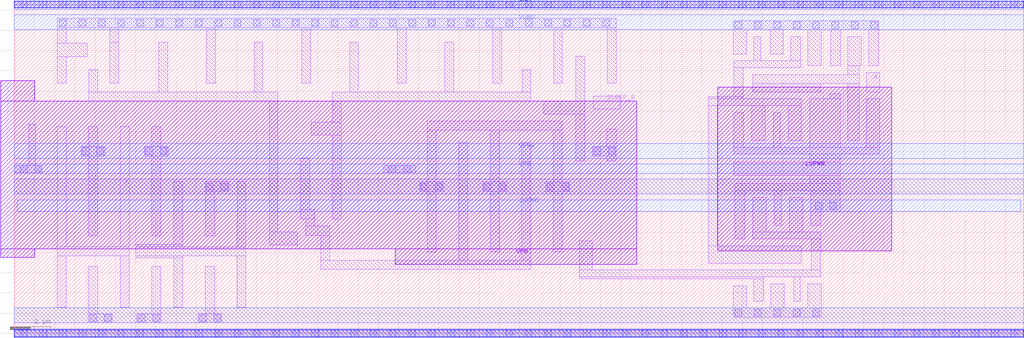
<source format=lef>
# Copyright 2020 The SkyWater PDK Authors
#
# Licensed under the Apache License, Version 2.0 (the "License");
# you may not use this file except in compliance with the License.
# You may obtain a copy of the License at
#
#     https://www.apache.org/licenses/LICENSE-2.0
#
# Unless required by applicable law or agreed to in writing, software
# distributed under the License is distributed on an "AS IS" BASIS,
# WITHOUT WARRANTIES OR CONDITIONS OF ANY KIND, either express or implied.
# See the License for the specific language governing permissions and
# limitations under the License.
#
# SPDX-License-Identifier: Apache-2.0

VERSION 5.7 ;
  NOWIREEXTENSIONATPIN ON ;
  DIVIDERCHAR "/" ;
  BUSBITCHARS "[]" ;
MACRO sky130_fd_sc_hvl__dfstp_1
  CLASS CORE ;
  FOREIGN sky130_fd_sc_hvl__dfstp_1 ;
  ORIGIN  0.000000  0.000000 ;
  SIZE  14.88000 BY  4.070000 ;
  SYMMETRY X Y ;
  SITE unithv ;
  PIN D
    ANTENNAGATEAREA  0.420000 ;
    DIRECTION INPUT ;
    USE SIGNAL ;
    PORT
      LAYER li1 ;
        RECT 2.505000 1.525000 2.835000 2.095000 ;
    END
  END D
  PIN Q
    ANTENNADIFFAREA  0.478750 ;
    DIRECTION OUTPUT ;
    USE SIGNAL ;
    PORT
      LAYER li1 ;
        RECT 14.420000 0.645000 14.770000 3.615000 ;
    END
  END Q
  PIN SET_B
    ANTENNAGATEAREA  0.840000 ;
    DIRECTION INPUT ;
    USE SIGNAL ;
    PORT
      LAYER li1 ;
        RECT  7.165000 1.555000  8.100000 1.795000 ;
        RECT  7.930000 0.840000 11.160000 1.010000 ;
        RECT  7.930000 1.010000  8.100000 1.555000 ;
        RECT  8.285000 0.555000 11.160000 0.840000 ;
        RECT 10.885000 1.010000 11.160000 1.040000 ;
    END
  END SET_B
  PIN CLK
    ANTENNAGATEAREA  0.585000 ;
    DIRECTION INPUT ;
    USE CLOCK ;
    PORT
      LAYER li1 ;
        RECT 0.545000 2.075000 0.875000 2.745000 ;
    END
  END CLK
  PIN VGND
    DIRECTION INOUT ;
    USE GROUND ;
    PORT
      LAYER met1 ;
        RECT 0.000000 0.255000 14.880000 0.625000 ;
    END
  END VGND
  PIN VNB
    DIRECTION INOUT ;
    USE GROUND ;
    PORT
      LAYER met1 ;
        RECT 0.000000 -0.115000 14.880000 0.115000 ;
      LAYER pwell ;
        RECT 0.000000 -0.085000 14.880000 0.085000 ;
    END
  END VNB
  PIN VPB
    DIRECTION INOUT ;
    USE POWER ;
    PORT
      LAYER met1 ;
        RECT 0.000000 3.955000 14.880000 4.185000 ;
      LAYER nwell ;
        RECT -0.330000 1.885000  5.145000 2.245000 ;
        RECT -0.330000 2.245000 15.210000 4.485000 ;
        RECT  7.170000 1.885000 15.210000 2.245000 ;
    END
  END VPB
  PIN VPWR
    DIRECTION INOUT ;
    USE POWER ;
    PORT
      LAYER met1 ;
        RECT 0.000000 3.445000 14.880000 3.815000 ;
    END
  END VPWR
  OBS
    LAYER li1 ;
      RECT  0.000000 -0.085000 14.880000 0.085000 ;
      RECT  0.000000  3.985000 14.880000 4.155000 ;
      RECT  0.115000  0.615000  0.380000 1.295000 ;
      RECT  0.115000  1.295000  1.510000 1.465000 ;
      RECT  0.115000  1.465000  0.365000 3.735000 ;
      RECT  0.545000  2.925000  1.495000 3.755000 ;
      RECT  0.570000  0.365000  1.160000 1.115000 ;
      RECT  1.180000  1.465000  1.510000 1.895000 ;
      RECT  1.340000  0.265000  2.290000 0.435000 ;
      RECT  1.340000  0.435000  1.510000 1.295000 ;
      RECT  1.675000  2.945000  2.005000 3.735000 ;
      RECT  1.690000  0.615000  1.940000 2.275000 ;
      RECT  1.690000  2.275000  2.835000 2.445000 ;
      RECT  1.690000  2.445000  2.005000 2.945000 ;
      RECT  2.120000  0.435000  2.290000 1.175000 ;
      RECT  2.120000  1.175000  3.185000 1.345000 ;
      RECT  2.235000  2.625000  2.485000 3.705000 ;
      RECT  2.470000  0.365000  3.005000 0.995000 ;
      RECT  2.665000  2.445000  2.835000 3.755000 ;
      RECT  3.015000  1.345000  3.185000 3.285000 ;
      RECT  3.015000  3.285000  5.005000 3.615000 ;
      RECT  3.185000  0.495000  3.535000 0.995000 ;
      RECT  3.365000  0.995000  3.535000 3.105000 ;
      RECT  3.715000  1.085000  3.885000 3.285000 ;
      RECT  4.065000  0.495000  4.315000 0.965000 ;
      RECT  4.065000  0.965000  6.315000 1.135000 ;
      RECT  4.065000  1.135000  4.235000 2.605000 ;
      RECT  4.065000  2.605000  4.395000 3.105000 ;
      RECT  4.415000  1.495000  4.655000 1.805000 ;
      RECT  4.415000  1.805000  6.985000 1.975000 ;
      RECT  4.415000  1.975000  4.655000 2.165000 ;
      RECT  4.835000  2.155000  6.635000 2.325000 ;
      RECT  4.835000  2.325000  5.005000 3.285000 ;
      RECT  4.855000  0.365000  5.805000 0.785000 ;
      RECT  5.135000  1.315000  5.865000 1.625000 ;
      RECT  5.185000  2.505000  6.285000 2.675000 ;
      RECT  5.185000  2.675000  5.425000 3.555000 ;
      RECT  5.605000  2.855000  5.935000 3.705000 ;
      RECT  5.985000  0.265000  6.315000 0.965000 ;
      RECT  6.115000  2.675000  6.895000 2.845000 ;
      RECT  6.465000  2.325000  8.960000 2.495000 ;
      RECT  6.565000  2.845000  6.895000 3.105000 ;
      RECT  6.800000  0.365000  7.750000 1.375000 ;
      RECT  6.815000  1.975000  8.450000 2.145000 ;
      RECT  7.075000  2.675000  8.025000 3.705000 ;
      RECT  8.280000  1.545000  8.785000 1.705000 ;
      RECT  8.280000  1.705000  9.310000 1.875000 ;
      RECT  8.280000  1.875000  8.450000 1.975000 ;
      RECT  8.630000  2.085000  8.960000 2.325000 ;
      RECT  8.695000  2.675000  9.310000 2.845000 ;
      RECT  8.695000  2.845000  8.865000 3.595000 ;
      RECT  8.695000  3.595000  9.825000 3.805000 ;
      RECT  9.025000  1.190000  9.660000 1.475000 ;
      RECT  9.045000  3.025000  9.660000 3.415000 ;
      RECT  9.140000  1.875000  9.310000 2.675000 ;
      RECT  9.490000  1.475000  9.660000 2.315000 ;
      RECT  9.490000  2.315000 12.210000 2.485000 ;
      RECT  9.490000  2.485000  9.660000 3.025000 ;
      RECT 10.010000  2.665000 10.960000 3.705000 ;
      RECT 10.305000  1.545000 10.635000 1.655000 ;
      RECT 10.305000  1.655000 12.560000 1.825000 ;
      RECT 10.305000  1.825000 10.635000 2.135000 ;
      RECT 11.300000  3.255000 11.550000 3.755000 ;
      RECT 11.340000  0.365000 11.930000 1.475000 ;
      RECT 11.380000  3.005000 12.560000 3.175000 ;
      RECT 11.380000  3.175000 11.550000 3.255000 ;
      RECT 11.410000  2.485000 12.210000 2.675000 ;
      RECT 11.410000  2.675000 11.740000 2.825000 ;
      RECT 11.730000  3.355000 12.680000 3.735000 ;
      RECT 11.880000  2.005000 12.210000 2.315000 ;
      RECT 12.120000  0.975000 12.450000 1.655000 ;
      RECT 12.390000  1.825000 12.560000 3.005000 ;
      RECT 12.745000  0.975000 13.075000 1.475000 ;
      RECT 12.865000  1.475000 13.075000 2.225000 ;
      RECT 12.865000  2.225000 14.240000 2.395000 ;
      RECT 12.865000  2.395000 13.115000 3.365000 ;
      RECT 13.255000  0.365000 14.205000 1.475000 ;
      RECT 13.295000  2.575000 14.240000 3.705000 ;
      RECT 13.910000  1.725000 14.240000 2.225000 ;
    LAYER mcon ;
      RECT  0.155000 -0.085000  0.325000 0.085000 ;
      RECT  0.155000  3.985000  0.325000 4.155000 ;
      RECT  0.575000  3.505000  0.745000 3.675000 ;
      RECT  0.600000  0.395000  0.770000 0.565000 ;
      RECT  0.635000 -0.085000  0.805000 0.085000 ;
      RECT  0.635000  3.985000  0.805000 4.155000 ;
      RECT  0.935000  3.505000  1.105000 3.675000 ;
      RECT  0.960000  0.395000  1.130000 0.565000 ;
      RECT  1.115000 -0.085000  1.285000 0.085000 ;
      RECT  1.115000  3.985000  1.285000 4.155000 ;
      RECT  1.295000  3.505000  1.465000 3.675000 ;
      RECT  1.595000 -0.085000  1.765000 0.085000 ;
      RECT  1.595000  3.985000  1.765000 4.155000 ;
      RECT  2.075000 -0.085000  2.245000 0.085000 ;
      RECT  2.075000  3.985000  2.245000 4.155000 ;
      RECT  2.265000  3.505000  2.435000 3.675000 ;
      RECT  2.470000  0.395000  2.640000 0.565000 ;
      RECT  2.555000 -0.085000  2.725000 0.085000 ;
      RECT  2.555000  3.985000  2.725000 4.155000 ;
      RECT  2.830000  0.395000  3.000000 0.565000 ;
      RECT  3.035000 -0.085000  3.205000 0.085000 ;
      RECT  3.035000  3.985000  3.205000 4.155000 ;
      RECT  3.515000 -0.085000  3.685000 0.085000 ;
      RECT  3.515000  3.985000  3.685000 4.155000 ;
      RECT  3.995000 -0.085000  4.165000 0.085000 ;
      RECT  3.995000  3.985000  4.165000 4.155000 ;
      RECT  4.475000 -0.085000  4.645000 0.085000 ;
      RECT  4.475000  3.985000  4.645000 4.155000 ;
      RECT  4.885000  0.395000  5.055000 0.565000 ;
      RECT  4.955000 -0.085000  5.125000 0.085000 ;
      RECT  4.955000  3.985000  5.125000 4.155000 ;
      RECT  5.245000  0.395000  5.415000 0.565000 ;
      RECT  5.435000 -0.085000  5.605000 0.085000 ;
      RECT  5.435000  3.985000  5.605000 4.155000 ;
      RECT  5.605000  0.395000  5.775000 0.565000 ;
      RECT  5.635000  3.505000  5.805000 3.675000 ;
      RECT  5.915000 -0.085000  6.085000 0.085000 ;
      RECT  5.915000  3.985000  6.085000 4.155000 ;
      RECT  6.395000 -0.085000  6.565000 0.085000 ;
      RECT  6.395000  3.985000  6.565000 4.155000 ;
      RECT  6.830000  0.395000  7.000000 0.565000 ;
      RECT  6.875000 -0.085000  7.045000 0.085000 ;
      RECT  6.875000  3.985000  7.045000 4.155000 ;
      RECT  7.105000  3.505000  7.275000 3.675000 ;
      RECT  7.190000  0.395000  7.360000 0.565000 ;
      RECT  7.355000 -0.085000  7.525000 0.085000 ;
      RECT  7.355000  3.985000  7.525000 4.155000 ;
      RECT  7.465000  3.505000  7.635000 3.675000 ;
      RECT  7.550000  0.395000  7.720000 0.565000 ;
      RECT  7.825000  3.505000  7.995000 3.675000 ;
      RECT  7.835000 -0.085000  8.005000 0.085000 ;
      RECT  7.835000  3.985000  8.005000 4.155000 ;
      RECT  8.315000 -0.085000  8.485000 0.085000 ;
      RECT  8.315000  3.985000  8.485000 4.155000 ;
      RECT  8.795000 -0.085000  8.965000 0.085000 ;
      RECT  8.795000  3.985000  8.965000 4.155000 ;
      RECT  9.275000 -0.085000  9.445000 0.085000 ;
      RECT  9.275000  3.985000  9.445000 4.155000 ;
      RECT  9.755000 -0.085000  9.925000 0.085000 ;
      RECT  9.755000  3.985000  9.925000 4.155000 ;
      RECT 10.040000  3.505000 10.210000 3.675000 ;
      RECT 10.235000 -0.085000 10.405000 0.085000 ;
      RECT 10.235000  3.985000 10.405000 4.155000 ;
      RECT 10.400000  3.505000 10.570000 3.675000 ;
      RECT 10.715000 -0.085000 10.885000 0.085000 ;
      RECT 10.715000  3.985000 10.885000 4.155000 ;
      RECT 10.760000  3.505000 10.930000 3.675000 ;
      RECT 11.195000 -0.085000 11.365000 0.085000 ;
      RECT 11.195000  3.985000 11.365000 4.155000 ;
      RECT 11.370000  0.395000 11.540000 0.565000 ;
      RECT 11.675000 -0.085000 11.845000 0.085000 ;
      RECT 11.675000  3.985000 11.845000 4.155000 ;
      RECT 11.730000  0.395000 11.900000 0.565000 ;
      RECT 11.760000  3.505000 11.930000 3.675000 ;
      RECT 12.120000  3.505000 12.290000 3.675000 ;
      RECT 12.155000 -0.085000 12.325000 0.085000 ;
      RECT 12.155000  3.985000 12.325000 4.155000 ;
      RECT 12.480000  3.505000 12.650000 3.675000 ;
      RECT 12.635000 -0.085000 12.805000 0.085000 ;
      RECT 12.635000  3.985000 12.805000 4.155000 ;
      RECT 13.115000 -0.085000 13.285000 0.085000 ;
      RECT 13.115000  3.985000 13.285000 4.155000 ;
      RECT 13.285000  0.395000 13.455000 0.565000 ;
      RECT 13.320000  3.505000 13.490000 3.675000 ;
      RECT 13.595000 -0.085000 13.765000 0.085000 ;
      RECT 13.595000  3.985000 13.765000 4.155000 ;
      RECT 13.645000  0.395000 13.815000 0.565000 ;
      RECT 13.680000  3.505000 13.850000 3.675000 ;
      RECT 14.005000  0.395000 14.175000 0.565000 ;
      RECT 14.040000  3.505000 14.210000 3.675000 ;
      RECT 14.075000 -0.085000 14.245000 0.085000 ;
      RECT 14.075000  3.985000 14.245000 4.155000 ;
      RECT 14.555000 -0.085000 14.725000 0.085000 ;
      RECT 14.555000  3.985000 14.725000 4.155000 ;
  END
END sky130_fd_sc_hvl__dfstp_1
#--------EOF---------

MACRO sky130_fd_sc_hvl__lsbuflv2hv_clkiso_hlkg_3
  CLASS CORE ;
  FOREIGN sky130_fd_sc_hvl__lsbuflv2hv_clkiso_hlkg_3 ;
  ORIGIN  0.000000  0.000000 ;
  SIZE  24.96000 BY  8.140000 ;
  SYMMETRY X Y ;
  SITE unithvdbl ;
  PIN A
    ANTENNAGATEAREA  0.558000 ;
    DIRECTION INPUT ;
    USE SIGNAL ;
    PORT
      LAYER li1 ;
        RECT 21.070000 5.975000 21.400000 6.455000 ;
    END
  END A
  PIN SLEEP_B
    ANTENNAGATEAREA  0.750000 ;
    DIRECTION INPUT ;
    USE SIGNAL ;
    PORT
      LAYER li1 ;
        RECT 14.315000 5.545000 14.985000 5.875000 ;
    END
  END SLEEP_B
  PIN X
    ANTENNADIFFAREA  2.180000 ;
    DIRECTION OUTPUT ;
    USE SIGNAL ;
    PORT
      LAYER li1 ;
        RECT 1.060000 0.645000 1.280000 1.920000 ;
        RECT 1.060000 1.920000 2.840000 2.140000 ;
        RECT 1.060000 2.140000 1.280000 5.115000 ;
        RECT 2.620000 0.645000 2.840000 1.920000 ;
        RECT 2.620000 2.140000 2.840000 5.115000 ;
    END
  END X
  PIN LVPWR
    DIRECTION INOUT ;
    USE POWER ;
    PORT
      LAYER met1 ;
        RECT 0.070000 3.020000 24.890000 3.305000 ;
      LAYER nwell ;
        RECT 17.395000 2.045000 21.695000 6.095000 ;
    END
  END LVPWR
  PIN VGND
    DIRECTION INOUT ;
    USE GROUND ;
    PORT
      LAYER met1 ;
        RECT 0.000000 7.515000 24.960000 7.885000 ;
    END
  END VGND
  PIN VNB
    DIRECTION INOUT ;
    USE GROUND ;
    PORT
      LAYER met1 ;
        RECT 0.000000 8.025000 24.960000 8.255000 ;
      LAYER pwell ;
        RECT 0.000000 8.055000 24.960000 8.225000 ;
    END
  END VNB
  PIN VPB
    DIRECTION INOUT ;
    USE POWER ;
    PORT
      LAYER met1 ;
        RECT 0.000000 3.955000 24.960000 4.185000 ;
      LAYER nwell ;
        RECT -0.330000 1.885000  0.510000 2.095000 ;
        RECT -0.330000 2.095000 15.395000 5.755000 ;
        RECT -0.330000 5.755000  0.510000 6.255000 ;
        RECT  9.415000 1.705000 15.395000 2.095000 ;
    END
  END VPB
  PIN VPWR
    DIRECTION INOUT ;
    USE POWER ;
    PORT
      LAYER met1 ;
        RECT 0.000000 4.325000 24.960000 4.695000 ;
    END
  END VPWR
  OBS
    LAYER li1 ;
      RECT  0.000000 -0.085000 24.960000 0.085000 ;
      RECT  0.000000  3.985000  0.685000 4.155000 ;
      RECT  0.000000  8.055000 24.960000 8.225000 ;
      RECT  0.360000  4.155000  0.530000 5.180000 ;
      RECT  1.060000  6.195000  1.280000 6.850000 ;
      RECT  1.060000  6.850000  1.810000 7.180000 ;
      RECT  1.060000  7.180000  1.280000 7.570000 ;
      RECT  1.060000  7.570000 14.885000 7.800000 ;
      RECT  1.655000  4.395000  2.245000 4.625000 ;
      RECT  1.835000  0.255000  2.425000 0.485000 ;
      RECT  1.835000  0.485000  2.065000 1.655000 ;
      RECT  1.835000  2.405000  2.065000 4.395000 ;
      RECT  1.835000  4.625000  2.065000 5.115000 ;
      RECT  1.840000  5.755000  6.520000 5.975000 ;
      RECT  1.840000  5.975000  2.060000 6.525000 ;
      RECT  2.360000  6.195000  2.585000 7.205000 ;
      RECT  2.360000  7.205000  2.580000 7.570000 ;
      RECT  3.010000  1.865000  4.170000 1.920000 ;
      RECT  3.010000  1.920000  5.730000 2.140000 ;
      RECT  3.010000  2.140000  4.170000 2.195000 ;
      RECT  3.035000  0.255000  3.625000 0.485000 ;
      RECT  3.215000  4.395000  3.805000 4.625000 ;
      RECT  3.395000  0.485000  3.625000 1.655000 ;
      RECT  3.395000  2.405000  3.625000 4.395000 ;
      RECT  3.395000  4.625000  3.625000 5.115000 ;
      RECT  3.570000  5.975000  3.790000 7.205000 ;
      RECT  3.950000  0.645000  4.170000 1.865000 ;
      RECT  3.950000  2.195000  4.170000 3.755000 ;
      RECT  4.545000  0.255000  5.135000 0.485000 ;
      RECT  4.725000  0.485000  4.955000 1.655000 ;
      RECT  4.725000  2.405000  4.955000 3.515000 ;
      RECT  4.725000  3.515000  5.310000 3.755000 ;
      RECT  4.750000  6.195000  4.970000 7.570000 ;
      RECT  5.510000  0.645000  5.730000 1.920000 ;
      RECT  5.510000  2.140000  5.730000 3.755000 ;
      RECT  5.930000  5.975000  6.150000 7.205000 ;
      RECT  6.300000  2.185000  6.995000 2.515000 ;
      RECT  6.300000  2.515000  6.520000 5.755000 ;
      RECT  7.075000  2.835000  7.435000 3.065000 ;
      RECT  7.075000  3.065000  7.305000 4.345000 ;
      RECT  7.110000  6.195000  7.330000 7.570000 ;
      RECT  7.205000  2.425000  7.805000 2.655000 ;
      RECT  7.205000  2.655000  7.435000 2.835000 ;
      RECT  7.345000  4.905000  8.080000 5.235000 ;
      RECT  7.575000  1.585000 12.770000 1.805000 ;
      RECT  7.575000  1.805000  7.805000 2.425000 ;
      RECT  7.860000  2.835000  8.080000 4.905000 ;
      RECT  7.860000  5.235000  8.080000 5.755000 ;
      RECT  7.860000  5.755000 12.775000 5.975000 ;
      RECT  8.290000  5.975000  8.510000 7.205000 ;
      RECT  9.135000  3.985000  9.925000 4.155000 ;
      RECT  9.470000  6.195000  9.690000 7.570000 ;
      RECT 10.025000  3.515000 10.615000 3.745000 ;
      RECT 10.210000  2.015000 10.430000 3.515000 ;
      RECT 10.210000  3.745000 10.430000 5.035000 ;
      RECT 10.210000  5.035000 13.550000 5.255000 ;
      RECT 10.650000  5.975000 10.870000 7.205000 ;
      RECT 10.990000  1.805000 11.210000 4.725000 ;
      RECT 11.585000  3.515000 12.175000 3.745000 ;
      RECT 11.770000  2.015000 11.990000 3.515000 ;
      RECT 11.770000  3.745000 11.990000 5.035000 ;
      RECT 11.830000  6.195000 12.050000 7.570000 ;
      RECT 12.550000  1.805000 12.770000 4.725000 ;
      RECT 12.555000  5.975000 12.775000 6.525000 ;
      RECT 13.090000  5.425000 14.105000 5.755000 ;
      RECT 13.145000  3.515000 13.735000 3.745000 ;
      RECT 13.330000  2.015000 13.550000 3.515000 ;
      RECT 13.330000  3.745000 13.550000 5.035000 ;
      RECT 13.335000  6.195000 13.555000 7.570000 ;
      RECT 13.885000  4.265000 14.105000 5.425000 ;
      RECT 13.885000  5.755000 14.105000 6.865000 ;
      RECT 13.965000  1.345000 18.530000 1.395000 ;
      RECT 13.965000  1.395000 19.940000 1.565000 ;
      RECT 13.965000  1.565000 14.295000 2.285000 ;
      RECT 14.295000  4.395000 14.885000 4.625000 ;
      RECT 14.655000  4.265000 14.885000 4.395000 ;
      RECT 14.655000  4.625000 14.885000 5.055000 ;
      RECT 14.665000  6.195000 14.885000 7.570000 ;
      RECT 17.160000  1.735000 19.465000 2.165000 ;
      RECT 17.160000  2.165000 17.380000 5.635000 ;
      RECT 17.160000  5.635000 19.465000 5.805000 ;
      RECT 17.160000  5.805000 18.020000 5.855000 ;
      RECT 17.780000  0.395000 19.950000 0.625000 ;
      RECT 17.780000  0.625000 18.110000 1.175000 ;
      RECT 17.780000  6.915000 18.110000 7.515000 ;
      RECT 17.780000  7.515000 21.375000 7.745000 ;
      RECT 17.785000  4.435000 21.400000 4.605000 ;
      RECT 17.785000  4.605000 18.035000 5.465000 ;
      RECT 17.790000  5.855000 18.020000 6.575000 ;
      RECT 17.790000  6.575000 19.450000 6.745000 ;
      RECT 17.795000  3.905000 20.420000 4.235000 ;
      RECT 17.815000  2.335000 18.065000 3.535000 ;
      RECT 17.815000  3.535000 20.420000 3.705000 ;
      RECT 18.235000  4.775000 18.565000 5.635000 ;
      RECT 18.265000  2.335000 19.940000 2.505000 ;
      RECT 18.265000  2.505000 18.595000 3.365000 ;
      RECT 18.265000  5.975000 19.940000 6.185000 ;
      RECT 18.265000  6.185000 20.900000 6.405000 ;
      RECT 18.280000  0.795000 18.530000 1.345000 ;
      RECT 18.290000  6.745000 18.460000 7.345000 ;
      RECT 18.690000  6.915000 19.020000 7.515000 ;
      RECT 18.710000  0.625000 19.040000 1.225000 ;
      RECT 18.765000  4.605000 18.935000 5.465000 ;
      RECT 18.795000  2.675000 18.965000 3.535000 ;
      RECT 19.135000  4.775000 19.465000 5.635000 ;
      RECT 19.165000  2.505000 19.495000 3.365000 ;
      RECT 19.200000  6.745000 19.450000 7.345000 ;
      RECT 19.270000  0.795000 19.440000 1.395000 ;
      RECT 19.620000  0.625000 19.950000 1.225000 ;
      RECT 19.620000  6.625000 19.950000 7.515000 ;
      RECT 19.665000  3.705000 20.420000 3.905000 ;
      RECT 19.665000  4.235000 20.420000 4.435000 ;
      RECT 19.665000  4.605000 20.420000 5.805000 ;
      RECT 19.695000  2.675000 19.945000 3.020000 ;
      RECT 19.695000  3.020000 20.420000 3.535000 ;
      RECT 19.710000  1.565000 19.940000 2.335000 ;
      RECT 20.170000  5.805000 20.420000 5.935000 ;
      RECT 20.185000  6.625000 20.435000 7.515000 ;
      RECT 20.615000  4.775000 20.900000 6.185000 ;
      RECT 20.615000  6.405000 20.900000 6.625000 ;
      RECT 20.615000  6.625000 20.945000 7.345000 ;
      RECT 21.070000  4.605000 21.400000 5.805000 ;
      RECT 21.125000  6.625000 21.375000 7.515000 ;
    LAYER mcon ;
      RECT  0.155000 -0.085000  0.325000 0.085000 ;
      RECT  0.155000  3.985000  0.325000 4.155000 ;
      RECT  0.155000  8.055000  0.325000 8.225000 ;
      RECT  0.515000  3.985000  0.685000 4.155000 ;
      RECT  0.635000 -0.085000  0.805000 0.085000 ;
      RECT  0.635000  8.055000  0.805000 8.225000 ;
      RECT  1.115000 -0.085000  1.285000 0.085000 ;
      RECT  1.115000  7.600000  1.285000 7.770000 ;
      RECT  1.115000  8.055000  1.285000 8.225000 ;
      RECT  1.595000 -0.085000  1.765000 0.085000 ;
      RECT  1.595000  7.600000  1.765000 7.770000 ;
      RECT  1.595000  8.055000  1.765000 8.225000 ;
      RECT  1.685000  4.425000  1.855000 4.595000 ;
      RECT  1.865000  0.285000  2.035000 0.455000 ;
      RECT  2.045000  4.425000  2.215000 4.595000 ;
      RECT  2.075000 -0.085000  2.245000 0.085000 ;
      RECT  2.075000  7.600000  2.245000 7.770000 ;
      RECT  2.075000  8.055000  2.245000 8.225000 ;
      RECT  2.225000  0.285000  2.395000 0.455000 ;
      RECT  2.555000 -0.085000  2.725000 0.085000 ;
      RECT  2.555000  7.600000  2.725000 7.770000 ;
      RECT  2.555000  8.055000  2.725000 8.225000 ;
      RECT  3.035000 -0.085000  3.205000 0.085000 ;
      RECT  3.035000  7.600000  3.205000 7.770000 ;
      RECT  3.035000  8.055000  3.205000 8.225000 ;
      RECT  3.065000  0.285000  3.235000 0.455000 ;
      RECT  3.245000  4.425000  3.415000 4.595000 ;
      RECT  3.425000  0.285000  3.595000 0.455000 ;
      RECT  3.515000 -0.085000  3.685000 0.085000 ;
      RECT  3.515000  7.600000  3.685000 7.770000 ;
      RECT  3.515000  8.055000  3.685000 8.225000 ;
      RECT  3.605000  4.425000  3.775000 4.595000 ;
      RECT  3.995000 -0.085000  4.165000 0.085000 ;
      RECT  3.995000  7.600000  4.165000 7.770000 ;
      RECT  3.995000  8.055000  4.165000 8.225000 ;
      RECT  4.475000 -0.085000  4.645000 0.085000 ;
      RECT  4.475000  7.600000  4.645000 7.770000 ;
      RECT  4.475000  8.055000  4.645000 8.225000 ;
      RECT  4.575000  0.285000  4.745000 0.455000 ;
      RECT  4.750000  3.545000  4.920000 3.715000 ;
      RECT  4.935000  0.285000  5.105000 0.455000 ;
      RECT  4.955000 -0.085000  5.125000 0.085000 ;
      RECT  4.955000  7.600000  5.125000 7.770000 ;
      RECT  4.955000  8.055000  5.125000 8.225000 ;
      RECT  5.110000  3.545000  5.280000 3.715000 ;
      RECT  5.435000 -0.085000  5.605000 0.085000 ;
      RECT  5.435000  7.600000  5.605000 7.770000 ;
      RECT  5.435000  8.055000  5.605000 8.225000 ;
      RECT  5.915000 -0.085000  6.085000 0.085000 ;
      RECT  5.915000  7.600000  6.085000 7.770000 ;
      RECT  5.915000  8.055000  6.085000 8.225000 ;
      RECT  6.395000 -0.085000  6.565000 0.085000 ;
      RECT  6.395000  7.600000  6.565000 7.770000 ;
      RECT  6.395000  8.055000  6.565000 8.225000 ;
      RECT  6.875000 -0.085000  7.045000 0.085000 ;
      RECT  6.875000  7.600000  7.045000 7.770000 ;
      RECT  6.875000  8.055000  7.045000 8.225000 ;
      RECT  7.355000 -0.085000  7.525000 0.085000 ;
      RECT  7.355000  7.600000  7.525000 7.770000 ;
      RECT  7.355000  8.055000  7.525000 8.225000 ;
      RECT  7.835000 -0.085000  8.005000 0.085000 ;
      RECT  7.835000  7.600000  8.005000 7.770000 ;
      RECT  7.835000  8.055000  8.005000 8.225000 ;
      RECT  8.315000 -0.085000  8.485000 0.085000 ;
      RECT  8.315000  7.600000  8.485000 7.770000 ;
      RECT  8.315000  8.055000  8.485000 8.225000 ;
      RECT  8.795000 -0.085000  8.965000 0.085000 ;
      RECT  8.795000  7.600000  8.965000 7.770000 ;
      RECT  8.795000  8.055000  8.965000 8.225000 ;
      RECT  9.265000  3.985000  9.435000 4.155000 ;
      RECT  9.275000 -0.085000  9.445000 0.085000 ;
      RECT  9.275000  7.600000  9.445000 7.770000 ;
      RECT  9.275000  8.055000  9.445000 8.225000 ;
      RECT  9.625000  3.985000  9.795000 4.155000 ;
      RECT  9.755000 -0.085000  9.925000 0.085000 ;
      RECT  9.755000  7.600000  9.925000 7.770000 ;
      RECT  9.755000  8.055000  9.925000 8.225000 ;
      RECT 10.055000  3.545000 10.225000 3.715000 ;
      RECT 10.235000 -0.085000 10.405000 0.085000 ;
      RECT 10.235000  7.600000 10.405000 7.770000 ;
      RECT 10.235000  8.055000 10.405000 8.225000 ;
      RECT 10.415000  3.545000 10.585000 3.715000 ;
      RECT 10.715000 -0.085000 10.885000 0.085000 ;
      RECT 10.715000  7.600000 10.885000 7.770000 ;
      RECT 10.715000  8.055000 10.885000 8.225000 ;
      RECT 11.195000 -0.085000 11.365000 0.085000 ;
      RECT 11.195000  7.600000 11.365000 7.770000 ;
      RECT 11.195000  8.055000 11.365000 8.225000 ;
      RECT 11.615000  3.545000 11.785000 3.715000 ;
      RECT 11.675000 -0.085000 11.845000 0.085000 ;
      RECT 11.675000  7.600000 11.845000 7.770000 ;
      RECT 11.675000  8.055000 11.845000 8.225000 ;
      RECT 11.975000  3.545000 12.145000 3.715000 ;
      RECT 12.155000 -0.085000 12.325000 0.085000 ;
      RECT 12.155000  7.600000 12.325000 7.770000 ;
      RECT 12.155000  8.055000 12.325000 8.225000 ;
      RECT 12.635000 -0.085000 12.805000 0.085000 ;
      RECT 12.635000  7.600000 12.805000 7.770000 ;
      RECT 12.635000  8.055000 12.805000 8.225000 ;
      RECT 13.115000 -0.085000 13.285000 0.085000 ;
      RECT 13.115000  7.600000 13.285000 7.770000 ;
      RECT 13.115000  8.055000 13.285000 8.225000 ;
      RECT 13.175000  3.545000 13.345000 3.715000 ;
      RECT 13.535000  3.545000 13.705000 3.715000 ;
      RECT 13.590000  7.600000 13.760000 7.770000 ;
      RECT 13.595000 -0.085000 13.765000 0.085000 ;
      RECT 13.595000  8.055000 13.765000 8.225000 ;
      RECT 14.075000 -0.085000 14.245000 0.085000 ;
      RECT 14.075000  7.600000 14.245000 7.770000 ;
      RECT 14.075000  8.055000 14.245000 8.225000 ;
      RECT 14.325000  4.425000 14.495000 4.595000 ;
      RECT 14.555000 -0.085000 14.725000 0.085000 ;
      RECT 14.555000  7.600000 14.725000 7.770000 ;
      RECT 14.555000  8.055000 14.725000 8.225000 ;
      RECT 14.685000  4.425000 14.855000 4.595000 ;
      RECT 15.035000 -0.085000 15.205000 0.085000 ;
      RECT 15.035000  8.055000 15.205000 8.225000 ;
      RECT 15.515000 -0.085000 15.685000 0.085000 ;
      RECT 15.515000  8.055000 15.685000 8.225000 ;
      RECT 15.995000 -0.085000 16.165000 0.085000 ;
      RECT 15.995000  8.055000 16.165000 8.225000 ;
      RECT 16.475000 -0.085000 16.645000 0.085000 ;
      RECT 16.475000  8.055000 16.645000 8.225000 ;
      RECT 16.955000 -0.085000 17.125000 0.085000 ;
      RECT 16.955000  8.055000 17.125000 8.225000 ;
      RECT 17.435000 -0.085000 17.605000 0.085000 ;
      RECT 17.435000  8.055000 17.605000 8.225000 ;
      RECT 17.820000  0.425000 17.990000 0.595000 ;
      RECT 17.820000  7.545000 17.990000 7.715000 ;
      RECT 17.915000 -0.085000 18.085000 0.085000 ;
      RECT 17.915000  8.055000 18.085000 8.225000 ;
      RECT 18.300000  0.425000 18.470000 0.595000 ;
      RECT 18.300000  7.545000 18.470000 7.715000 ;
      RECT 18.395000 -0.085000 18.565000 0.085000 ;
      RECT 18.395000  8.055000 18.565000 8.225000 ;
      RECT 18.780000  0.425000 18.950000 0.595000 ;
      RECT 18.780000  7.545000 18.950000 7.715000 ;
      RECT 18.875000 -0.085000 19.045000 0.085000 ;
      RECT 18.875000  8.055000 19.045000 8.225000 ;
      RECT 19.260000  0.425000 19.430000 0.595000 ;
      RECT 19.260000  7.545000 19.430000 7.715000 ;
      RECT 19.355000 -0.085000 19.525000 0.085000 ;
      RECT 19.355000  8.055000 19.525000 8.225000 ;
      RECT 19.740000  0.425000 19.910000 0.595000 ;
      RECT 19.740000  7.545000 19.910000 7.715000 ;
      RECT 19.800000  3.070000 19.970000 3.240000 ;
      RECT 19.835000 -0.085000 20.005000 0.085000 ;
      RECT 19.835000  8.055000 20.005000 8.225000 ;
      RECT 20.160000  3.070000 20.330000 3.240000 ;
      RECT 20.220000  7.545000 20.390000 7.715000 ;
      RECT 20.315000 -0.085000 20.485000 0.085000 ;
      RECT 20.315000  8.055000 20.485000 8.225000 ;
      RECT 20.700000  7.545000 20.870000 7.715000 ;
      RECT 20.795000 -0.085000 20.965000 0.085000 ;
      RECT 20.795000  8.055000 20.965000 8.225000 ;
      RECT 21.180000  7.545000 21.350000 7.715000 ;
      RECT 21.275000 -0.085000 21.445000 0.085000 ;
      RECT 21.275000  8.055000 21.445000 8.225000 ;
      RECT 21.755000 -0.085000 21.925000 0.085000 ;
      RECT 21.755000  8.055000 21.925000 8.225000 ;
      RECT 22.235000 -0.085000 22.405000 0.085000 ;
      RECT 22.235000  8.055000 22.405000 8.225000 ;
      RECT 22.715000 -0.085000 22.885000 0.085000 ;
      RECT 22.715000  8.055000 22.885000 8.225000 ;
      RECT 23.195000 -0.085000 23.365000 0.085000 ;
      RECT 23.195000  8.055000 23.365000 8.225000 ;
      RECT 23.675000 -0.085000 23.845000 0.085000 ;
      RECT 23.675000  8.055000 23.845000 8.225000 ;
      RECT 24.155000 -0.085000 24.325000 0.085000 ;
      RECT 24.155000  8.055000 24.325000 8.225000 ;
      RECT 24.635000 -0.085000 24.805000 0.085000 ;
      RECT 24.635000  8.055000 24.805000 8.225000 ;
    LAYER met1 ;
      RECT 0.000000 -0.115000 24.960000 0.115000 ;
      RECT 0.000000  0.255000 24.960000 0.625000 ;
      RECT 0.000000  3.445000 24.960000 3.815000 ;
    LAYER pwell ;
      RECT 0.000000 -0.085000 24.960000 0.085000 ;
  END
END sky130_fd_sc_hvl__lsbuflv2hv_clkiso_hlkg_3
#--------EOF---------

MACRO sky130_fd_sc_hvl__xor2_1
  CLASS CORE ;
  FOREIGN sky130_fd_sc_hvl__xor2_1 ;
  ORIGIN  0.000000  0.000000 ;
  SIZE  5.280000 BY  4.070000 ;
  SYMMETRY X Y ;
  SITE unithv ;
  PIN A
    ANTENNAGATEAREA  2.250000 ;
    DIRECTION INPUT ;
    USE SIGNAL ;
    PORT
      LAYER li1 ;
        RECT 2.045000 1.775000 3.235000 2.150000 ;
    END
  END A
  PIN B
    ANTENNAGATEAREA  2.250000 ;
    DIRECTION INPUT ;
    USE SIGNAL ;
    PORT
      LAYER li1 ;
        RECT 0.560000 1.775000 1.510000 2.055000 ;
        RECT 1.340000 1.425000 3.585000 1.505000 ;
        RECT 1.340000 1.505000 3.715000 1.595000 ;
        RECT 1.340000 1.595000 1.510000 1.775000 ;
        RECT 3.415000 1.595000 3.715000 1.835000 ;
    END
  END B
  PIN X
    ANTENNADIFFAREA  0.637500 ;
    DIRECTION OUTPUT ;
    USE SIGNAL ;
    PORT
      LAYER li1 ;
        RECT 3.850000 0.495000 4.370000 1.325000 ;
        RECT 3.965000 1.325000 4.370000 2.425000 ;
    END
  END X
  PIN VGND
    DIRECTION INOUT ;
    USE GROUND ;
    PORT
      LAYER met1 ;
        RECT 0.000000 0.255000 5.280000 0.625000 ;
    END
  END VGND
  PIN VNB
    DIRECTION INOUT ;
    USE GROUND ;
    PORT
      LAYER met1 ;
        RECT 0.000000 -0.115000 5.280000 0.115000 ;
      LAYER pwell ;
        RECT 0.000000 -0.085000 5.280000 0.085000 ;
    END
  END VNB
  PIN VPB
    DIRECTION INOUT ;
    USE POWER ;
    PORT
      LAYER met1 ;
        RECT 0.000000 3.955000 5.280000 4.185000 ;
      LAYER nwell ;
        RECT -0.330000 1.885000 5.610000 4.485000 ;
    END
  END VPB
  PIN VPWR
    DIRECTION INOUT ;
    USE POWER ;
    PORT
      LAYER met1 ;
        RECT 0.000000 3.445000 5.280000 3.815000 ;
    END
  END VPWR
  OBS
    LAYER li1 ;
      RECT 0.000000 -0.085000 5.280000 0.085000 ;
      RECT 0.000000  3.985000 5.280000 4.155000 ;
      RECT 0.090000  0.365000 0.680000 1.245000 ;
      RECT 0.130000  1.425000 1.160000 1.595000 ;
      RECT 0.130000  1.595000 0.380000 2.435000 ;
      RECT 0.130000  2.435000 3.230000 2.605000 ;
      RECT 0.130000  2.605000 0.380000 3.755000 ;
      RECT 0.560000  2.785000 2.530000 3.755000 ;
      RECT 0.910000  0.495000 1.160000 1.425000 ;
      RECT 1.340000  0.365000 3.670000 1.245000 ;
      RECT 2.710000  2.785000 2.880000 2.955000 ;
      RECT 2.710000  2.955000 5.150000 3.125000 ;
      RECT 2.710000  3.125000 2.880000 3.755000 ;
      RECT 3.060000  2.605000 4.720000 2.775000 ;
      RECT 3.060000  3.305000 4.720000 3.755000 ;
      RECT 4.550000  0.365000 5.140000 1.325000 ;
      RECT 4.550000  1.665000 4.880000 1.995000 ;
      RECT 4.550000  1.995000 4.720000 2.605000 ;
      RECT 4.900000  2.175000 5.150000 2.955000 ;
      RECT 4.900000  3.125000 5.150000 3.755000 ;
    LAYER mcon ;
      RECT 0.120000  0.395000 0.290000 0.565000 ;
      RECT 0.155000 -0.085000 0.325000 0.085000 ;
      RECT 0.155000  3.985000 0.325000 4.155000 ;
      RECT 0.480000  0.395000 0.650000 0.565000 ;
      RECT 0.560000  3.505000 0.730000 3.675000 ;
      RECT 0.635000 -0.085000 0.805000 0.085000 ;
      RECT 0.635000  3.985000 0.805000 4.155000 ;
      RECT 0.920000  3.505000 1.090000 3.675000 ;
      RECT 1.115000 -0.085000 1.285000 0.085000 ;
      RECT 1.115000  3.985000 1.285000 4.155000 ;
      RECT 1.280000  3.505000 1.450000 3.675000 ;
      RECT 1.340000  0.395000 1.510000 0.565000 ;
      RECT 1.595000 -0.085000 1.765000 0.085000 ;
      RECT 1.595000  3.985000 1.765000 4.155000 ;
      RECT 1.640000  3.505000 1.810000 3.675000 ;
      RECT 1.700000  0.395000 1.870000 0.565000 ;
      RECT 2.000000  3.505000 2.170000 3.675000 ;
      RECT 2.060000  0.395000 2.230000 0.565000 ;
      RECT 2.075000 -0.085000 2.245000 0.085000 ;
      RECT 2.075000  3.985000 2.245000 4.155000 ;
      RECT 2.360000  3.505000 2.530000 3.675000 ;
      RECT 2.420000  0.395000 2.590000 0.565000 ;
      RECT 2.555000 -0.085000 2.725000 0.085000 ;
      RECT 2.555000  3.985000 2.725000 4.155000 ;
      RECT 2.780000  0.395000 2.950000 0.565000 ;
      RECT 3.035000 -0.085000 3.205000 0.085000 ;
      RECT 3.035000  3.985000 3.205000 4.155000 ;
      RECT 3.085000  3.505000 3.255000 3.675000 ;
      RECT 3.140000  0.395000 3.310000 0.565000 ;
      RECT 3.445000  3.505000 3.615000 3.675000 ;
      RECT 3.500000  0.395000 3.670000 0.565000 ;
      RECT 3.515000 -0.085000 3.685000 0.085000 ;
      RECT 3.515000  3.985000 3.685000 4.155000 ;
      RECT 3.805000  3.505000 3.975000 3.675000 ;
      RECT 3.995000 -0.085000 4.165000 0.085000 ;
      RECT 3.995000  3.985000 4.165000 4.155000 ;
      RECT 4.165000  3.505000 4.335000 3.675000 ;
      RECT 4.475000 -0.085000 4.645000 0.085000 ;
      RECT 4.475000  3.985000 4.645000 4.155000 ;
      RECT 4.525000  3.505000 4.695000 3.675000 ;
      RECT 4.580000  0.395000 4.750000 0.565000 ;
      RECT 4.940000  0.395000 5.110000 0.565000 ;
      RECT 4.955000 -0.085000 5.125000 0.085000 ;
      RECT 4.955000  3.985000 5.125000 4.155000 ;
  END
END sky130_fd_sc_hvl__xor2_1
#--------EOF---------

MACRO sky130_fd_sc_hvl__dlxtp_1
  CLASS CORE ;
  FOREIGN sky130_fd_sc_hvl__dlxtp_1 ;
  ORIGIN  0.000000  0.000000 ;
  SIZE  8.160000 BY  4.070000 ;
  SYMMETRY X Y ;
  SITE unithv ;
  PIN D
    ANTENNAGATEAREA  0.585000 ;
    DIRECTION INPUT ;
    USE SIGNAL ;
    PORT
      LAYER li1 ;
        RECT 2.525000 1.795000 3.100000 2.465000 ;
    END
  END D
  PIN Q
    ANTENNADIFFAREA  0.626250 ;
    DIRECTION OUTPUT ;
    USE SIGNAL ;
    PORT
      LAYER li1 ;
        RECT 7.700000 0.515000 8.050000 3.755000 ;
    END
  END Q
  PIN GATE
    ANTENNAGATEAREA  0.585000 ;
    DIRECTION INPUT ;
    USE CLOCK ;
    PORT
      LAYER li1 ;
        RECT 0.540000 1.175000 0.870000 1.725000 ;
    END
  END GATE
  PIN VGND
    DIRECTION INOUT ;
    USE GROUND ;
    PORT
      LAYER met1 ;
        RECT 0.000000 0.255000 8.160000 0.625000 ;
    END
  END VGND
  PIN VNB
    DIRECTION INOUT ;
    USE GROUND ;
    PORT
      LAYER met1 ;
        RECT 0.000000 -0.115000 8.160000 0.115000 ;
      LAYER pwell ;
        RECT 0.000000 -0.085000 8.160000 0.085000 ;
    END
  END VNB
  PIN VPB
    DIRECTION INOUT ;
    USE POWER ;
    PORT
      LAYER met1 ;
        RECT 0.000000 3.955000 8.160000 4.185000 ;
      LAYER nwell ;
        RECT -0.330000 1.885000 8.490000 4.485000 ;
    END
  END VPB
  PIN VPWR
    DIRECTION INOUT ;
    USE POWER ;
    PORT
      LAYER met1 ;
        RECT 0.000000 3.445000 8.160000 3.815000 ;
    END
  END VPWR
  OBS
    LAYER li1 ;
      RECT 0.000000 -0.085000 8.160000 0.085000 ;
      RECT 0.000000  3.985000 8.160000 4.155000 ;
      RECT 0.110000  0.495000 0.665000 0.995000 ;
      RECT 0.110000  0.995000 0.360000 1.905000 ;
      RECT 0.110000  1.905000 1.795000 2.015000 ;
      RECT 0.110000  2.015000 1.780000 2.075000 ;
      RECT 0.110000  2.075000 0.360000 2.985000 ;
      RECT 0.540000  2.255000 1.430000 3.705000 ;
      RECT 0.845000  0.365000 1.795000 0.995000 ;
      RECT 1.540000  1.345000 1.795000 1.905000 ;
      RECT 1.610000  2.075000 1.780000 2.645000 ;
      RECT 1.610000  2.645000 3.190000 2.815000 ;
      RECT 1.890000  2.995000 2.840000 3.705000 ;
      RECT 1.960000  2.195000 2.290000 2.465000 ;
      RECT 1.975000  0.515000 2.225000 1.445000 ;
      RECT 1.975000  1.445000 3.880000 1.615000 ;
      RECT 1.975000  1.615000 2.290000 2.195000 ;
      RECT 2.405000  0.365000 2.995000 0.975000 ;
      RECT 3.020000  2.815000 3.190000 3.635000 ;
      RECT 3.020000  3.635000 4.050000 3.805000 ;
      RECT 3.225000  0.495000 3.555000 0.995000 ;
      RECT 3.370000  2.165000 4.230000 2.335000 ;
      RECT 3.370000  2.335000 3.540000 2.895000 ;
      RECT 3.370000  2.895000 3.700000 3.455000 ;
      RECT 3.385000  0.995000 3.555000 1.095000 ;
      RECT 3.385000  1.095000 4.230000 1.265000 ;
      RECT 3.550000  1.615000 3.880000 1.985000 ;
      RECT 3.720000  2.515000 4.740000 2.715000 ;
      RECT 3.880000  2.715000 4.050000 3.635000 ;
      RECT 4.005000  0.495000 4.335000 0.745000 ;
      RECT 4.005000  0.745000 5.090000 0.915000 ;
      RECT 4.060000  1.265000 4.230000 2.165000 ;
      RECT 4.230000  2.895000 5.090000 3.065000 ;
      RECT 4.230000  3.065000 4.480000 3.725000 ;
      RECT 4.410000  1.095000 4.740000 2.515000 ;
      RECT 4.920000  0.915000 5.090000 1.835000 ;
      RECT 4.920000  1.835000 6.680000 2.005000 ;
      RECT 4.920000  2.005000 5.090000 2.895000 ;
      RECT 5.270000  0.365000 5.860000 0.895000 ;
      RECT 5.270000  2.895000 6.220000 3.705000 ;
      RECT 5.430000  1.075000 5.760000 1.425000 ;
      RECT 5.430000  1.425000 7.030000 1.595000 ;
      RECT 5.430000  1.595000 5.760000 1.655000 ;
      RECT 6.025000  2.185000 7.030000 2.355000 ;
      RECT 6.025000  2.355000 6.355000 2.675000 ;
      RECT 6.045000  0.845000 6.375000 1.425000 ;
      RECT 6.350000  1.775000 6.680000 1.835000 ;
      RECT 6.535000  2.535000 7.485000 3.755000 ;
      RECT 6.555000  0.365000 7.505000 1.245000 ;
      RECT 6.860000  1.595000 7.030000 2.185000 ;
    LAYER mcon ;
      RECT 0.155000 -0.085000 0.325000 0.085000 ;
      RECT 0.155000  3.985000 0.325000 4.155000 ;
      RECT 0.540000  3.505000 0.710000 3.675000 ;
      RECT 0.635000 -0.085000 0.805000 0.085000 ;
      RECT 0.635000  3.985000 0.805000 4.155000 ;
      RECT 0.875000  0.395000 1.045000 0.565000 ;
      RECT 0.900000  3.505000 1.070000 3.675000 ;
      RECT 1.115000 -0.085000 1.285000 0.085000 ;
      RECT 1.115000  3.985000 1.285000 4.155000 ;
      RECT 1.235000  0.395000 1.405000 0.565000 ;
      RECT 1.260000  3.505000 1.430000 3.675000 ;
      RECT 1.595000 -0.085000 1.765000 0.085000 ;
      RECT 1.595000  0.395000 1.765000 0.565000 ;
      RECT 1.595000  3.985000 1.765000 4.155000 ;
      RECT 1.920000  3.505000 2.090000 3.675000 ;
      RECT 2.075000 -0.085000 2.245000 0.085000 ;
      RECT 2.075000  3.985000 2.245000 4.155000 ;
      RECT 2.280000  3.505000 2.450000 3.675000 ;
      RECT 2.435000  0.395000 2.605000 0.565000 ;
      RECT 2.555000 -0.085000 2.725000 0.085000 ;
      RECT 2.555000  3.985000 2.725000 4.155000 ;
      RECT 2.640000  3.505000 2.810000 3.675000 ;
      RECT 2.795000  0.395000 2.965000 0.565000 ;
      RECT 3.035000 -0.085000 3.205000 0.085000 ;
      RECT 3.035000  3.985000 3.205000 4.155000 ;
      RECT 3.515000 -0.085000 3.685000 0.085000 ;
      RECT 3.515000  3.985000 3.685000 4.155000 ;
      RECT 3.995000 -0.085000 4.165000 0.085000 ;
      RECT 3.995000  3.985000 4.165000 4.155000 ;
      RECT 4.475000 -0.085000 4.645000 0.085000 ;
      RECT 4.475000  3.985000 4.645000 4.155000 ;
      RECT 4.955000 -0.085000 5.125000 0.085000 ;
      RECT 4.955000  3.985000 5.125000 4.155000 ;
      RECT 5.300000  0.395000 5.470000 0.565000 ;
      RECT 5.300000  3.505000 5.470000 3.675000 ;
      RECT 5.435000 -0.085000 5.605000 0.085000 ;
      RECT 5.435000  3.985000 5.605000 4.155000 ;
      RECT 5.660000  0.395000 5.830000 0.565000 ;
      RECT 5.660000  3.505000 5.830000 3.675000 ;
      RECT 5.915000 -0.085000 6.085000 0.085000 ;
      RECT 5.915000  3.985000 6.085000 4.155000 ;
      RECT 6.020000  3.505000 6.190000 3.675000 ;
      RECT 6.395000 -0.085000 6.565000 0.085000 ;
      RECT 6.395000  3.985000 6.565000 4.155000 ;
      RECT 6.565000  3.505000 6.735000 3.675000 ;
      RECT 6.585000  0.395000 6.755000 0.565000 ;
      RECT 6.875000 -0.085000 7.045000 0.085000 ;
      RECT 6.875000  3.985000 7.045000 4.155000 ;
      RECT 6.925000  3.505000 7.095000 3.675000 ;
      RECT 6.945000  0.395000 7.115000 0.565000 ;
      RECT 7.285000  3.505000 7.455000 3.675000 ;
      RECT 7.305000  0.395000 7.475000 0.565000 ;
      RECT 7.355000 -0.085000 7.525000 0.085000 ;
      RECT 7.355000  3.985000 7.525000 4.155000 ;
      RECT 7.835000 -0.085000 8.005000 0.085000 ;
      RECT 7.835000  3.985000 8.005000 4.155000 ;
  END
END sky130_fd_sc_hvl__dlxtp_1
#--------EOF---------

MACRO sky130_fd_sc_hvl__sdfxbp_1
  CLASS CORE ;
  FOREIGN sky130_fd_sc_hvl__sdfxbp_1 ;
  ORIGIN  0.000000  0.000000 ;
  SIZE  19.68000 BY  4.070000 ;
  SYMMETRY X Y ;
  SITE unithv ;
  PIN D
    ANTENNAGATEAREA  0.420000 ;
    DIRECTION INPUT ;
    USE SIGNAL ;
    PORT
      LAYER li1 ;
        RECT 4.165000 1.175000 4.675000 2.150000 ;
    END
  END D
  PIN Q
    ANTENNADIFFAREA  0.611250 ;
    DIRECTION OUTPUT ;
    USE SIGNAL ;
    PORT
      LAYER li1 ;
        RECT 15.955000 0.495000 16.285000 2.025000 ;
        RECT 15.955000 2.025000 16.545000 2.515000 ;
        RECT 16.215000 2.515000 16.545000 3.455000 ;
    END
  END Q
  PIN Q_N
    ANTENNADIFFAREA  0.641250 ;
    DIRECTION OUTPUT ;
    USE SIGNAL ;
    PORT
      LAYER li1 ;
        RECT 19.220000 0.495000 19.555000 3.755000 ;
    END
  END Q_N
  PIN SCD
    ANTENNAGATEAREA  0.420000 ;
    DIRECTION INPUT ;
    USE SIGNAL ;
    PORT
      LAYER li1 ;
        RECT 1.565000 1.930000 1.975000 2.440000 ;
    END
  END SCD
  PIN SCE
    ANTENNAGATEAREA  0.840000 ;
    DIRECTION INPUT ;
    USE SIGNAL ;
    PORT
      LAYER li1 ;
        RECT 0.565000 1.550000 2.755000 1.750000 ;
        RECT 0.565000 1.750000 0.895000 2.220000 ;
        RECT 2.425000 1.750000 2.755000 2.745000 ;
    END
  END SCE
  PIN CLK
    ANTENNAGATEAREA  0.585000 ;
    DIRECTION INPUT ;
    USE CLOCK ;
    PORT
      LAYER li1 ;
        RECT 10.685000 1.895000 11.395000 2.120000 ;
    END
  END CLK
  PIN VGND
    DIRECTION INOUT ;
    USE GROUND ;
    PORT
      LAYER met1 ;
        RECT 0.000000 0.255000 19.680000 0.625000 ;
    END
  END VGND
  PIN VNB
    DIRECTION INOUT ;
    USE GROUND ;
    PORT
      LAYER met1 ;
        RECT 0.000000 -0.115000 19.680000 0.115000 ;
      LAYER pwell ;
        RECT 0.000000 -0.085000 19.680000 0.085000 ;
    END
  END VNB
  PIN VPB
    DIRECTION INOUT ;
    USE POWER ;
    PORT
      LAYER met1 ;
        RECT 0.000000 3.955000 19.680000 4.185000 ;
      LAYER nwell ;
        RECT -0.330000 1.885000 20.010000 4.485000 ;
        RECT 15.925000 1.715000 18.490000 1.885000 ;
    END
  END VPB
  PIN VPWR
    DIRECTION INOUT ;
    USE POWER ;
    PORT
      LAYER met1 ;
        RECT 0.000000 3.445000 19.680000 3.815000 ;
    END
  END VPWR
  OBS
    LAYER li1 ;
      RECT  0.000000 -0.085000 19.680000 0.085000 ;
      RECT  0.000000  3.985000 19.680000 4.155000 ;
      RECT  0.110000  1.175000  3.330000 1.345000 ;
      RECT  0.110000  1.345000  0.280000 2.555000 ;
      RECT  0.110000  2.555000  0.440000 3.015000 ;
      RECT  0.540000  0.495000  0.870000 1.175000 ;
      RECT  0.630000  2.620000  1.220000 3.705000 ;
      RECT  1.050000  0.365000  2.000000 0.995000 ;
      RECT  1.400000  2.925000  3.680000 3.095000 ;
      RECT  1.400000  3.095000  1.570000 3.755000 ;
      RECT  1.750000  3.335000  2.700000 3.755000 ;
      RECT  2.810000  0.495000  3.140000 0.825000 ;
      RECT  2.810000  0.825000  3.680000 0.995000 ;
      RECT  2.880000  3.275000  3.210000 3.610000 ;
      RECT  2.880000  3.610000  4.030000 3.780000 ;
      RECT  3.065000  1.345000  3.330000 1.845000 ;
      RECT  3.430000  3.095000  3.680000 3.430000 ;
      RECT  3.510000  0.995000  3.680000 2.330000 ;
      RECT  3.510000  2.330000  5.135000 2.500000 ;
      RECT  3.860000  0.365000  4.785000 0.995000 ;
      RECT  3.860000  2.680000  5.240000 2.850000 ;
      RECT  3.860000  2.850000  4.030000 3.610000 ;
      RECT  4.210000  3.030000  4.540000 3.635000 ;
      RECT  4.210000  3.635000  6.140000 3.805000 ;
      RECT  4.965000  0.265000  5.995000 0.435000 ;
      RECT  4.965000  0.435000  5.135000 2.330000 ;
      RECT  4.990000  2.850000  5.240000 3.430000 ;
      RECT  5.315000  0.615000  5.645000 1.605000 ;
      RECT  5.315000  1.605000  7.120000 1.775000 ;
      RECT  5.420000  1.775000  5.790000 3.455000 ;
      RECT  5.825000  0.435000  5.995000 1.255000 ;
      RECT  5.825000  1.255000  8.165000 1.425000 ;
      RECT  5.970000  1.955000  7.470000 2.125000 ;
      RECT  5.970000  2.125000  6.140000 3.115000 ;
      RECT  5.970000  3.115000  7.560000 3.285000 ;
      RECT  5.970000  3.285000  6.140000 3.635000 ;
      RECT  6.175000  0.365000  7.065000 1.075000 ;
      RECT  6.320000  2.305000  7.910000 2.555000 ;
      RECT  6.320000  3.465000  7.210000 3.755000 ;
      RECT  7.245000  0.590000  9.725000 0.760000 ;
      RECT  7.245000  0.760000  7.575000 1.075000 ;
      RECT  7.300000  1.425000  7.470000 1.955000 ;
      RECT  7.390000  3.285000  9.435000 3.455000 ;
      RECT  7.740000  2.135000  8.785000 2.305000 ;
      RECT  7.740000  2.555000  7.910000 2.855000 ;
      RECT  7.740000  2.855000  8.655000 3.105000 ;
      RECT  7.835000  0.940000  8.165000 1.255000 ;
      RECT  8.090000  2.485000  9.005000 2.675000 ;
      RECT  8.615000  0.940000  8.945000 1.360000 ;
      RECT  8.615000  1.360000  8.785000 2.135000 ;
      RECT  8.835000  2.675000  9.005000 2.750000 ;
      RECT  8.835000  2.750000 10.355000 2.920000 ;
      RECT  9.070000  1.545000 12.130000 1.715000 ;
      RECT  9.070000  1.715000  9.400000 2.215000 ;
      RECT  9.105000  3.100000  9.435000 3.285000 ;
      RECT  9.395000  0.760000  9.725000 1.360000 ;
      RECT  9.675000  1.715000  9.845000 2.320000 ;
      RECT  9.675000  2.320000 10.005000 2.570000 ;
      RECT  9.985000  0.495000 10.315000 1.545000 ;
      RECT 10.025000  1.895000 10.355000 2.140000 ;
      RECT 10.185000  2.140000 10.355000 2.300000 ;
      RECT 10.185000  2.300000 11.565000 2.470000 ;
      RECT 10.185000  2.470000 10.355000 2.750000 ;
      RECT 10.495000  0.365000 11.445000 0.915000 ;
      RECT 10.495000  1.095000 11.875000 1.265000 ;
      RECT 10.495000  1.265000 10.825000 1.365000 ;
      RECT 10.535000  2.650000 11.125000 3.705000 ;
      RECT 11.315000  2.470000 11.565000 3.110000 ;
      RECT 11.625000  0.475000 13.610000 0.645000 ;
      RECT 11.625000  0.645000 11.875000 1.095000 ;
      RECT 11.785000  2.205000 12.115000 3.635000 ;
      RECT 11.785000  3.635000 14.340000 3.805000 ;
      RECT 11.800000  1.445000 12.130000 1.545000 ;
      RECT 11.800000  1.715000 12.130000 2.025000 ;
      RECT 12.150000  0.825000 12.480000 1.245000 ;
      RECT 12.310000  1.245000 12.480000 3.285000 ;
      RECT 12.310000  3.285000 13.795000 3.455000 ;
      RECT 12.660000  2.205000 12.990000 3.105000 ;
      RECT 12.820000  0.825000 13.260000 1.325000 ;
      RECT 12.820000  1.325000 12.990000 1.915000 ;
      RECT 12.820000  1.915000 15.135000 2.085000 ;
      RECT 12.820000  2.085000 12.990000 2.205000 ;
      RECT 13.280000  1.505000 13.610000 1.735000 ;
      RECT 13.440000  0.645000 13.610000 1.505000 ;
      RECT 13.440000  2.265000 13.795000 3.285000 ;
      RECT 13.915000  0.365000 14.865000 1.325000 ;
      RECT 14.010000  2.695000 14.340000 3.635000 ;
      RECT 14.465000  2.265000 15.775000 2.515000 ;
      RECT 14.520000  2.695000 15.425000 3.735000 ;
      RECT 14.805000  1.545000 15.135000 1.915000 ;
      RECT 15.315000  0.495000 15.775000 2.265000 ;
      RECT 15.605000  2.515000 15.775000 2.695000 ;
      RECT 15.605000  2.695000 15.995000 3.635000 ;
      RECT 15.605000  3.635000 16.895000 3.805000 ;
      RECT 16.465000  0.365000 17.415000 1.325000 ;
      RECT 16.725000  1.505000 17.055000 1.835000 ;
      RECT 16.725000  1.835000 16.895000 3.635000 ;
      RECT 17.075000  2.025000 17.665000 3.705000 ;
      RECT 17.630000  0.495000 17.960000 1.505000 ;
      RECT 17.630000  1.505000 19.040000 1.675000 ;
      RECT 17.870000  2.025000 18.200000 2.815000 ;
      RECT 18.030000  1.675000 19.040000 1.835000 ;
      RECT 18.030000  1.835000 18.200000 2.025000 ;
      RECT 18.140000  0.365000 19.040000 1.325000 ;
      RECT 18.380000  2.175000 18.970000 3.755000 ;
    LAYER mcon ;
      RECT  0.155000 -0.085000  0.325000 0.085000 ;
      RECT  0.155000  3.985000  0.325000 4.155000 ;
      RECT  0.635000 -0.085000  0.805000 0.085000 ;
      RECT  0.635000  3.985000  0.805000 4.155000 ;
      RECT  0.660000  3.505000  0.830000 3.675000 ;
      RECT  1.020000  3.505000  1.190000 3.675000 ;
      RECT  1.080000  0.395000  1.250000 0.565000 ;
      RECT  1.115000 -0.085000  1.285000 0.085000 ;
      RECT  1.115000  3.985000  1.285000 4.155000 ;
      RECT  1.440000  0.395000  1.610000 0.565000 ;
      RECT  1.595000 -0.085000  1.765000 0.085000 ;
      RECT  1.595000  3.985000  1.765000 4.155000 ;
      RECT  1.780000  3.505000  1.950000 3.675000 ;
      RECT  1.800000  0.395000  1.970000 0.565000 ;
      RECT  2.075000 -0.085000  2.245000 0.085000 ;
      RECT  2.075000  3.985000  2.245000 4.155000 ;
      RECT  2.140000  3.505000  2.310000 3.675000 ;
      RECT  2.500000  3.505000  2.670000 3.675000 ;
      RECT  2.555000 -0.085000  2.725000 0.085000 ;
      RECT  2.555000  3.985000  2.725000 4.155000 ;
      RECT  3.035000 -0.085000  3.205000 0.085000 ;
      RECT  3.035000  3.985000  3.205000 4.155000 ;
      RECT  3.515000 -0.085000  3.685000 0.085000 ;
      RECT  3.515000  3.985000  3.685000 4.155000 ;
      RECT  3.875000  0.395000  4.045000 0.565000 ;
      RECT  3.995000 -0.085000  4.165000 0.085000 ;
      RECT  3.995000  3.985000  4.165000 4.155000 ;
      RECT  4.235000  0.395000  4.405000 0.565000 ;
      RECT  4.475000 -0.085000  4.645000 0.085000 ;
      RECT  4.475000  3.985000  4.645000 4.155000 ;
      RECT  4.595000  0.395000  4.765000 0.565000 ;
      RECT  4.955000 -0.085000  5.125000 0.085000 ;
      RECT  4.955000  3.985000  5.125000 4.155000 ;
      RECT  5.435000 -0.085000  5.605000 0.085000 ;
      RECT  5.435000  3.060000  5.605000 3.230000 ;
      RECT  5.435000  3.985000  5.605000 4.155000 ;
      RECT  5.915000 -0.085000  6.085000 0.085000 ;
      RECT  5.915000  3.985000  6.085000 4.155000 ;
      RECT  6.175000  0.395000  6.345000 0.565000 ;
      RECT  6.320000  3.505000  6.490000 3.675000 ;
      RECT  6.395000 -0.085000  6.565000 0.085000 ;
      RECT  6.395000  3.985000  6.565000 4.155000 ;
      RECT  6.535000  0.395000  6.705000 0.565000 ;
      RECT  6.680000  3.505000  6.850000 3.675000 ;
      RECT  6.875000 -0.085000  7.045000 0.085000 ;
      RECT  6.875000  3.985000  7.045000 4.155000 ;
      RECT  6.895000  0.395000  7.065000 0.565000 ;
      RECT  7.040000  3.505000  7.210000 3.675000 ;
      RECT  7.355000 -0.085000  7.525000 0.085000 ;
      RECT  7.355000  3.985000  7.525000 4.155000 ;
      RECT  7.835000 -0.085000  8.005000 0.085000 ;
      RECT  7.835000  3.985000  8.005000 4.155000 ;
      RECT  8.315000 -0.085000  8.485000 0.085000 ;
      RECT  8.315000  3.985000  8.485000 4.155000 ;
      RECT  8.795000 -0.085000  8.965000 0.085000 ;
      RECT  8.795000  3.985000  8.965000 4.155000 ;
      RECT  9.275000 -0.085000  9.445000 0.085000 ;
      RECT  9.275000  3.985000  9.445000 4.155000 ;
      RECT  9.755000 -0.085000  9.925000 0.085000 ;
      RECT  9.755000  3.985000  9.925000 4.155000 ;
      RECT 10.235000 -0.085000 10.405000 0.085000 ;
      RECT 10.235000  3.985000 10.405000 4.155000 ;
      RECT 10.525000  0.395000 10.695000 0.565000 ;
      RECT 10.565000  3.505000 10.735000 3.675000 ;
      RECT 10.715000 -0.085000 10.885000 0.085000 ;
      RECT 10.715000  3.985000 10.885000 4.155000 ;
      RECT 10.885000  0.395000 11.055000 0.565000 ;
      RECT 10.925000  3.505000 11.095000 3.675000 ;
      RECT 11.195000 -0.085000 11.365000 0.085000 ;
      RECT 11.195000  3.985000 11.365000 4.155000 ;
      RECT 11.245000  0.395000 11.415000 0.565000 ;
      RECT 11.675000 -0.085000 11.845000 0.085000 ;
      RECT 11.675000  3.985000 11.845000 4.155000 ;
      RECT 12.155000 -0.085000 12.325000 0.085000 ;
      RECT 12.155000  3.985000 12.325000 4.155000 ;
      RECT 12.635000 -0.085000 12.805000 0.085000 ;
      RECT 12.635000  3.985000 12.805000 4.155000 ;
      RECT 13.115000 -0.085000 13.285000 0.085000 ;
      RECT 13.115000  3.985000 13.285000 4.155000 ;
      RECT 13.595000 -0.085000 13.765000 0.085000 ;
      RECT 13.595000  3.060000 13.765000 3.230000 ;
      RECT 13.595000  3.985000 13.765000 4.155000 ;
      RECT 13.945000  0.395000 14.115000 0.565000 ;
      RECT 14.075000 -0.085000 14.245000 0.085000 ;
      RECT 14.075000  3.985000 14.245000 4.155000 ;
      RECT 14.305000  0.395000 14.475000 0.565000 ;
      RECT 14.525000  3.505000 14.695000 3.675000 ;
      RECT 14.555000 -0.085000 14.725000 0.085000 ;
      RECT 14.555000  3.985000 14.725000 4.155000 ;
      RECT 14.665000  0.395000 14.835000 0.565000 ;
      RECT 14.885000  3.505000 15.055000 3.675000 ;
      RECT 15.035000 -0.085000 15.205000 0.085000 ;
      RECT 15.035000  3.985000 15.205000 4.155000 ;
      RECT 15.245000  3.505000 15.415000 3.675000 ;
      RECT 15.515000 -0.085000 15.685000 0.085000 ;
      RECT 15.515000  3.985000 15.685000 4.155000 ;
      RECT 15.995000 -0.085000 16.165000 0.085000 ;
      RECT 15.995000  3.985000 16.165000 4.155000 ;
      RECT 16.475000 -0.085000 16.645000 0.085000 ;
      RECT 16.475000  3.985000 16.645000 4.155000 ;
      RECT 16.495000  0.395000 16.665000 0.565000 ;
      RECT 16.855000  0.395000 17.025000 0.565000 ;
      RECT 16.955000 -0.085000 17.125000 0.085000 ;
      RECT 16.955000  3.985000 17.125000 4.155000 ;
      RECT 17.105000  3.505000 17.275000 3.675000 ;
      RECT 17.215000  0.395000 17.385000 0.565000 ;
      RECT 17.435000 -0.085000 17.605000 0.085000 ;
      RECT 17.435000  3.985000 17.605000 4.155000 ;
      RECT 17.465000  3.505000 17.635000 3.675000 ;
      RECT 17.915000 -0.085000 18.085000 0.085000 ;
      RECT 17.915000  3.985000 18.085000 4.155000 ;
      RECT 18.145000  0.395000 18.315000 0.565000 ;
      RECT 18.395000 -0.085000 18.565000 0.085000 ;
      RECT 18.395000  3.985000 18.565000 4.155000 ;
      RECT 18.410000  3.505000 18.580000 3.675000 ;
      RECT 18.505000  0.395000 18.675000 0.565000 ;
      RECT 18.770000  3.505000 18.940000 3.675000 ;
      RECT 18.865000  0.395000 19.035000 0.565000 ;
      RECT 18.875000 -0.085000 19.045000 0.085000 ;
      RECT 18.875000  3.985000 19.045000 4.155000 ;
      RECT 19.355000 -0.085000 19.525000 0.085000 ;
      RECT 19.355000  3.985000 19.525000 4.155000 ;
    LAYER met1 ;
      RECT  5.375000 3.030000  5.665000 3.075000 ;
      RECT  5.375000 3.075000 13.825000 3.215000 ;
      RECT  5.375000 3.215000  5.665000 3.260000 ;
      RECT 13.535000 3.030000 13.825000 3.075000 ;
      RECT 13.535000 3.215000 13.825000 3.260000 ;
  END
END sky130_fd_sc_hvl__sdfxbp_1
#--------EOF---------

MACRO sky130_fd_sc_hvl__a22o_1
  CLASS CORE ;
  FOREIGN sky130_fd_sc_hvl__a22o_1 ;
  ORIGIN  0.000000  0.000000 ;
  SIZE  5.280000 BY  4.070000 ;
  SYMMETRY X Y ;
  SITE unithv ;
  PIN A1
    ANTENNAGATEAREA  1.125000 ;
    DIRECTION INPUT ;
    USE SIGNAL ;
    PORT
      LAYER li1 ;
        RECT 3.485000 1.505000 4.645000 1.750000 ;
    END
  END A1
  PIN A2
    ANTENNAGATEAREA  1.125000 ;
    DIRECTION INPUT ;
    USE SIGNAL ;
    PORT
      LAYER li1 ;
        RECT 4.825000 1.505000 5.155000 1.750000 ;
    END
  END A2
  PIN B1
    ANTENNAGATEAREA  1.125000 ;
    DIRECTION INPUT ;
    USE SIGNAL ;
    PORT
      LAYER li1 ;
        RECT 3.035000 0.810000 3.205000 1.750000 ;
    END
  END B1
  PIN B2
    ANTENNAGATEAREA  1.125000 ;
    DIRECTION INPUT ;
    USE SIGNAL ;
    PORT
      LAYER li1 ;
        RECT 1.990000 1.775000 2.320000 3.260000 ;
    END
  END B2
  PIN X
    ANTENNADIFFAREA  0.626250 ;
    DIRECTION OUTPUT ;
    USE SIGNAL ;
    PORT
      LAYER li1 ;
        RECT 0.105000 0.495000 0.380000 3.755000 ;
    END
  END X
  PIN VGND
    DIRECTION INOUT ;
    USE GROUND ;
    PORT
      LAYER met1 ;
        RECT 0.000000 0.255000 5.280000 0.625000 ;
    END
  END VGND
  PIN VNB
    DIRECTION INOUT ;
    USE GROUND ;
    PORT
      LAYER met1 ;
        RECT 0.000000 -0.115000 5.280000 0.115000 ;
      LAYER pwell ;
        RECT 0.000000 -0.085000 5.280000 0.085000 ;
    END
  END VNB
  PIN VPB
    DIRECTION INOUT ;
    USE POWER ;
    PORT
      LAYER met1 ;
        RECT 0.000000 3.955000 5.280000 4.185000 ;
      LAYER nwell ;
        RECT -0.330000 1.885000 5.610000 4.485000 ;
    END
  END VPB
  PIN VPWR
    DIRECTION INOUT ;
    USE POWER ;
    PORT
      LAYER met1 ;
        RECT 0.000000 3.445000 5.280000 3.815000 ;
    END
  END VPWR
  OBS
    LAYER li1 ;
      RECT 0.000000 -0.085000 5.280000 0.085000 ;
      RECT 0.000000  3.985000 5.280000 4.155000 ;
      RECT 0.550000  0.365000 2.260000 1.245000 ;
      RECT 0.560000  2.175000 1.460000 3.755000 ;
      RECT 0.585000  1.425000 2.855000 1.595000 ;
      RECT 0.585000  1.595000 0.915000 1.755000 ;
      RECT 1.640000  2.175000 1.810000 3.635000 ;
      RECT 1.640000  3.635000 3.530000 3.805000 ;
      RECT 2.500000  1.595000 2.830000 3.455000 ;
      RECT 2.685000  0.460000 3.635000 0.630000 ;
      RECT 2.685000  0.630000 2.855000 1.425000 ;
      RECT 3.280000  1.930000 5.170000 2.100000 ;
      RECT 3.280000  2.100000 3.530000 3.635000 ;
      RECT 3.385000  0.630000 3.635000 1.325000 ;
      RECT 3.710000  2.280000 4.660000 3.755000 ;
      RECT 3.815000  0.365000 5.125000 1.325000 ;
      RECT 4.840000  2.100000 5.170000 3.735000 ;
    LAYER mcon ;
      RECT 0.155000 -0.085000 0.325000 0.085000 ;
      RECT 0.155000  3.985000 0.325000 4.155000 ;
      RECT 0.565000  3.505000 0.735000 3.675000 ;
      RECT 0.600000  0.395000 0.770000 0.565000 ;
      RECT 0.635000 -0.085000 0.805000 0.085000 ;
      RECT 0.635000  3.985000 0.805000 4.155000 ;
      RECT 0.925000  3.505000 1.095000 3.675000 ;
      RECT 0.960000  0.395000 1.130000 0.565000 ;
      RECT 1.115000 -0.085000 1.285000 0.085000 ;
      RECT 1.115000  3.985000 1.285000 4.155000 ;
      RECT 1.285000  3.505000 1.455000 3.675000 ;
      RECT 1.320000  0.395000 1.490000 0.565000 ;
      RECT 1.595000 -0.085000 1.765000 0.085000 ;
      RECT 1.595000  3.985000 1.765000 4.155000 ;
      RECT 1.680000  0.395000 1.850000 0.565000 ;
      RECT 2.040000  0.395000 2.210000 0.565000 ;
      RECT 2.075000 -0.085000 2.245000 0.085000 ;
      RECT 2.075000  3.985000 2.245000 4.155000 ;
      RECT 2.555000 -0.085000 2.725000 0.085000 ;
      RECT 2.555000  3.985000 2.725000 4.155000 ;
      RECT 3.035000 -0.085000 3.205000 0.085000 ;
      RECT 3.035000  3.985000 3.205000 4.155000 ;
      RECT 3.515000 -0.085000 3.685000 0.085000 ;
      RECT 3.515000  3.985000 3.685000 4.155000 ;
      RECT 3.740000  3.505000 3.910000 3.675000 ;
      RECT 3.845000  0.395000 4.015000 0.565000 ;
      RECT 3.995000 -0.085000 4.165000 0.085000 ;
      RECT 3.995000  3.985000 4.165000 4.155000 ;
      RECT 4.100000  3.505000 4.270000 3.675000 ;
      RECT 4.205000  0.395000 4.375000 0.565000 ;
      RECT 4.460000  3.505000 4.630000 3.675000 ;
      RECT 4.475000 -0.085000 4.645000 0.085000 ;
      RECT 4.475000  3.985000 4.645000 4.155000 ;
      RECT 4.565000  0.395000 4.735000 0.565000 ;
      RECT 4.925000  0.395000 5.095000 0.565000 ;
      RECT 4.955000 -0.085000 5.125000 0.085000 ;
      RECT 4.955000  3.985000 5.125000 4.155000 ;
  END
END sky130_fd_sc_hvl__a22o_1
#--------EOF---------

MACRO sky130_fd_sc_hvl__nand2_1
  CLASS CORE ;
  FOREIGN sky130_fd_sc_hvl__nand2_1 ;
  ORIGIN  0.000000  0.000000 ;
  SIZE  2.400000 BY  4.070000 ;
  SYMMETRY X Y ;
  SITE unithv ;
  PIN A
    ANTENNAGATEAREA  1.125000 ;
    DIRECTION INPUT ;
    USE SIGNAL ;
    PORT
      LAYER li1 ;
        RECT 1.975000 1.525000 2.275000 1.855000 ;
    END
  END A
  PIN B
    ANTENNAGATEAREA  1.125000 ;
    DIRECTION INPUT ;
    USE SIGNAL ;
    PORT
      LAYER li1 ;
        RECT 0.125000 1.550000 1.015000 1.935000 ;
    END
  END B
  PIN Y
    ANTENNADIFFAREA  0.633750 ;
    DIRECTION OUTPUT ;
    USE SIGNAL ;
    PORT
      LAYER li1 ;
        RECT 1.220000 1.525000 1.795000 1.695000 ;
        RECT 1.220000 1.695000 1.470000 3.755000 ;
        RECT 1.580000 1.175000 2.180000 1.345000 ;
        RECT 1.580000 1.345000 1.795000 1.525000 ;
        RECT 1.850000 0.515000 2.180000 1.175000 ;
    END
  END Y
  PIN VGND
    DIRECTION INOUT ;
    USE GROUND ;
    PORT
      LAYER met1 ;
        RECT 0.000000 0.255000 2.400000 0.625000 ;
    END
  END VGND
  PIN VNB
    DIRECTION INOUT ;
    USE GROUND ;
    PORT
      LAYER met1 ;
        RECT 0.000000 -0.115000 2.400000 0.115000 ;
      LAYER pwell ;
        RECT 0.000000 -0.085000 2.400000 0.085000 ;
    END
  END VNB
  PIN VPB
    DIRECTION INOUT ;
    USE POWER ;
    PORT
      LAYER met1 ;
        RECT 0.000000 3.955000 2.400000 4.185000 ;
      LAYER nwell ;
        RECT -0.330000 1.885000 2.730000 4.485000 ;
    END
  END VPB
  PIN VPWR
    DIRECTION INOUT ;
    USE POWER ;
    PORT
      LAYER met1 ;
        RECT 0.000000 3.445000 2.400000 3.815000 ;
    END
  END VPWR
  OBS
    LAYER li1 ;
      RECT 0.000000 -0.085000 2.400000 0.085000 ;
      RECT 0.000000  3.985000 2.400000 4.155000 ;
      RECT 0.090000  0.365000 1.400000 1.345000 ;
      RECT 0.090000  2.175000 1.040000 3.755000 ;
      RECT 1.660000  2.175000 2.250000 3.755000 ;
    LAYER mcon ;
      RECT 0.120000  0.395000 0.290000 0.565000 ;
      RECT 0.120000  3.505000 0.290000 3.675000 ;
      RECT 0.155000 -0.085000 0.325000 0.085000 ;
      RECT 0.155000  3.985000 0.325000 4.155000 ;
      RECT 0.480000  0.395000 0.650000 0.565000 ;
      RECT 0.480000  3.505000 0.650000 3.675000 ;
      RECT 0.635000 -0.085000 0.805000 0.085000 ;
      RECT 0.635000  3.985000 0.805000 4.155000 ;
      RECT 0.840000  0.395000 1.010000 0.565000 ;
      RECT 0.840000  3.505000 1.010000 3.675000 ;
      RECT 1.115000 -0.085000 1.285000 0.085000 ;
      RECT 1.115000  3.985000 1.285000 4.155000 ;
      RECT 1.200000  0.395000 1.370000 0.565000 ;
      RECT 1.595000 -0.085000 1.765000 0.085000 ;
      RECT 1.595000  3.985000 1.765000 4.155000 ;
      RECT 1.690000  3.505000 1.860000 3.675000 ;
      RECT 2.050000  3.505000 2.220000 3.675000 ;
      RECT 2.075000 -0.085000 2.245000 0.085000 ;
      RECT 2.075000  3.985000 2.245000 4.155000 ;
  END
END sky130_fd_sc_hvl__nand2_1
#--------EOF---------

MACRO sky130_fd_sc_hvl__a21oi_1
  CLASS CORE ;
  FOREIGN sky130_fd_sc_hvl__a21oi_1 ;
  ORIGIN  0.000000  0.000000 ;
  SIZE  3.360000 BY  4.070000 ;
  SYMMETRY X Y ;
  SITE unithv ;
  PIN A1
    ANTENNAGATEAREA  1.125000 ;
    DIRECTION INPUT ;
    USE SIGNAL ;
    PORT
      LAYER li1 ;
        RECT 1.565000 1.505000 1.915000 1.750000 ;
    END
  END A1
  PIN A2
    ANTENNAGATEAREA  1.125000 ;
    DIRECTION INPUT ;
    USE SIGNAL ;
    PORT
      LAYER li1 ;
        RECT 0.125000 1.505000 1.315000 1.750000 ;
    END
  END A2
  PIN B1
    ANTENNAGATEAREA  1.125000 ;
    DIRECTION INPUT ;
    USE SIGNAL ;
    PORT
      LAYER li1 ;
        RECT 2.470000 1.805000 2.800000 3.260000 ;
    END
  END B1
  PIN Y
    ANTENNADIFFAREA  0.832500 ;
    DIRECTION OUTPUT ;
    USE SIGNAL ;
    PORT
      LAYER li1 ;
        RECT 2.220000 0.495000 2.470000 1.455000 ;
        RECT 2.220000 1.455000 3.235000 1.625000 ;
        RECT 2.980000 1.625000 3.235000 3.755000 ;
    END
  END Y
  PIN VGND
    DIRECTION INOUT ;
    USE GROUND ;
    PORT
      LAYER met1 ;
        RECT 0.000000 0.255000 3.360000 0.625000 ;
    END
  END VGND
  PIN VNB
    DIRECTION INOUT ;
    USE GROUND ;
    PORT
      LAYER met1 ;
        RECT 0.000000 -0.115000 3.360000 0.115000 ;
      LAYER pwell ;
        RECT 0.000000 -0.085000 3.360000 0.085000 ;
    END
  END VNB
  PIN VPB
    DIRECTION INOUT ;
    USE POWER ;
    PORT
      LAYER met1 ;
        RECT 0.000000 3.955000 3.360000 4.185000 ;
      LAYER nwell ;
        RECT -0.330000 1.885000 3.690000 4.485000 ;
    END
  END VPB
  PIN VPWR
    DIRECTION INOUT ;
    USE POWER ;
    PORT
      LAYER met1 ;
        RECT 0.000000 3.445000 3.360000 3.815000 ;
    END
  END VPWR
  OBS
    LAYER li1 ;
      RECT 0.000000 -0.085000 3.360000 0.085000 ;
      RECT 0.000000  3.985000 3.360000 4.155000 ;
      RECT 0.260000  1.930000 2.290000 2.100000 ;
      RECT 0.260000  2.100000 0.510000 3.755000 ;
      RECT 0.330000  0.365000 2.040000 1.325000 ;
      RECT 0.690000  2.280000 1.940000 3.755000 ;
      RECT 2.120000  2.100000 2.290000 3.755000 ;
      RECT 2.675000  0.365000 3.265000 1.275000 ;
    LAYER mcon ;
      RECT 0.155000 -0.085000 0.325000 0.085000 ;
      RECT 0.155000  3.985000 0.325000 4.155000 ;
      RECT 0.380000  0.395000 0.550000 0.565000 ;
      RECT 0.635000 -0.085000 0.805000 0.085000 ;
      RECT 0.635000  3.985000 0.805000 4.155000 ;
      RECT 0.690000  3.505000 0.860000 3.675000 ;
      RECT 0.740000  0.395000 0.910000 0.565000 ;
      RECT 1.050000  3.505000 1.220000 3.675000 ;
      RECT 1.100000  0.395000 1.270000 0.565000 ;
      RECT 1.115000 -0.085000 1.285000 0.085000 ;
      RECT 1.115000  3.985000 1.285000 4.155000 ;
      RECT 1.410000  3.505000 1.580000 3.675000 ;
      RECT 1.460000  0.395000 1.630000 0.565000 ;
      RECT 1.595000 -0.085000 1.765000 0.085000 ;
      RECT 1.595000  3.985000 1.765000 4.155000 ;
      RECT 1.770000  3.505000 1.940000 3.675000 ;
      RECT 1.820000  0.395000 1.990000 0.565000 ;
      RECT 2.075000 -0.085000 2.245000 0.085000 ;
      RECT 2.075000  3.985000 2.245000 4.155000 ;
      RECT 2.555000 -0.085000 2.725000 0.085000 ;
      RECT 2.555000  3.985000 2.725000 4.155000 ;
      RECT 2.705000  0.395000 2.875000 0.565000 ;
      RECT 3.035000 -0.085000 3.205000 0.085000 ;
      RECT 3.035000  3.985000 3.205000 4.155000 ;
      RECT 3.065000  0.395000 3.235000 0.565000 ;
  END
END sky130_fd_sc_hvl__a21oi_1
#--------EOF---------

MACRO sky130_fd_sc_hvl__a22oi_1
  CLASS CORE ;
  FOREIGN sky130_fd_sc_hvl__a22oi_1 ;
  ORIGIN  0.000000  0.000000 ;
  SIZE  3.840000 BY  4.070000 ;
  SYMMETRY X Y ;
  SITE unithv ;
  PIN A1
    ANTENNAGATEAREA  1.125000 ;
    DIRECTION INPUT ;
    USE SIGNAL ;
    PORT
      LAYER li1 ;
        RECT 2.045000 1.505000 2.755000 1.750000 ;
    END
  END A1
  PIN A2
    ANTENNAGATEAREA  1.125000 ;
    DIRECTION INPUT ;
    USE SIGNAL ;
    PORT
      LAYER li1 ;
        RECT 2.940000 1.505000 3.715000 1.750000 ;
    END
  END A2
  PIN B1
    ANTENNAGATEAREA  1.125000 ;
    DIRECTION INPUT ;
    USE SIGNAL ;
    PORT
      LAYER li1 ;
        RECT 1.465000 1.505000 1.795000 1.750000 ;
    END
  END B1
  PIN B2
    ANTENNAGATEAREA  1.125000 ;
    DIRECTION INPUT ;
    USE SIGNAL ;
    PORT
      LAYER li1 ;
        RECT 0.125000 1.505000 0.835000 1.835000 ;
    END
  END B2
  PIN Y
    ANTENNADIFFAREA  0.630000 ;
    DIRECTION OUTPUT ;
    USE SIGNAL ;
    PORT
      LAYER li1 ;
        RECT 0.925000 2.175000 1.285000 3.455000 ;
        RECT 1.085000 0.810000 1.955000 0.980000 ;
        RECT 1.085000 0.980000 1.285000 2.175000 ;
        RECT 1.705000 0.495000 1.955000 0.810000 ;
        RECT 1.705000 0.980000 1.955000 1.325000 ;
    END
  END Y
  PIN VGND
    DIRECTION INOUT ;
    USE GROUND ;
    PORT
      LAYER met1 ;
        RECT 0.000000 0.255000 3.840000 0.625000 ;
    END
  END VGND
  PIN VNB
    DIRECTION INOUT ;
    USE GROUND ;
    PORT
      LAYER met1 ;
        RECT 0.000000 -0.115000 3.840000 0.115000 ;
      LAYER pwell ;
        RECT 0.000000 -0.085000 3.840000 0.085000 ;
    END
  END VNB
  PIN VPB
    DIRECTION INOUT ;
    USE POWER ;
    PORT
      LAYER met1 ;
        RECT 0.000000 3.955000 3.840000 4.185000 ;
      LAYER nwell ;
        RECT -0.330000 1.885000 4.170000 4.485000 ;
    END
  END VPB
  PIN VPWR
    DIRECTION INOUT ;
    USE POWER ;
    PORT
      LAYER met1 ;
        RECT 0.000000 3.445000 3.840000 3.815000 ;
    END
  END VPWR
  OBS
    LAYER li1 ;
      RECT 0.000000 -0.085000 3.840000 0.085000 ;
      RECT 0.000000  3.985000 3.840000 4.155000 ;
      RECT 0.090000  0.365000 0.680000 1.325000 ;
      RECT 0.145000  2.175000 0.475000 3.635000 ;
      RECT 0.145000  3.635000 1.955000 3.805000 ;
      RECT 1.705000  1.930000 3.595000 2.100000 ;
      RECT 1.705000  2.100000 1.955000 3.635000 ;
      RECT 2.135000  0.365000 3.750000 1.325000 ;
      RECT 2.135000  2.280000 3.085000 3.755000 ;
      RECT 3.265000  2.100000 3.595000 3.755000 ;
    LAYER mcon ;
      RECT 0.120000  0.395000 0.290000 0.565000 ;
      RECT 0.155000 -0.085000 0.325000 0.085000 ;
      RECT 0.155000  3.985000 0.325000 4.155000 ;
      RECT 0.480000  0.395000 0.650000 0.565000 ;
      RECT 0.635000 -0.085000 0.805000 0.085000 ;
      RECT 0.635000  3.985000 0.805000 4.155000 ;
      RECT 1.115000 -0.085000 1.285000 0.085000 ;
      RECT 1.115000  3.985000 1.285000 4.155000 ;
      RECT 1.595000 -0.085000 1.765000 0.085000 ;
      RECT 1.595000  3.985000 1.765000 4.155000 ;
      RECT 2.075000 -0.085000 2.245000 0.085000 ;
      RECT 2.075000  3.985000 2.245000 4.155000 ;
      RECT 2.135000  0.395000 2.305000 0.565000 ;
      RECT 2.165000  3.505000 2.335000 3.675000 ;
      RECT 2.495000  0.395000 2.665000 0.565000 ;
      RECT 2.525000  3.505000 2.695000 3.675000 ;
      RECT 2.555000 -0.085000 2.725000 0.085000 ;
      RECT 2.555000  3.985000 2.725000 4.155000 ;
      RECT 2.855000  0.395000 3.025000 0.565000 ;
      RECT 2.885000  3.505000 3.055000 3.675000 ;
      RECT 3.035000 -0.085000 3.205000 0.085000 ;
      RECT 3.035000  3.985000 3.205000 4.155000 ;
      RECT 3.215000  0.395000 3.385000 0.565000 ;
      RECT 3.515000 -0.085000 3.685000 0.085000 ;
      RECT 3.515000  3.985000 3.685000 4.155000 ;
      RECT 3.575000  0.395000 3.745000 0.565000 ;
  END
END sky130_fd_sc_hvl__a22oi_1
#--------EOF---------

MACRO sky130_fd_sc_hvl__schmittbuf_1
  CLASS CORE ;
  FOREIGN sky130_fd_sc_hvl__schmittbuf_1 ;
  ORIGIN  0.000000  0.000000 ;
  SIZE  5.280000 BY  4.070000 ;
  SYMMETRY X Y ;
  SITE unithv ;
  PIN A
    ANTENNAGATEAREA  1.170000 ;
    DIRECTION INPUT ;
    USE SIGNAL ;
    PORT
      LAYER li1 ;
        RECT 2.015000 1.855000 3.305000 2.150000 ;
    END
  END A
  PIN X
    ANTENNADIFFAREA  0.596250 ;
    DIRECTION OUTPUT ;
    USE SIGNAL ;
    PORT
      LAYER li1 ;
        RECT 4.860000 0.515000 5.195000 3.715000 ;
    END
  END X
  PIN VGND
    DIRECTION INOUT ;
    USE GROUND ;
    PORT
      LAYER met1 ;
        RECT 0.000000 0.255000 5.280000 0.625000 ;
    END
  END VGND
  PIN VNB
    DIRECTION INOUT ;
    USE GROUND ;
    PORT
      LAYER li1 ;
        RECT 0.000000 -0.085000 5.280000 0.085000 ;
      LAYER mcon ;
        RECT 0.155000 -0.085000 0.325000 0.085000 ;
        RECT 0.635000 -0.085000 0.805000 0.085000 ;
        RECT 1.115000 -0.085000 1.285000 0.085000 ;
        RECT 1.595000 -0.085000 1.765000 0.085000 ;
        RECT 2.075000 -0.085000 2.245000 0.085000 ;
        RECT 2.555000 -0.085000 2.725000 0.085000 ;
        RECT 3.035000 -0.085000 3.205000 0.085000 ;
        RECT 3.515000 -0.085000 3.685000 0.085000 ;
        RECT 3.995000 -0.085000 4.165000 0.085000 ;
        RECT 4.475000 -0.085000 4.645000 0.085000 ;
        RECT 4.955000 -0.085000 5.125000 0.085000 ;
    END
    PORT
      LAYER met1 ;
        RECT 0.000000 -0.115000 5.280000 0.115000 ;
      LAYER pwell ;
        RECT 0.000000 -0.085000 5.280000 0.085000 ;
    END
  END VNB
  PIN VPB
    DIRECTION INOUT ;
    USE POWER ;
    PORT
      LAYER li1 ;
        RECT 0.000000 3.985000 5.280000 4.155000 ;
      LAYER mcon ;
        RECT 0.155000 3.985000 0.325000 4.155000 ;
        RECT 0.635000 3.985000 0.805000 4.155000 ;
        RECT 1.115000 3.985000 1.285000 4.155000 ;
        RECT 1.595000 3.985000 1.765000 4.155000 ;
        RECT 2.075000 3.985000 2.245000 4.155000 ;
        RECT 2.555000 3.985000 2.725000 4.155000 ;
        RECT 3.035000 3.985000 3.205000 4.155000 ;
        RECT 3.515000 3.985000 3.685000 4.155000 ;
        RECT 3.995000 3.985000 4.165000 4.155000 ;
        RECT 4.475000 3.985000 4.645000 4.155000 ;
        RECT 4.955000 3.985000 5.125000 4.155000 ;
    END
    PORT
      LAYER met1 ;
        RECT 0.000000 3.955000 5.280000 4.185000 ;
      LAYER nwell ;
        RECT -0.330000 1.885000 1.340000 1.975000 ;
        RECT -0.330000 1.975000 5.610000 4.485000 ;
        RECT  3.885000 1.885000 5.610000 1.975000 ;
    END
  END VPB
  PIN VPWR
    DIRECTION INOUT ;
    USE POWER ;
    PORT
      LAYER met1 ;
        RECT 0.000000 3.445000 5.280000 3.815000 ;
    END
  END VPWR
  OBS
    LAYER li1 ;
      RECT 0.085000 1.805000 0.530000 1.975000 ;
      RECT 0.085000 1.975000 0.255000 3.485000 ;
      RECT 0.085000 3.485000 1.030000 3.655000 ;
      RECT 0.280000 1.090000 0.530000 1.805000 ;
      RECT 0.430000 2.165000 0.875000 2.335000 ;
      RECT 0.430000 2.335000 0.680000 3.085000 ;
      RECT 0.705000 0.570000 2.010000 0.795000 ;
      RECT 0.705000 0.795000 0.875000 2.165000 ;
      RECT 0.740000 3.405000 1.030000 3.485000 ;
      RECT 0.740000 3.655000 1.030000 3.735000 ;
      RECT 1.045000 1.655000 4.690000 1.685000 ;
      RECT 1.045000 1.685000 1.835000 1.985000 ;
      RECT 1.060000 0.975000 2.720000 1.145000 ;
      RECT 1.060000 1.145000 1.390000 1.410000 ;
      RECT 1.200000 2.295000 1.460000 3.235000 ;
      RECT 1.200000 3.235000 2.790000 3.405000 ;
      RECT 1.600000 1.315000 1.940000 1.505000 ;
      RECT 1.600000 1.505000 4.210000 1.645000 ;
      RECT 1.600000 1.645000 4.690000 1.655000 ;
      RECT 1.655000 1.985000 1.835000 2.330000 ;
      RECT 1.655000 2.330000 2.010000 3.065000 ;
      RECT 2.390000 1.145000 2.720000 1.335000 ;
      RECT 2.460000 2.320000 2.790000 3.235000 ;
      RECT 3.120000 0.375000 4.630000 1.285000 ;
      RECT 3.130000 3.405000 4.570000 3.735000 ;
      RECT 3.235000 2.320000 4.570000 3.405000 ;
      RECT 3.855000 1.685000 4.690000 2.055000 ;
    LAYER mcon ;
      RECT 3.210000 0.425000 3.380000 0.595000 ;
      RECT 3.225000 3.475000 3.395000 3.645000 ;
      RECT 3.570000 0.425000 3.740000 0.595000 ;
      RECT 3.585000 3.475000 3.755000 3.645000 ;
      RECT 3.945000 3.475000 4.115000 3.645000 ;
      RECT 3.980000 0.425000 4.150000 0.595000 ;
      RECT 4.305000 3.475000 4.475000 3.645000 ;
      RECT 4.410000 0.425000 4.580000 0.595000 ;
  END
END sky130_fd_sc_hvl__schmittbuf_1
#--------EOF---------

MACRO sky130_fd_sc_hvl__mux4_1
  CLASS CORE ;
  FOREIGN sky130_fd_sc_hvl__mux4_1 ;
  ORIGIN  0.000000  0.000000 ;
  SIZE  12.48000 BY  4.070000 ;
  SYMMETRY X Y ;
  SITE unithv ;
  PIN A0
    ANTENNAGATEAREA  0.420000 ;
    DIRECTION INPUT ;
    USE SIGNAL ;
    PORT
      LAYER li1 ;
        RECT 6.770000 1.550000 7.100000 2.520000 ;
    END
  END A0
  PIN A1
    ANTENNAGATEAREA  0.420000 ;
    DIRECTION INPUT ;
    USE SIGNAL ;
    PORT
      LAYER li1 ;
        RECT 4.400000 2.300000 4.730000 3.260000 ;
    END
  END A1
  PIN A2
    ANTENNAGATEAREA  0.420000 ;
    DIRECTION INPUT ;
    USE SIGNAL ;
    PORT
      LAYER li1 ;
        RECT 1.085000 1.525000 1.515000 2.150000 ;
    END
  END A2
  PIN A3
    ANTENNAGATEAREA  0.420000 ;
    DIRECTION INPUT ;
    USE SIGNAL ;
    PORT
      LAYER li1 ;
        RECT 3.485000 2.300000 3.845000 2.915000 ;
    END
  END A3
  PIN S0
    ANTENNAGATEAREA  1.260000 ;
    DIRECTION INPUT ;
    USE SIGNAL ;
    PORT
      LAYER li1 ;
        RECT 0.565000 2.330000 2.155000 2.500000 ;
        RECT 0.565000 2.500000 0.895000 2.915000 ;
        RECT 1.905000 2.305000 2.155000 2.330000 ;
        RECT 1.905000 2.500000 2.155000 3.635000 ;
        RECT 1.905000 3.635000 3.060000 3.805000 ;
        RECT 2.685000 1.445000 5.420000 1.770000 ;
        RECT 2.685000 1.770000 2.855000 2.800000 ;
        RECT 2.685000 2.800000 3.060000 2.970000 ;
        RECT 2.890000 2.970000 3.060000 3.635000 ;
        RECT 4.925000 0.810000 5.420000 1.445000 ;
    END
  END S0
  PIN S1
    ANTENNAGATEAREA  0.840000 ;
    DIRECTION INPUT ;
    USE SIGNAL ;
    PORT
      LAYER li1 ;
        RECT 7.810000 1.920000 8.220000 2.885000 ;
        RECT 7.810000 2.885000 9.290000 2.915000 ;
        RECT 8.050000 2.915000 9.290000 3.055000 ;
        RECT 9.120000 1.315000 9.370000 1.985000 ;
        RECT 9.120000 1.985000 9.290000 2.885000 ;
    END
  END S1
  PIN X
    ANTENNADIFFAREA  0.596250 ;
    DIRECTION OUTPUT ;
    USE SIGNAL ;
    PORT
      LAYER li1 ;
        RECT 12.120000 0.605000 12.370000 3.735000 ;
    END
  END X
  PIN VGND
    DIRECTION INOUT ;
    USE GROUND ;
    PORT
      LAYER met1 ;
        RECT 0.000000 0.255000 12.480000 0.625000 ;
    END
  END VGND
  PIN VNB
    DIRECTION INOUT ;
    USE GROUND ;
    PORT
      LAYER met1 ;
        RECT 0.000000 -0.115000 12.480000 0.115000 ;
      LAYER pwell ;
        RECT 0.000000 -0.085000 12.480000 0.085000 ;
    END
  END VNB
  PIN VPB
    DIRECTION INOUT ;
    USE POWER ;
    PORT
      LAYER met1 ;
        RECT 0.000000 3.955000 12.480000 4.185000 ;
      LAYER nwell ;
        RECT -0.330000 1.885000 12.810000 4.485000 ;
    END
  END VPB
  PIN VPWR
    DIRECTION INOUT ;
    USE POWER ;
    PORT
      LAYER met1 ;
        RECT 0.000000 3.445000 12.480000 3.815000 ;
    END
  END VPWR
  OBS
    LAYER li1 ;
      RECT  0.000000 -0.085000 12.480000 0.085000 ;
      RECT  0.000000  3.985000 12.480000 4.155000 ;
      RECT  0.110000  0.515000  0.440000 1.175000 ;
      RECT  0.110000  1.175000  2.155000 1.345000 ;
      RECT  0.110000  1.345000  0.280000 3.115000 ;
      RECT  0.110000  3.115000  0.440000 3.575000 ;
      RECT  0.620000  0.365000  1.570000 0.995000 ;
      RECT  0.620000  3.095000  1.570000 3.705000 ;
      RECT  1.905000  1.345000  2.155000 2.035000 ;
      RECT  2.335000  0.495000  2.710000 1.095000 ;
      RECT  2.335000  1.095000  4.550000 1.265000 ;
      RECT  2.335000  1.265000  2.505000 3.175000 ;
      RECT  2.335000  3.175000  2.710000 3.455000 ;
      RECT  3.035000  1.950000  6.240000 2.120000 ;
      RECT  3.035000  2.120000  3.285000 2.620000 ;
      RECT  3.250000  0.365000  4.200000 0.915000 ;
      RECT  3.270000  3.095000  4.220000 3.705000 ;
      RECT  4.380000  0.265000  6.940000 0.435000 ;
      RECT  4.380000  0.435000  4.550000 1.095000 ;
      RECT  5.005000  2.120000  5.335000 2.915000 ;
      RECT  5.460000  3.095000  5.790000 3.595000 ;
      RECT  5.600000  0.615000  6.590000 0.915000 ;
      RECT  5.620000  2.745000  7.630000 2.915000 ;
      RECT  5.620000  2.915000  5.790000 3.095000 ;
      RECT  5.910000  1.095000  6.240000 1.950000 ;
      RECT  6.330000  3.095000  7.280000 3.705000 ;
      RECT  6.420000  0.915000  6.590000 2.745000 ;
      RECT  6.770000  0.435000  6.940000 1.175000 ;
      RECT  6.770000  1.175000  8.000000 1.345000 ;
      RECT  7.120000  0.365000  7.650000 0.995000 ;
      RECT  7.460000  1.570000  8.350000 1.740000 ;
      RECT  7.460000  1.740000  7.630000 2.745000 ;
      RECT  7.460000  2.915000  7.630000 3.115000 ;
      RECT  7.460000  3.115000  7.870000 3.535000 ;
      RECT  7.830000  0.265000  8.700000 0.435000 ;
      RECT  7.830000  0.435000  8.000000 1.175000 ;
      RECT  8.180000  0.615000  8.350000 1.570000 ;
      RECT  8.320000  3.235000  8.650000 3.635000 ;
      RECT  8.320000  3.635000 10.870000 3.805000 ;
      RECT  8.530000  0.435000  8.700000 0.965000 ;
      RECT  8.530000  0.965000  9.990000 1.035000 ;
      RECT  8.530000  1.035000  9.720000 1.135000 ;
      RECT  8.880000  0.265000 10.870000 0.435000 ;
      RECT  8.880000  0.435000  9.210000 0.785000 ;
      RECT  9.470000  3.115000  9.800000 3.455000 ;
      RECT  9.550000  0.615000  9.990000 0.965000 ;
      RECT  9.550000  1.135000  9.720000 3.115000 ;
      RECT  9.900000  2.115000 10.520000 2.655000 ;
      RECT  9.900000  2.655000 10.150000 2.915000 ;
      RECT 10.270000  0.915000 10.520000 2.115000 ;
      RECT 10.700000  0.435000 10.870000 1.595000 ;
      RECT 10.700000  1.595000 11.915000 1.925000 ;
      RECT 10.700000  1.925000 10.870000 3.635000 ;
      RECT 11.050000  0.365000 11.940000 1.415000 ;
      RECT 11.050000  2.175000 11.940000 3.755000 ;
    LAYER mcon ;
      RECT  0.155000 -0.085000  0.325000 0.085000 ;
      RECT  0.155000  3.985000  0.325000 4.155000 ;
      RECT  0.635000 -0.085000  0.805000 0.085000 ;
      RECT  0.635000  3.985000  0.805000 4.155000 ;
      RECT  0.650000  0.395000  0.820000 0.565000 ;
      RECT  0.650000  3.505000  0.820000 3.675000 ;
      RECT  1.010000  0.395000  1.180000 0.565000 ;
      RECT  1.010000  3.505000  1.180000 3.675000 ;
      RECT  1.115000 -0.085000  1.285000 0.085000 ;
      RECT  1.115000  3.985000  1.285000 4.155000 ;
      RECT  1.370000  0.395000  1.540000 0.565000 ;
      RECT  1.370000  3.505000  1.540000 3.675000 ;
      RECT  1.595000 -0.085000  1.765000 0.085000 ;
      RECT  1.595000  3.985000  1.765000 4.155000 ;
      RECT  2.075000 -0.085000  2.245000 0.085000 ;
      RECT  2.075000  3.985000  2.245000 4.155000 ;
      RECT  2.555000 -0.085000  2.725000 0.085000 ;
      RECT  2.555000  3.985000  2.725000 4.155000 ;
      RECT  3.035000 -0.085000  3.205000 0.085000 ;
      RECT  3.035000  3.985000  3.205000 4.155000 ;
      RECT  3.280000  0.395000  3.450000 0.565000 ;
      RECT  3.300000  3.505000  3.470000 3.675000 ;
      RECT  3.515000 -0.085000  3.685000 0.085000 ;
      RECT  3.515000  3.985000  3.685000 4.155000 ;
      RECT  3.640000  0.395000  3.810000 0.565000 ;
      RECT  3.660000  3.505000  3.830000 3.675000 ;
      RECT  3.995000 -0.085000  4.165000 0.085000 ;
      RECT  3.995000  3.985000  4.165000 4.155000 ;
      RECT  4.000000  0.395000  4.170000 0.565000 ;
      RECT  4.020000  3.505000  4.190000 3.675000 ;
      RECT  4.475000 -0.085000  4.645000 0.085000 ;
      RECT  4.475000  3.985000  4.645000 4.155000 ;
      RECT  4.955000 -0.085000  5.125000 0.085000 ;
      RECT  4.955000  3.985000  5.125000 4.155000 ;
      RECT  5.435000 -0.085000  5.605000 0.085000 ;
      RECT  5.435000  3.985000  5.605000 4.155000 ;
      RECT  5.915000 -0.085000  6.085000 0.085000 ;
      RECT  5.915000  3.985000  6.085000 4.155000 ;
      RECT  6.360000  3.505000  6.530000 3.675000 ;
      RECT  6.395000 -0.085000  6.565000 0.085000 ;
      RECT  6.395000  3.985000  6.565000 4.155000 ;
      RECT  6.720000  3.505000  6.890000 3.675000 ;
      RECT  6.875000 -0.085000  7.045000 0.085000 ;
      RECT  6.875000  3.985000  7.045000 4.155000 ;
      RECT  7.080000  3.505000  7.250000 3.675000 ;
      RECT  7.120000  0.395000  7.290000 0.565000 ;
      RECT  7.355000 -0.085000  7.525000 0.085000 ;
      RECT  7.355000  3.985000  7.525000 4.155000 ;
      RECT  7.480000  0.395000  7.650000 0.565000 ;
      RECT  7.835000 -0.085000  8.005000 0.085000 ;
      RECT  7.835000  3.985000  8.005000 4.155000 ;
      RECT  8.315000 -0.085000  8.485000 0.085000 ;
      RECT  8.315000  3.985000  8.485000 4.155000 ;
      RECT  8.795000 -0.085000  8.965000 0.085000 ;
      RECT  8.795000  3.985000  8.965000 4.155000 ;
      RECT  9.275000 -0.085000  9.445000 0.085000 ;
      RECT  9.275000  3.985000  9.445000 4.155000 ;
      RECT  9.755000 -0.085000  9.925000 0.085000 ;
      RECT  9.755000  3.985000  9.925000 4.155000 ;
      RECT 10.235000 -0.085000 10.405000 0.085000 ;
      RECT 10.235000  3.985000 10.405000 4.155000 ;
      RECT 10.715000 -0.085000 10.885000 0.085000 ;
      RECT 10.715000  3.985000 10.885000 4.155000 ;
      RECT 11.050000  0.395000 11.220000 0.565000 ;
      RECT 11.050000  3.505000 11.220000 3.675000 ;
      RECT 11.195000 -0.085000 11.365000 0.085000 ;
      RECT 11.195000  3.985000 11.365000 4.155000 ;
      RECT 11.410000  0.395000 11.580000 0.565000 ;
      RECT 11.410000  3.505000 11.580000 3.675000 ;
      RECT 11.675000 -0.085000 11.845000 0.085000 ;
      RECT 11.675000  3.985000 11.845000 4.155000 ;
      RECT 11.770000  0.395000 11.940000 0.565000 ;
      RECT 11.770000  3.505000 11.940000 3.675000 ;
      RECT 12.155000 -0.085000 12.325000 0.085000 ;
      RECT 12.155000  3.985000 12.325000 4.155000 ;
  END
END sky130_fd_sc_hvl__mux4_1
#--------EOF---------

MACRO sky130_fd_sc_hvl__nor3_1
  CLASS CORE ;
  FOREIGN sky130_fd_sc_hvl__nor3_1 ;
  ORIGIN  0.000000  0.000000 ;
  SIZE  3.360000 BY  4.070000 ;
  SYMMETRY X Y ;
  SITE unithv ;
  PIN A
    ANTENNAGATEAREA  1.125000 ;
    DIRECTION INPUT ;
    USE SIGNAL ;
    PORT
      LAYER li1 ;
        RECT 0.125000 1.525000 0.425000 2.120000 ;
    END
  END A
  PIN B
    ANTENNAGATEAREA  1.125000 ;
    DIRECTION INPUT ;
    USE SIGNAL ;
    PORT
      LAYER li1 ;
        RECT 0.605000 1.775000 1.795000 2.120000 ;
    END
  END B
  PIN C
    ANTENNAGATEAREA  1.125000 ;
    DIRECTION INPUT ;
    USE SIGNAL ;
    PORT
      LAYER li1 ;
        RECT 1.975000 1.775000 2.305000 3.260000 ;
    END
  END C
  PIN Y
    ANTENNADIFFAREA  0.836250 ;
    DIRECTION OUTPUT ;
    USE SIGNAL ;
    PORT
      LAYER li1 ;
        RECT 0.930000 0.495000 1.180000 1.425000 ;
        RECT 0.930000 1.425000 2.755000 1.595000 ;
        RECT 2.490000 0.495000 2.755000 1.425000 ;
        RECT 2.490000 1.595000 2.755000 3.755000 ;
    END
  END Y
  PIN VGND
    DIRECTION INOUT ;
    USE GROUND ;
    PORT
      LAYER met1 ;
        RECT 0.000000 0.255000 3.360000 0.625000 ;
    END
  END VGND
  PIN VNB
    DIRECTION INOUT ;
    USE GROUND ;
    PORT
      LAYER met1 ;
        RECT 0.000000 -0.115000 3.360000 0.115000 ;
      LAYER pwell ;
        RECT 0.000000 -0.085000 3.360000 0.085000 ;
    END
  END VNB
  PIN VPB
    DIRECTION INOUT ;
    USE POWER ;
    PORT
      LAYER met1 ;
        RECT 0.000000 3.955000 3.360000 4.185000 ;
      LAYER nwell ;
        RECT -0.330000 1.885000 3.690000 4.485000 ;
    END
  END VPB
  PIN VPWR
    DIRECTION INOUT ;
    USE POWER ;
    PORT
      LAYER met1 ;
        RECT 0.000000 3.445000 3.360000 3.815000 ;
    END
  END VPWR
  OBS
    LAYER li1 ;
      RECT 0.000000 -0.085000 3.360000 0.085000 ;
      RECT 0.000000  3.985000 3.360000 4.155000 ;
      RECT 0.090000  0.365000 0.680000 1.325000 ;
      RECT 0.090000  2.300000 1.760000 3.755000 ;
      RECT 1.360000  0.365000 2.310000 1.245000 ;
    LAYER mcon ;
      RECT 0.120000  0.395000 0.290000 0.565000 ;
      RECT 0.120000  3.505000 0.290000 3.675000 ;
      RECT 0.155000 -0.085000 0.325000 0.085000 ;
      RECT 0.155000  3.985000 0.325000 4.155000 ;
      RECT 0.480000  0.395000 0.650000 0.565000 ;
      RECT 0.480000  3.505000 0.650000 3.675000 ;
      RECT 0.635000 -0.085000 0.805000 0.085000 ;
      RECT 0.635000  3.985000 0.805000 4.155000 ;
      RECT 0.840000  3.505000 1.010000 3.675000 ;
      RECT 1.115000 -0.085000 1.285000 0.085000 ;
      RECT 1.115000  3.985000 1.285000 4.155000 ;
      RECT 1.200000  3.505000 1.370000 3.675000 ;
      RECT 1.390000  0.395000 1.560000 0.565000 ;
      RECT 1.560000  3.505000 1.730000 3.675000 ;
      RECT 1.595000 -0.085000 1.765000 0.085000 ;
      RECT 1.595000  3.985000 1.765000 4.155000 ;
      RECT 1.750000  0.395000 1.920000 0.565000 ;
      RECT 2.075000 -0.085000 2.245000 0.085000 ;
      RECT 2.075000  3.985000 2.245000 4.155000 ;
      RECT 2.110000  0.395000 2.280000 0.565000 ;
      RECT 2.555000 -0.085000 2.725000 0.085000 ;
      RECT 2.555000  3.985000 2.725000 4.155000 ;
      RECT 3.035000 -0.085000 3.205000 0.085000 ;
      RECT 3.035000  3.985000 3.205000 4.155000 ;
  END
END sky130_fd_sc_hvl__nor3_1
#--------EOF---------

MACRO sky130_fd_sc_hvl__and3_1
  CLASS CORE ;
  FOREIGN sky130_fd_sc_hvl__and3_1 ;
  ORIGIN  0.000000  0.000000 ;
  SIZE  3.840000 BY  4.070000 ;
  SYMMETRY X Y ;
  SITE unithv ;
  PIN A
    ANTENNAGATEAREA  0.420000 ;
    DIRECTION INPUT ;
    USE SIGNAL ;
    PORT
      LAYER li1 ;
        RECT 0.605000 0.810000 0.935000 1.645000 ;
    END
  END A
  PIN B
    ANTENNAGATEAREA  0.420000 ;
    DIRECTION INPUT ;
    USE SIGNAL ;
    PORT
      LAYER li1 ;
        RECT 0.605000 2.175000 1.565000 2.490000 ;
    END
  END B
  PIN C
    ANTENNAGATEAREA  0.420000 ;
    DIRECTION INPUT ;
    USE SIGNAL ;
    PORT
      LAYER li1 ;
        RECT 1.115000 0.810000 2.255000 1.645000 ;
    END
  END C
  PIN X
    ANTENNADIFFAREA  0.626250 ;
    DIRECTION OUTPUT ;
    USE SIGNAL ;
    PORT
      LAYER li1 ;
        RECT 3.365000 2.175000 3.715000 3.755000 ;
        RECT 3.410000 0.495000 3.715000 2.175000 ;
    END
  END X
  PIN VGND
    DIRECTION INOUT ;
    USE GROUND ;
    PORT
      LAYER met1 ;
        RECT 0.000000 0.255000 3.840000 0.625000 ;
    END
  END VGND
  PIN VNB
    DIRECTION INOUT ;
    USE GROUND ;
    PORT
      LAYER met1 ;
        RECT 0.000000 -0.115000 3.840000 0.115000 ;
      LAYER pwell ;
        RECT 0.000000 -0.085000 3.840000 0.085000 ;
    END
  END VNB
  PIN VPB
    DIRECTION INOUT ;
    USE POWER ;
    PORT
      LAYER met1 ;
        RECT 0.000000 3.955000 3.840000 4.185000 ;
      LAYER nwell ;
        RECT -0.330000 1.885000 4.170000 4.485000 ;
    END
  END VPB
  PIN VPWR
    DIRECTION INOUT ;
    USE POWER ;
    PORT
      LAYER met1 ;
        RECT 0.000000 3.445000 3.840000 3.815000 ;
    END
  END VPWR
  OBS
    LAYER li1 ;
      RECT 0.000000 -0.085000 3.840000 0.085000 ;
      RECT 0.000000  3.985000 3.840000 4.155000 ;
      RECT 0.130000  0.825000 0.425000 1.825000 ;
      RECT 0.130000  1.825000 3.240000 1.995000 ;
      RECT 0.130000  1.995000 0.380000 3.045000 ;
      RECT 0.560000  2.670000 1.510000 3.705000 ;
      RECT 1.770000  1.995000 2.020000 3.045000 ;
      RECT 2.200000  2.175000 3.150000 3.755000 ;
      RECT 2.435000  0.365000 3.240000 1.325000 ;
      RECT 2.910000  1.665000 3.240000 1.825000 ;
    LAYER mcon ;
      RECT 0.155000 -0.085000 0.325000 0.085000 ;
      RECT 0.155000  3.985000 0.325000 4.155000 ;
      RECT 0.590000  3.505000 0.760000 3.675000 ;
      RECT 0.635000 -0.085000 0.805000 0.085000 ;
      RECT 0.635000  3.985000 0.805000 4.155000 ;
      RECT 0.950000  3.505000 1.120000 3.675000 ;
      RECT 1.115000 -0.085000 1.285000 0.085000 ;
      RECT 1.115000  3.985000 1.285000 4.155000 ;
      RECT 1.310000  3.505000 1.480000 3.675000 ;
      RECT 1.595000 -0.085000 1.765000 0.085000 ;
      RECT 1.595000  3.985000 1.765000 4.155000 ;
      RECT 2.075000 -0.085000 2.245000 0.085000 ;
      RECT 2.075000  3.985000 2.245000 4.155000 ;
      RECT 2.230000  3.505000 2.400000 3.675000 ;
      RECT 2.485000  0.395000 2.655000 0.565000 ;
      RECT 2.555000 -0.085000 2.725000 0.085000 ;
      RECT 2.555000  3.985000 2.725000 4.155000 ;
      RECT 2.590000  3.505000 2.760000 3.675000 ;
      RECT 2.950000  3.505000 3.120000 3.675000 ;
      RECT 3.015000  0.395000 3.185000 0.565000 ;
      RECT 3.035000 -0.085000 3.205000 0.085000 ;
      RECT 3.035000  3.985000 3.205000 4.155000 ;
      RECT 3.515000 -0.085000 3.685000 0.085000 ;
      RECT 3.515000  3.985000 3.685000 4.155000 ;
  END
END sky130_fd_sc_hvl__and3_1
#--------EOF---------

MACRO sky130_fd_sc_hvl__a21o_1
  CLASS CORE ;
  FOREIGN sky130_fd_sc_hvl__a21o_1 ;
  ORIGIN  0.000000  0.000000 ;
  SIZE  4.320000 BY  4.070000 ;
  SYMMETRY X Y ;
  SITE unithv ;
  PIN A1
    ANTENNAGATEAREA  1.125000 ;
    DIRECTION INPUT ;
    USE SIGNAL ;
    PORT
      LAYER li1 ;
        RECT 2.805000 1.505000 3.715000 1.835000 ;
    END
  END A1
  PIN A2
    ANTENNAGATEAREA  1.125000 ;
    DIRECTION INPUT ;
    USE SIGNAL ;
    PORT
      LAYER li1 ;
        RECT 3.895000 1.505000 4.195000 1.835000 ;
    END
  END A2
  PIN B1
    ANTENNAGATEAREA  1.125000 ;
    DIRECTION INPUT ;
    USE SIGNAL ;
    PORT
      LAYER li1 ;
        RECT 1.085000 1.505000 2.275000 1.750000 ;
    END
  END B1
  PIN X
    ANTENNADIFFAREA  0.611250 ;
    DIRECTION OUTPUT ;
    USE SIGNAL ;
    PORT
      LAYER li1 ;
        RECT 0.110000 0.495000 0.460000 1.325000 ;
        RECT 0.110000 1.325000 0.360000 3.735000 ;
    END
  END X
  PIN VGND
    DIRECTION INOUT ;
    USE GROUND ;
    PORT
      LAYER met1 ;
        RECT 0.000000 0.255000 4.320000 0.625000 ;
    END
  END VGND
  PIN VNB
    DIRECTION INOUT ;
    USE GROUND ;
    PORT
      LAYER met1 ;
        RECT 0.000000 -0.115000 4.320000 0.115000 ;
      LAYER pwell ;
        RECT 0.000000 -0.085000 4.320000 0.085000 ;
    END
  END VNB
  PIN VPB
    DIRECTION INOUT ;
    USE POWER ;
    PORT
      LAYER met1 ;
        RECT 0.000000 3.955000 4.320000 4.185000 ;
      LAYER nwell ;
        RECT -0.330000 1.885000 4.650000 4.485000 ;
    END
  END VPB
  PIN VPWR
    DIRECTION INOUT ;
    USE POWER ;
    PORT
      LAYER met1 ;
        RECT 0.000000 3.445000 4.320000 3.815000 ;
    END
  END VPWR
  OBS
    LAYER li1 ;
      RECT 0.000000 -0.085000 4.320000 0.085000 ;
      RECT 0.000000  3.985000 4.320000 4.155000 ;
      RECT 0.540000  2.280000 1.440000 3.755000 ;
      RECT 0.565000  1.725000 0.895000 1.930000 ;
      RECT 0.565000  1.930000 2.625000 2.100000 ;
      RECT 0.640000  0.365000 2.250000 1.325000 ;
      RECT 1.620000  2.100000 1.870000 3.755000 ;
      RECT 2.320000  2.280000 4.210000 2.450000 ;
      RECT 2.320000  2.450000 2.650000 3.755000 ;
      RECT 2.430000  0.495000 2.680000 1.325000 ;
      RECT 2.455000  1.325000 2.625000 1.930000 ;
      RECT 2.830000  2.630000 3.780000 3.755000 ;
      RECT 2.860000  0.365000 4.170000 1.325000 ;
      RECT 3.960000  2.195000 4.210000 2.280000 ;
      RECT 3.960000  2.450000 4.210000 3.735000 ;
    LAYER mcon ;
      RECT 0.155000 -0.085000 0.325000 0.085000 ;
      RECT 0.155000  3.985000 0.325000 4.155000 ;
      RECT 0.545000  3.505000 0.715000 3.675000 ;
      RECT 0.635000 -0.085000 0.805000 0.085000 ;
      RECT 0.635000  3.985000 0.805000 4.155000 ;
      RECT 0.640000  0.395000 0.810000 0.565000 ;
      RECT 0.905000  3.505000 1.075000 3.675000 ;
      RECT 1.000000  0.395000 1.170000 0.565000 ;
      RECT 1.115000 -0.085000 1.285000 0.085000 ;
      RECT 1.115000  3.985000 1.285000 4.155000 ;
      RECT 1.265000  3.505000 1.435000 3.675000 ;
      RECT 1.360000  0.395000 1.530000 0.565000 ;
      RECT 1.595000 -0.085000 1.765000 0.085000 ;
      RECT 1.595000  3.985000 1.765000 4.155000 ;
      RECT 1.720000  0.395000 1.890000 0.565000 ;
      RECT 2.075000 -0.085000 2.245000 0.085000 ;
      RECT 2.075000  3.985000 2.245000 4.155000 ;
      RECT 2.080000  0.395000 2.250000 0.565000 ;
      RECT 2.555000 -0.085000 2.725000 0.085000 ;
      RECT 2.555000  3.985000 2.725000 4.155000 ;
      RECT 2.860000  3.505000 3.030000 3.675000 ;
      RECT 2.890000  0.395000 3.060000 0.565000 ;
      RECT 3.035000 -0.085000 3.205000 0.085000 ;
      RECT 3.035000  3.985000 3.205000 4.155000 ;
      RECT 3.220000  3.505000 3.390000 3.675000 ;
      RECT 3.250000  0.395000 3.420000 0.565000 ;
      RECT 3.515000 -0.085000 3.685000 0.085000 ;
      RECT 3.515000  3.985000 3.685000 4.155000 ;
      RECT 3.580000  3.505000 3.750000 3.675000 ;
      RECT 3.610000  0.395000 3.780000 0.565000 ;
      RECT 3.970000  0.395000 4.140000 0.565000 ;
      RECT 3.995000 -0.085000 4.165000 0.085000 ;
      RECT 3.995000  3.985000 4.165000 4.155000 ;
  END
END sky130_fd_sc_hvl__a21o_1
#--------EOF---------

MACRO sky130_fd_sc_hvl__sdfxtp_1
  CLASS CORE ;
  FOREIGN sky130_fd_sc_hvl__sdfxtp_1 ;
  ORIGIN  0.000000  0.000000 ;
  SIZE  14.88000 BY  4.070000 ;
  SYMMETRY X Y ;
  SITE unithv ;
  PIN D
    ANTENNAGATEAREA  0.420000 ;
    DIRECTION INPUT ;
    USE SIGNAL ;
    PORT
      LAYER li1 ;
        RECT 0.605000 2.205000 2.755000 2.520000 ;
    END
  END D
  PIN Q
    ANTENNADIFFAREA  0.596250 ;
    DIRECTION OUTPUT ;
    USE SIGNAL ;
    PORT
      LAYER li1 ;
        RECT 13.660000 0.615000 14.020000 1.505000 ;
        RECT 13.660000 2.195000 14.020000 3.735000 ;
        RECT 13.850000 1.505000 14.755000 1.780000 ;
        RECT 13.850000 1.780000 14.020000 2.195000 ;
    END
  END Q
  PIN SCD
    ANTENNAGATEAREA  0.420000 ;
    DIRECTION INPUT ;
    USE SIGNAL ;
    PORT
      LAYER li1 ;
        RECT 3.600000 2.215000 4.195000 2.765000 ;
    END
  END SCD
  PIN SCE
    ANTENNAGATEAREA  0.840000 ;
    DIRECTION INPUT ;
    USE SIGNAL ;
    PORT
      LAYER li1 ;
        RECT 0.605000 1.445000 1.795000 1.855000 ;
        RECT 0.605000 1.855000 3.050000 2.025000 ;
        RECT 2.720000 1.095000 3.050000 1.855000 ;
    END
  END SCE
  PIN CLK
    ANTENNAGATEAREA  0.585000 ;
    DIRECTION INPUT ;
    USE CLOCK ;
    PORT
      LAYER li1 ;
        RECT 4.345000 1.175000 4.675000 1.685000 ;
    END
  END CLK
  PIN VGND
    DIRECTION INOUT ;
    USE GROUND ;
    PORT
      LAYER met1 ;
        RECT 0.000000 0.255000 14.880000 0.625000 ;
    END
  END VGND
  PIN VNB
    DIRECTION INOUT ;
    USE GROUND ;
    PORT
      LAYER met1 ;
        RECT 0.000000 -0.115000 14.880000 0.115000 ;
      LAYER pwell ;
        RECT 0.000000 -0.085000 14.880000 0.085000 ;
    END
  END VNB
  PIN VPB
    DIRECTION INOUT ;
    USE POWER ;
    PORT
      LAYER met1 ;
        RECT 0.000000 3.955000 14.880000 4.185000 ;
      LAYER nwell ;
        RECT -0.330000 1.885000 15.210000 4.485000 ;
    END
  END VPB
  PIN VPWR
    DIRECTION INOUT ;
    USE POWER ;
    PORT
      LAYER met1 ;
        RECT 0.000000 3.445000 14.880000 3.815000 ;
    END
  END VPWR
  OBS
    LAYER li1 ;
      RECT  0.000000 -0.085000 14.880000 0.085000 ;
      RECT  0.000000  3.985000 14.880000 4.155000 ;
      RECT  0.125000  0.515000  0.455000 1.095000 ;
      RECT  0.125000  1.095000  2.305000 1.265000 ;
      RECT  0.125000  1.265000  0.380000 3.425000 ;
      RECT  0.905000  0.365000  1.855000 0.915000 ;
      RECT  0.910000  2.925000  1.860000 3.705000 ;
      RECT  1.975000  1.265000  2.305000 1.675000 ;
      RECT  2.395000  0.495000  2.725000 0.745000 ;
      RECT  2.395000  0.745000  3.400000 0.915000 ;
      RECT  2.400000  2.925000  3.400000 3.095000 ;
      RECT  2.400000  3.095000  2.730000 3.425000 ;
      RECT  3.230000  0.915000  3.400000 1.865000 ;
      RECT  3.230000  1.865000  6.780000 2.035000 ;
      RECT  3.230000  2.035000  3.400000 2.925000 ;
      RECT  3.580000  0.365000  4.485000 0.995000 ;
      RECT  3.635000  2.945000  4.585000 3.735000 ;
      RECT  4.665000  0.515000  5.025000 0.975000 ;
      RECT  4.765000  2.595000  5.605000 2.765000 ;
      RECT  4.765000  2.765000  5.095000 3.735000 ;
      RECT  4.855000  0.975000  5.025000 1.155000 ;
      RECT  4.855000  1.155000  5.870000 1.325000 ;
      RECT  5.215000  0.365000  5.805000 0.975000 ;
      RECT  5.275000  2.215000  5.605000 2.595000 ;
      RECT  5.315000  2.945000  5.905000 3.735000 ;
      RECT  5.540000  1.325000  5.870000 1.685000 ;
      RECT  5.995000  0.265000  8.210000 0.435000 ;
      RECT  5.995000  0.435000  6.325000 0.975000 ;
      RECT  6.095000  2.945000  6.425000 3.335000 ;
      RECT  6.095000  3.335000  7.325000 3.505000 ;
      RECT  6.095000  3.505000  6.425000 3.735000 ;
      RECT  6.565000  0.615000  6.895000 0.995000 ;
      RECT  6.565000  0.995000  6.780000 1.865000 ;
      RECT  6.610000  2.035000  6.780000 2.695000 ;
      RECT  6.610000  2.695000  6.975000 3.155000 ;
      RECT  6.960000  2.225000  7.325000 2.515000 ;
      RECT  7.075000  0.435000  7.245000 2.225000 ;
      RECT  7.155000  2.515000  7.325000 3.335000 ;
      RECT  7.425000  0.615000  7.755000 0.995000 ;
      RECT  7.505000  0.995000  7.755000 1.605000 ;
      RECT  7.505000  1.605000  9.685000 1.775000 ;
      RECT  7.505000  1.775000  7.675000 2.675000 ;
      RECT  7.505000  2.675000  7.755000 3.175000 ;
      RECT  7.880000  1.955000  8.210000 2.495000 ;
      RECT  7.935000  0.435000  8.210000 1.255000 ;
      RECT  7.935000  1.255000 10.295000 1.425000 ;
      RECT  8.040000  2.495000  8.210000 3.155000 ;
      RECT  8.040000  3.155000 10.490000 3.325000 ;
      RECT  8.620000  1.955000 10.645000 2.125000 ;
      RECT  8.620000  2.125000  8.950000 2.555000 ;
      RECT  8.680000  0.365000  9.630000 1.075000 ;
      RECT  9.030000  3.505000  9.980000 3.755000 ;
      RECT  9.810000  0.495000 10.140000 0.905000 ;
      RECT  9.810000  0.905000 10.645000 1.075000 ;
      RECT  9.810000  2.125000  9.980000 2.675000 ;
      RECT  9.810000  2.675000 10.140000 2.975000 ;
      RECT 10.045000  1.425000 10.295000 1.775000 ;
      RECT 10.160000  2.305000 10.490000 2.495000 ;
      RECT 10.320000  2.495000 10.490000 3.155000 ;
      RECT 10.320000  3.325000 11.450000 3.495000 ;
      RECT 10.475000  1.075000 10.645000 1.955000 ;
      RECT 10.670000  2.675000 11.075000 3.145000 ;
      RECT 10.825000  0.495000 11.800000 0.665000 ;
      RECT 10.825000  0.665000 11.075000 2.675000 ;
      RECT 11.255000  1.085000 11.450000 3.325000 ;
      RECT 11.630000  0.665000 11.800000 2.345000 ;
      RECT 11.630000  2.345000 12.930000 2.515000 ;
      RECT 11.980000  0.365000 12.930000 1.305000 ;
      RECT 11.980000  1.485000 13.440000 1.655000 ;
      RECT 11.980000  1.655000 12.310000 2.155000 ;
      RECT 11.980000  2.695000 12.930000 3.735000 ;
      RECT 12.600000  1.845000 12.930000 2.345000 ;
      RECT 13.110000  0.515000 13.440000 1.485000 ;
      RECT 13.110000  1.655000 13.440000 1.685000 ;
      RECT 13.110000  1.685000 13.670000 2.015000 ;
      RECT 13.110000  2.015000 13.440000 3.735000 ;
      RECT 14.200000  0.365000 14.790000 1.325000 ;
      RECT 14.200000  2.195000 14.790000 3.735000 ;
    LAYER mcon ;
      RECT  0.155000 -0.085000  0.325000 0.085000 ;
      RECT  0.155000  3.985000  0.325000 4.155000 ;
      RECT  0.635000 -0.085000  0.805000 0.085000 ;
      RECT  0.635000  3.985000  0.805000 4.155000 ;
      RECT  0.935000  0.395000  1.105000 0.565000 ;
      RECT  0.940000  3.505000  1.110000 3.675000 ;
      RECT  1.115000 -0.085000  1.285000 0.085000 ;
      RECT  1.115000  3.985000  1.285000 4.155000 ;
      RECT  1.295000  0.395000  1.465000 0.565000 ;
      RECT  1.300000  3.505000  1.470000 3.675000 ;
      RECT  1.595000 -0.085000  1.765000 0.085000 ;
      RECT  1.595000  3.985000  1.765000 4.155000 ;
      RECT  1.655000  0.395000  1.825000 0.565000 ;
      RECT  1.660000  3.505000  1.830000 3.675000 ;
      RECT  2.075000 -0.085000  2.245000 0.085000 ;
      RECT  2.075000  3.985000  2.245000 4.155000 ;
      RECT  2.555000 -0.085000  2.725000 0.085000 ;
      RECT  2.555000  3.985000  2.725000 4.155000 ;
      RECT  3.035000 -0.085000  3.205000 0.085000 ;
      RECT  3.035000  3.985000  3.205000 4.155000 ;
      RECT  3.515000 -0.085000  3.685000 0.085000 ;
      RECT  3.515000  3.985000  3.685000 4.155000 ;
      RECT  3.590000  0.395000  3.760000 0.565000 ;
      RECT  3.665000  3.505000  3.835000 3.675000 ;
      RECT  3.950000  0.395000  4.120000 0.565000 ;
      RECT  3.995000 -0.085000  4.165000 0.085000 ;
      RECT  3.995000  3.985000  4.165000 4.155000 ;
      RECT  4.025000  3.505000  4.195000 3.675000 ;
      RECT  4.310000  0.395000  4.480000 0.565000 ;
      RECT  4.385000  3.505000  4.555000 3.675000 ;
      RECT  4.475000 -0.085000  4.645000 0.085000 ;
      RECT  4.475000  3.985000  4.645000 4.155000 ;
      RECT  4.955000 -0.085000  5.125000 0.085000 ;
      RECT  4.955000  3.985000  5.125000 4.155000 ;
      RECT  5.245000  0.395000  5.415000 0.565000 ;
      RECT  5.345000  3.505000  5.515000 3.675000 ;
      RECT  5.435000 -0.085000  5.605000 0.085000 ;
      RECT  5.435000  3.985000  5.605000 4.155000 ;
      RECT  5.605000  0.395000  5.775000 0.565000 ;
      RECT  5.705000  3.505000  5.875000 3.675000 ;
      RECT  5.915000 -0.085000  6.085000 0.085000 ;
      RECT  5.915000  3.985000  6.085000 4.155000 ;
      RECT  6.395000 -0.085000  6.565000 0.085000 ;
      RECT  6.395000  3.985000  6.565000 4.155000 ;
      RECT  6.875000 -0.085000  7.045000 0.085000 ;
      RECT  6.875000  3.985000  7.045000 4.155000 ;
      RECT  7.355000 -0.085000  7.525000 0.085000 ;
      RECT  7.355000  3.985000  7.525000 4.155000 ;
      RECT  7.835000 -0.085000  8.005000 0.085000 ;
      RECT  7.835000  3.985000  8.005000 4.155000 ;
      RECT  8.315000 -0.085000  8.485000 0.085000 ;
      RECT  8.315000  3.985000  8.485000 4.155000 ;
      RECT  8.710000  0.395000  8.880000 0.565000 ;
      RECT  8.795000 -0.085000  8.965000 0.085000 ;
      RECT  8.795000  3.985000  8.965000 4.155000 ;
      RECT  9.060000  3.535000  9.230000 3.705000 ;
      RECT  9.070000  0.395000  9.240000 0.565000 ;
      RECT  9.275000 -0.085000  9.445000 0.085000 ;
      RECT  9.275000  3.985000  9.445000 4.155000 ;
      RECT  9.420000  3.535000  9.590000 3.705000 ;
      RECT  9.430000  0.395000  9.600000 0.565000 ;
      RECT  9.755000 -0.085000  9.925000 0.085000 ;
      RECT  9.755000  3.985000  9.925000 4.155000 ;
      RECT  9.780000  3.535000  9.950000 3.705000 ;
      RECT 10.235000 -0.085000 10.405000 0.085000 ;
      RECT 10.235000  3.985000 10.405000 4.155000 ;
      RECT 10.715000 -0.085000 10.885000 0.085000 ;
      RECT 10.715000  3.985000 10.885000 4.155000 ;
      RECT 11.195000 -0.085000 11.365000 0.085000 ;
      RECT 11.195000  3.985000 11.365000 4.155000 ;
      RECT 11.675000 -0.085000 11.845000 0.085000 ;
      RECT 11.675000  3.985000 11.845000 4.155000 ;
      RECT 12.010000  0.395000 12.180000 0.565000 ;
      RECT 12.010000  3.505000 12.180000 3.675000 ;
      RECT 12.155000 -0.085000 12.325000 0.085000 ;
      RECT 12.155000  3.985000 12.325000 4.155000 ;
      RECT 12.370000  0.395000 12.540000 0.565000 ;
      RECT 12.370000  3.505000 12.540000 3.675000 ;
      RECT 12.635000 -0.085000 12.805000 0.085000 ;
      RECT 12.635000  3.985000 12.805000 4.155000 ;
      RECT 12.730000  0.395000 12.900000 0.565000 ;
      RECT 12.730000  3.505000 12.900000 3.675000 ;
      RECT 13.115000 -0.085000 13.285000 0.085000 ;
      RECT 13.115000  3.985000 13.285000 4.155000 ;
      RECT 13.595000 -0.085000 13.765000 0.085000 ;
      RECT 13.595000  3.985000 13.765000 4.155000 ;
      RECT 14.075000 -0.085000 14.245000 0.085000 ;
      RECT 14.075000  3.985000 14.245000 4.155000 ;
      RECT 14.230000  0.395000 14.400000 0.565000 ;
      RECT 14.230000  3.505000 14.400000 3.675000 ;
      RECT 14.555000 -0.085000 14.725000 0.085000 ;
      RECT 14.555000  3.985000 14.725000 4.155000 ;
      RECT 14.590000  0.395000 14.760000 0.565000 ;
      RECT 14.590000  3.505000 14.760000 3.675000 ;
  END
END sky130_fd_sc_hvl__sdfxtp_1
#--------EOF---------

MACRO sky130_fd_sc_hvl__lsbuflv2hv_1
  CLASS CORE ;
  FOREIGN sky130_fd_sc_hvl__lsbuflv2hv_1 ;
  ORIGIN  0.000000  0.000000 ;
  SIZE  10.56000 BY  8.140000 ;
  SYMMETRY X Y ;
  SITE unithvdbl ;
  PIN A
    ANTENNAGATEAREA  0.252000 ;
    DIRECTION INPUT ;
    USE SIGNAL ;
    PORT
      LAYER li1 ;
        RECT 2.495000 1.530000 2.805000 2.200000 ;
    END
  END A
  PIN X
    ANTENNADIFFAREA  0.596250 ;
    DIRECTION OUTPUT ;
    USE SIGNAL ;
    PORT
      LAYER li1 ;
        RECT 10.120000 4.405000 10.450000 6.055000 ;
        RECT 10.120000 6.725000 10.450000 7.625000 ;
        RECT 10.210000 6.055000 10.450000 6.725000 ;
    END
  END X
  PIN LVPWR
    DIRECTION INOUT ;
    USE POWER ;
    PORT
      LAYER met1 ;
        RECT 0.070000 3.020000 10.490000 3.305000 ;
      LAYER nwell ;
        RECT 2.800000 2.015000 4.335000 4.325000 ;
    END
  END LVPWR
  PIN VGND
    DIRECTION INOUT ;
    USE GROUND ;
    PORT
      LAYER met1 ;
        RECT 0.000000 7.515000 10.560000 7.885000 ;
    END
  END VGND
  PIN VNB
    DIRECTION INOUT ;
    USE GROUND ;
    PORT
      LAYER met1 ;
        RECT 0.000000 8.025000 10.560000 8.255000 ;
      LAYER pwell ;
        RECT 0.000000 8.055000 10.560000 8.225000 ;
    END
  END VNB
  PIN VPB
    DIRECTION INOUT ;
    USE POWER ;
    PORT
      LAYER met1 ;
        RECT 0.000000 3.955000 10.560000 4.185000 ;
      LAYER nwell ;
        RECT -0.330000 1.885000  0.800000 6.255000 ;
        RECT  6.335000 2.465000 10.890000 6.255000 ;
        RECT  9.800000 1.885000 10.890000 2.465000 ;
    END
  END VPB
  PIN VPWR
    DIRECTION INOUT ;
    USE POWER ;
    PORT
      LAYER met1 ;
        RECT 0.000000 4.325000 10.560000 4.695000 ;
    END
  END VPWR
  OBS
    LAYER li1 ;
      RECT 0.000000 -0.085000 10.560000 0.085000 ;
      RECT 0.000000  3.985000  0.800000 4.155000 ;
      RECT 0.000000  8.055000 10.560000 8.225000 ;
      RECT 1.585000  6.085000  2.175000 7.715000 ;
      RECT 1.585000  7.715000  5.295000 7.885000 ;
      RECT 2.495000  5.665000  7.990000 5.995000 ;
      RECT 2.495000  5.995000  2.825000 7.545000 ;
      RECT 2.885000  2.765000  3.265000 3.055000 ;
      RECT 2.885000  3.055000  3.175000 5.495000 ;
      RECT 2.975000  0.735000  3.265000 1.745000 ;
      RECT 2.975000  1.745000  4.310000 1.995000 ;
      RECT 2.975000  1.995000  3.265000 2.765000 ;
      RECT 3.095000  0.335000  4.045000 0.565000 ;
      RECT 3.145000  6.165000  3.735000 7.715000 ;
      RECT 3.345000  3.225000  4.115000 4.200000 ;
      RECT 3.435000  0.565000  3.705000 1.575000 ;
      RECT 3.435000  2.165000  3.705000 3.075000 ;
      RECT 3.435000  3.075000  4.115000 3.225000 ;
      RECT 3.875000  0.735000  4.185000 1.245000 ;
      RECT 3.875000  1.245000  4.810000 1.575000 ;
      RECT 3.875000  2.165000  5.790000 2.475000 ;
      RECT 3.875000  2.475000  4.185000 2.905000 ;
      RECT 4.055000  5.995000  4.385000 7.545000 ;
      RECT 4.480000  1.575000  4.810000 2.145000 ;
      RECT 4.480000  2.145000  5.790000 2.165000 ;
      RECT 4.705000  6.165000  5.295000 7.715000 ;
      RECT 5.050000  0.255000  8.760000 0.425000 ;
      RECT 5.050000  0.425000  5.640000 1.975000 ;
      RECT 5.615000  5.995000  5.945000 7.625000 ;
      RECT 5.960000  0.595000  6.290000 2.145000 ;
      RECT 5.960000  2.145000  9.410000 2.475000 ;
      RECT 6.185000  3.135000  6.995000 3.465000 ;
      RECT 6.185000  3.465000  6.515000 5.665000 ;
      RECT 6.610000  0.425000  7.200000 1.975000 ;
      RECT 6.665000  2.795000  6.995000 3.135000 ;
      RECT 6.685000  4.470000  7.495000 4.800000 ;
      RECT 7.165000  2.475000  7.495000 3.395000 ;
      RECT 7.165000  3.395000  7.835000 3.805000 ;
      RECT 7.165000  3.805000  7.495000 4.470000 ;
      RECT 7.520000  0.595000  7.850000 2.145000 ;
      RECT 7.660000  5.205000  7.990000 5.665000 ;
      RECT 7.660000  5.995000  7.990000 6.555000 ;
      RECT 7.755000  3.985000 10.560000 4.155000 ;
      RECT 7.755000  4.405000  8.345000 4.800000 ;
      RECT 8.005000  2.795000  8.595000 3.705000 ;
      RECT 8.170000  0.425000  8.760000 1.975000 ;
      RECT 8.515000  4.405000  8.845000 6.225000 ;
      RECT 8.515000  6.225000 10.040000 6.555000 ;
      RECT 8.515000  6.555000  8.845000 7.625000 ;
      RECT 9.080000  0.515000  9.410000 2.145000 ;
      RECT 9.210000  4.405000  9.800000 5.945000 ;
      RECT 9.210000  6.835000  9.800000 7.745000 ;
    LAYER mcon ;
      RECT  0.155000 -0.085000  0.325000 0.085000 ;
      RECT  0.155000  3.985000  0.325000 4.155000 ;
      RECT  0.155000  8.055000  0.325000 8.225000 ;
      RECT  0.635000 -0.085000  0.805000 0.085000 ;
      RECT  0.635000  8.055000  0.805000 8.225000 ;
      RECT  1.115000 -0.085000  1.285000 0.085000 ;
      RECT  1.115000  8.055000  1.285000 8.225000 ;
      RECT  1.595000 -0.085000  1.765000 0.085000 ;
      RECT  1.595000  8.055000  1.765000 8.225000 ;
      RECT  1.615000  7.545000  1.785000 7.715000 ;
      RECT  1.975000  7.545000  2.145000 7.715000 ;
      RECT  2.075000 -0.085000  2.245000 0.085000 ;
      RECT  2.075000  8.055000  2.245000 8.225000 ;
      RECT  2.555000 -0.085000  2.725000 0.085000 ;
      RECT  2.555000  8.055000  2.725000 8.225000 ;
      RECT  3.035000 -0.085000  3.205000 0.085000 ;
      RECT  3.035000  8.055000  3.205000 8.225000 ;
      RECT  3.125000  0.365000  3.295000 0.535000 ;
      RECT  3.175000  7.545000  3.345000 7.715000 ;
      RECT  3.485000  0.425000  3.655000 0.595000 ;
      RECT  3.485000  3.050000  3.655000 3.220000 ;
      RECT  3.515000 -0.085000  3.685000 0.085000 ;
      RECT  3.515000  8.055000  3.685000 8.225000 ;
      RECT  3.535000  7.545000  3.705000 7.715000 ;
      RECT  3.845000  0.365000  4.015000 0.535000 ;
      RECT  3.845000  3.105000  4.015000 3.275000 ;
      RECT  3.995000 -0.085000  4.165000 0.085000 ;
      RECT  3.995000  8.055000  4.165000 8.225000 ;
      RECT  4.475000 -0.085000  4.645000 0.085000 ;
      RECT  4.475000  8.055000  4.645000 8.225000 ;
      RECT  4.735000  7.545000  4.905000 7.715000 ;
      RECT  4.955000 -0.085000  5.125000 0.085000 ;
      RECT  4.955000  8.055000  5.125000 8.225000 ;
      RECT  5.080000  0.425000  5.250000 0.595000 ;
      RECT  5.095000  7.545000  5.265000 7.715000 ;
      RECT  5.435000 -0.085000  5.605000 0.085000 ;
      RECT  5.435000  8.055000  5.605000 8.225000 ;
      RECT  5.440000  0.425000  5.610000 0.595000 ;
      RECT  5.915000 -0.085000  6.085000 0.085000 ;
      RECT  5.915000  8.055000  6.085000 8.225000 ;
      RECT  6.395000 -0.085000  6.565000 0.085000 ;
      RECT  6.395000  8.055000  6.565000 8.225000 ;
      RECT  6.640000  0.425000  6.810000 0.595000 ;
      RECT  6.875000 -0.085000  7.045000 0.085000 ;
      RECT  6.875000  8.055000  7.045000 8.225000 ;
      RECT  7.000000  0.425000  7.170000 0.595000 ;
      RECT  7.355000 -0.085000  7.525000 0.085000 ;
      RECT  7.355000  8.055000  7.525000 8.225000 ;
      RECT  7.785000  4.495000  7.955000 4.665000 ;
      RECT  7.835000 -0.085000  8.005000 0.085000 ;
      RECT  7.835000  3.985000  8.005000 4.155000 ;
      RECT  7.835000  8.055000  8.005000 8.225000 ;
      RECT  8.035000  3.475000  8.205000 3.645000 ;
      RECT  8.145000  4.495000  8.315000 4.665000 ;
      RECT  8.200000  0.425000  8.370000 0.595000 ;
      RECT  8.315000 -0.085000  8.485000 0.085000 ;
      RECT  8.315000  3.985000  8.485000 4.155000 ;
      RECT  8.315000  8.055000  8.485000 8.225000 ;
      RECT  8.395000  3.475000  8.565000 3.645000 ;
      RECT  8.560000  0.425000  8.730000 0.595000 ;
      RECT  8.795000 -0.085000  8.965000 0.085000 ;
      RECT  8.795000  3.985000  8.965000 4.155000 ;
      RECT  8.795000  8.055000  8.965000 8.225000 ;
      RECT  9.240000  4.495000  9.410000 4.665000 ;
      RECT  9.240000  7.545000  9.410000 7.715000 ;
      RECT  9.275000 -0.085000  9.445000 0.085000 ;
      RECT  9.275000  3.985000  9.445000 4.155000 ;
      RECT  9.275000  8.055000  9.445000 8.225000 ;
      RECT  9.600000  4.495000  9.770000 4.665000 ;
      RECT  9.600000  7.545000  9.770000 7.715000 ;
      RECT  9.755000 -0.085000  9.925000 0.085000 ;
      RECT  9.755000  3.985000  9.925000 4.155000 ;
      RECT  9.755000  8.055000  9.925000 8.225000 ;
      RECT 10.235000 -0.085000 10.405000 0.085000 ;
      RECT 10.235000  3.985000 10.405000 4.155000 ;
      RECT 10.235000  8.055000 10.405000 8.225000 ;
    LAYER met1 ;
      RECT 0.000000 -0.115000 10.560000 0.115000 ;
      RECT 0.000000  0.255000 10.560000 0.625000 ;
      RECT 0.000000  3.445000 10.560000 3.815000 ;
    LAYER pwell ;
      RECT 0.000000 -0.085000 10.560000 0.085000 ;
  END
END sky130_fd_sc_hvl__lsbuflv2hv_1
#--------EOF---------

MACRO sky130_fd_sc_hvl__dfrbp_1
  CLASS CORE ;
  FOREIGN sky130_fd_sc_hvl__dfrbp_1 ;
  ORIGIN  0.000000  0.000000 ;
  SIZE  16.80000 BY  4.070000 ;
  SYMMETRY X Y ;
  SITE unithv ;
  PIN D
    ANTENNAGATEAREA  0.420000 ;
    DIRECTION INPUT ;
    USE SIGNAL ;
    PORT
      LAYER li1 ;
        RECT 3.850000 0.810000 4.165000 2.105000 ;
    END
  END D
  PIN Q
    ANTENNADIFFAREA  0.626250 ;
    DIRECTION OUTPUT ;
    USE SIGNAL ;
    PORT
      LAYER li1 ;
        RECT 16.340000 0.515000 16.690000 3.755000 ;
    END
  END Q
  PIN Q_N
    ANTENNADIFFAREA  0.641250 ;
    DIRECTION OUTPUT ;
    USE SIGNAL ;
    PORT
      LAYER li1 ;
        RECT 14.045000 0.665000 14.425000 1.495000 ;
        RECT 14.045000 1.495000 14.380000 1.780000 ;
        RECT 14.130000 1.780000 14.380000 3.755000 ;
    END
  END Q_N
  PIN RESET_B
    ANTENNAGATEAREA  1.260000 ;
    DIRECTION INPUT ;
    USE SIGNAL ;
    PORT
      LAYER li1 ;
        RECT  2.980000 1.505000  3.665000 2.120000 ;
        RECT  3.495000 0.460000  6.625000 0.630000 ;
        RECT  3.495000 0.630000  3.665000 1.505000 ;
        RECT  6.455000 0.630000  6.625000 1.125000 ;
        RECT  6.455000 1.125000  8.515000 1.295000 ;
        RECT  7.165000 1.825000  8.515000 1.995000 ;
        RECT  8.345000 0.265000 11.075000 0.435000 ;
        RECT  8.345000 0.435000  8.515000 1.125000 ;
        RECT  8.345000 1.295000  8.515000 1.825000 ;
        RECT 10.905000 0.435000 11.075000 0.960000 ;
        RECT 10.905000 0.960000 11.840000 1.130000 ;
        RECT 11.510000 1.130000 11.840000 1.350000 ;
    END
  END RESET_B
  PIN CLK
    ANTENNAGATEAREA  0.585000 ;
    DIRECTION INPUT ;
    USE CLOCK ;
    PORT
      LAYER li1 ;
        RECT 0.595000 1.175000 0.925000 1.720000 ;
    END
  END CLK
  PIN VGND
    DIRECTION INOUT ;
    USE GROUND ;
    PORT
      LAYER met1 ;
        RECT 0.000000 0.255000 16.800000 0.625000 ;
    END
  END VGND
  PIN VNB
    DIRECTION INOUT ;
    USE GROUND ;
    PORT
      LAYER met1 ;
        RECT 0.000000 -0.115000 16.800000 0.115000 ;
      LAYER pwell ;
        RECT 0.000000 -0.085000 16.800000 0.085000 ;
    END
  END VNB
  PIN VPB
    DIRECTION INOUT ;
    USE POWER ;
    PORT
      LAYER met1 ;
        RECT 0.000000 3.955000 16.800000 4.185000 ;
      LAYER nwell ;
        RECT -0.330000 1.885000 17.130000 4.485000 ;
    END
  END VPB
  PIN VPWR
    DIRECTION INOUT ;
    USE POWER ;
    PORT
      LAYER met1 ;
        RECT 0.000000 3.445000 16.800000 3.815000 ;
    END
  END VPWR
  OBS
    LAYER li1 ;
      RECT  0.000000 -0.085000 16.800000 0.085000 ;
      RECT  0.000000  3.985000 16.800000 4.155000 ;
      RECT  0.165000  0.495000  0.495000 0.995000 ;
      RECT  0.165000  0.995000  0.415000 2.275000 ;
      RECT  0.165000  2.275000  1.835000 2.445000 ;
      RECT  0.165000  2.445000  0.415000 3.455000 ;
      RECT  0.595000  2.625000  1.485000 3.705000 ;
      RECT  0.675000  0.365000  1.625000 0.995000 ;
      RECT  1.505000  1.900000  1.835000 2.275000 ;
      RECT  1.665000  2.445000  1.835000 3.635000 ;
      RECT  1.665000  3.635000  3.205000 3.805000 ;
      RECT  1.805000  0.495000  2.185000 0.995000 ;
      RECT  2.015000  0.995000  2.185000 1.550000 ;
      RECT  2.015000  1.550000  2.275000 3.455000 ;
      RECT  2.365000  0.365000  3.315000 1.325000 ;
      RECT  2.525000  2.300000  4.515000 2.470000 ;
      RECT  2.525000  2.470000  2.855000 3.420000 ;
      RECT  3.035000  2.650000  3.905000 2.820000 ;
      RECT  3.035000  2.820000  3.205000 3.635000 ;
      RECT  3.385000  3.000000  3.555000 3.705000 ;
      RECT  3.735000  2.820000  3.905000 3.600000 ;
      RECT  3.735000  3.600000  5.565000 3.770000 ;
      RECT  4.085000  3.000000  4.515000 3.420000 ;
      RECT  4.345000  0.825000  4.655000 1.325000 ;
      RECT  4.345000  1.325000  4.515000 2.300000 ;
      RECT  4.345000  2.470000  4.515000 3.000000 ;
      RECT  4.695000  1.505000  5.925000 1.780000 ;
      RECT  4.695000  1.780000  4.865000 2.820000 ;
      RECT  4.865000  3.000000  5.215000 3.420000 ;
      RECT  5.045000  2.200000  6.275000 2.370000 ;
      RECT  5.045000  2.370000  5.215000 3.000000 ;
      RECT  5.270000  0.825000  5.600000 1.155000 ;
      RECT  5.270000  1.155000  6.275000 1.325000 ;
      RECT  5.395000  2.550000  5.650000 2.875000 ;
      RECT  5.395000  2.875000  7.035000 3.045000 ;
      RECT  5.395000  3.045000  5.565000 3.600000 ;
      RECT  5.595000  1.780000  5.925000 2.020000 ;
      RECT  5.745000  3.225000  6.685000 3.705000 ;
      RECT  6.105000  1.325000  6.275000 1.475000 ;
      RECT  6.105000  1.475000  8.165000 1.645000 ;
      RECT  6.105000  1.645000  6.275000 2.200000 ;
      RECT  6.105000  2.370000  6.275000 2.525000 ;
      RECT  6.105000  2.525000  7.385000 2.695000 ;
      RECT  6.455000  1.825000  6.785000 2.175000 ;
      RECT  6.455000  2.175000  9.025000 2.345000 ;
      RECT  6.865000  3.045000  7.035000 3.635000 ;
      RECT  6.865000  3.635000  7.735000 3.805000 ;
      RECT  7.215000  0.365000  8.165000 0.945000 ;
      RECT  7.215000  2.695000  7.385000 3.455000 ;
      RECT  7.565000  2.700000  9.375000 2.870000 ;
      RECT  7.565000  2.870000  7.735000 3.635000 ;
      RECT  7.915000  3.050000  8.865000 3.705000 ;
      RECT  8.695000  0.615000  9.025000 2.175000 ;
      RECT  8.695000  2.345000  9.025000 2.520000 ;
      RECT  9.205000  1.230000 10.375000 1.400000 ;
      RECT  9.205000  1.400000  9.375000 2.700000 ;
      RECT  9.555000  2.270000 10.410000 2.440000 ;
      RECT  9.555000  2.440000  9.805000 3.350000 ;
      RECT  9.580000  0.615000 10.725000 0.785000 ;
      RECT  9.580000  0.785000  9.910000 0.995000 ;
      RECT  9.725000  1.580000 10.060000 2.090000 ;
      RECT 10.090000  1.070000 10.375000 1.230000 ;
      RECT 10.240000  2.000000 12.530000 2.170000 ;
      RECT 10.240000  2.170000 10.410000 2.270000 ;
      RECT 10.555000  0.785000 10.725000 2.000000 ;
      RECT 10.590000  2.350000 11.540000 3.705000 ;
      RECT 10.930000  1.310000 11.260000 1.530000 ;
      RECT 10.930000  1.530000 12.880000 1.700000 ;
      RECT 10.930000  1.700000 11.260000 1.820000 ;
      RECT 11.255000  0.365000 12.205000 0.780000 ;
      RECT 11.965000  2.350000 12.880000 2.520000 ;
      RECT 11.965000  2.520000 12.295000 2.770000 ;
      RECT 12.200000  1.880000 12.530000 2.000000 ;
      RECT 12.710000  0.515000 13.075000 0.975000 ;
      RECT 12.710000  0.975000 12.880000 1.530000 ;
      RECT 12.710000  1.700000 12.880000 2.350000 ;
      RECT 13.060000  2.175000 13.950000 3.755000 ;
      RECT 13.255000  0.365000 13.845000 1.495000 ;
      RECT 14.665000  0.825000 15.015000 1.505000 ;
      RECT 14.665000  1.505000 16.160000 1.835000 ;
      RECT 14.665000  1.835000 14.995000 3.005000 ;
      RECT 15.175000  2.175000 16.125000 3.755000 ;
      RECT 15.195000  0.365000 16.145000 1.325000 ;
    LAYER mcon ;
      RECT  0.155000 -0.085000  0.325000 0.085000 ;
      RECT  0.155000  3.985000  0.325000 4.155000 ;
      RECT  0.595000  3.505000  0.765000 3.675000 ;
      RECT  0.635000 -0.085000  0.805000 0.085000 ;
      RECT  0.635000  3.985000  0.805000 4.155000 ;
      RECT  0.705000  0.395000  0.875000 0.565000 ;
      RECT  0.955000  3.505000  1.125000 3.675000 ;
      RECT  1.065000  0.395000  1.235000 0.565000 ;
      RECT  1.115000 -0.085000  1.285000 0.085000 ;
      RECT  1.115000  3.985000  1.285000 4.155000 ;
      RECT  1.315000  3.505000  1.485000 3.675000 ;
      RECT  1.425000  0.395000  1.595000 0.565000 ;
      RECT  1.595000 -0.085000  1.765000 0.085000 ;
      RECT  1.595000  3.985000  1.765000 4.155000 ;
      RECT  2.075000 -0.085000  2.245000 0.085000 ;
      RECT  2.075000  1.580000  2.245000 1.750000 ;
      RECT  2.075000  3.985000  2.245000 4.155000 ;
      RECT  2.395000  0.395000  2.565000 0.565000 ;
      RECT  2.555000 -0.085000  2.725000 0.085000 ;
      RECT  2.555000  3.985000  2.725000 4.155000 ;
      RECT  2.755000  0.395000  2.925000 0.565000 ;
      RECT  3.035000 -0.085000  3.205000 0.085000 ;
      RECT  3.035000  3.985000  3.205000 4.155000 ;
      RECT  3.115000  0.395000  3.285000 0.565000 ;
      RECT  3.385000  3.505000  3.555000 3.675000 ;
      RECT  3.515000 -0.085000  3.685000 0.085000 ;
      RECT  3.515000  3.985000  3.685000 4.155000 ;
      RECT  3.995000 -0.085000  4.165000 0.085000 ;
      RECT  3.995000  3.985000  4.165000 4.155000 ;
      RECT  4.475000 -0.085000  4.645000 0.085000 ;
      RECT  4.475000  3.985000  4.645000 4.155000 ;
      RECT  4.955000 -0.085000  5.125000 0.085000 ;
      RECT  4.955000  1.580000  5.125000 1.750000 ;
      RECT  4.955000  3.985000  5.125000 4.155000 ;
      RECT  5.435000 -0.085000  5.605000 0.085000 ;
      RECT  5.435000  3.985000  5.605000 4.155000 ;
      RECT  5.770000  3.505000  5.940000 3.675000 ;
      RECT  5.915000 -0.085000  6.085000 0.085000 ;
      RECT  5.915000  3.985000  6.085000 4.155000 ;
      RECT  6.130000  3.505000  6.300000 3.675000 ;
      RECT  6.395000 -0.085000  6.565000 0.085000 ;
      RECT  6.395000  3.985000  6.565000 4.155000 ;
      RECT  6.490000  3.505000  6.660000 3.675000 ;
      RECT  6.875000 -0.085000  7.045000 0.085000 ;
      RECT  6.875000  3.985000  7.045000 4.155000 ;
      RECT  7.245000  0.395000  7.415000 0.565000 ;
      RECT  7.355000 -0.085000  7.525000 0.085000 ;
      RECT  7.355000  3.985000  7.525000 4.155000 ;
      RECT  7.605000  0.395000  7.775000 0.565000 ;
      RECT  7.835000 -0.085000  8.005000 0.085000 ;
      RECT  7.835000  3.985000  8.005000 4.155000 ;
      RECT  7.945000  3.505000  8.115000 3.675000 ;
      RECT  7.965000  0.395000  8.135000 0.565000 ;
      RECT  8.305000  3.505000  8.475000 3.675000 ;
      RECT  8.315000 -0.085000  8.485000 0.085000 ;
      RECT  8.315000  3.985000  8.485000 4.155000 ;
      RECT  8.665000  3.505000  8.835000 3.675000 ;
      RECT  8.795000 -0.085000  8.965000 0.085000 ;
      RECT  8.795000  3.985000  8.965000 4.155000 ;
      RECT  9.275000 -0.085000  9.445000 0.085000 ;
      RECT  9.275000  3.985000  9.445000 4.155000 ;
      RECT  9.755000 -0.085000  9.925000 0.085000 ;
      RECT  9.755000  1.580000  9.925000 1.750000 ;
      RECT  9.755000  3.985000  9.925000 4.155000 ;
      RECT 10.235000 -0.085000 10.405000 0.085000 ;
      RECT 10.235000  3.985000 10.405000 4.155000 ;
      RECT 10.620000  3.505000 10.790000 3.675000 ;
      RECT 10.715000 -0.085000 10.885000 0.085000 ;
      RECT 10.715000  3.985000 10.885000 4.155000 ;
      RECT 10.980000  3.505000 11.150000 3.675000 ;
      RECT 11.195000 -0.085000 11.365000 0.085000 ;
      RECT 11.195000  3.985000 11.365000 4.155000 ;
      RECT 11.285000  0.395000 11.455000 0.565000 ;
      RECT 11.340000  3.505000 11.510000 3.675000 ;
      RECT 11.645000  0.395000 11.815000 0.565000 ;
      RECT 11.675000 -0.085000 11.845000 0.085000 ;
      RECT 11.675000  3.985000 11.845000 4.155000 ;
      RECT 12.005000  0.395000 12.175000 0.565000 ;
      RECT 12.155000 -0.085000 12.325000 0.085000 ;
      RECT 12.155000  3.985000 12.325000 4.155000 ;
      RECT 12.635000 -0.085000 12.805000 0.085000 ;
      RECT 12.635000  3.985000 12.805000 4.155000 ;
      RECT 13.060000  3.505000 13.230000 3.675000 ;
      RECT 13.115000 -0.085000 13.285000 0.085000 ;
      RECT 13.115000  3.985000 13.285000 4.155000 ;
      RECT 13.285000  0.395000 13.455000 0.565000 ;
      RECT 13.420000  3.505000 13.590000 3.675000 ;
      RECT 13.595000 -0.085000 13.765000 0.085000 ;
      RECT 13.595000  3.985000 13.765000 4.155000 ;
      RECT 13.645000  0.395000 13.815000 0.565000 ;
      RECT 13.780000  3.505000 13.950000 3.675000 ;
      RECT 14.075000 -0.085000 14.245000 0.085000 ;
      RECT 14.075000  3.985000 14.245000 4.155000 ;
      RECT 14.555000 -0.085000 14.725000 0.085000 ;
      RECT 14.555000  3.985000 14.725000 4.155000 ;
      RECT 15.035000 -0.085000 15.205000 0.085000 ;
      RECT 15.035000  3.985000 15.205000 4.155000 ;
      RECT 15.205000  3.505000 15.375000 3.675000 ;
      RECT 15.225000  0.395000 15.395000 0.565000 ;
      RECT 15.515000 -0.085000 15.685000 0.085000 ;
      RECT 15.515000  3.985000 15.685000 4.155000 ;
      RECT 15.565000  3.505000 15.735000 3.675000 ;
      RECT 15.585000  0.395000 15.755000 0.565000 ;
      RECT 15.925000  3.505000 16.095000 3.675000 ;
      RECT 15.945000  0.395000 16.115000 0.565000 ;
      RECT 15.995000 -0.085000 16.165000 0.085000 ;
      RECT 15.995000  3.985000 16.165000 4.155000 ;
      RECT 16.475000 -0.085000 16.645000 0.085000 ;
      RECT 16.475000  3.985000 16.645000 4.155000 ;
    LAYER met1 ;
      RECT 2.015000 1.550000 2.305000 1.595000 ;
      RECT 2.015000 1.595000 9.985000 1.735000 ;
      RECT 2.015000 1.735000 2.305000 1.780000 ;
      RECT 4.895000 1.550000 5.185000 1.595000 ;
      RECT 4.895000 1.735000 5.185000 1.780000 ;
      RECT 9.695000 1.550000 9.985000 1.595000 ;
      RECT 9.695000 1.735000 9.985000 1.780000 ;
  END
END sky130_fd_sc_hvl__dfrbp_1
#--------EOF---------

MACRO sky130_fd_sc_hvl__einvn_1
  CLASS CORE ;
  FOREIGN sky130_fd_sc_hvl__einvn_1 ;
  ORIGIN  0.000000  0.000000 ;
  SIZE  3.360000 BY  4.070000 ;
  SYMMETRY X Y ;
  SITE unithv ;
  PIN A
    ANTENNAGATEAREA  1.125000 ;
    DIRECTION INPUT ;
    USE SIGNAL ;
    PORT
      LAYER li1 ;
        RECT 2.275000 1.725000 2.780000 2.540000 ;
        RECT 2.505000 1.160000 2.780000 1.725000 ;
    END
  END A
  PIN TE_B
    ANTENNAGATEAREA  1.335000 ;
    DIRECTION INPUT ;
    USE SIGNAL ;
    PORT
      LAYER li1 ;
        RECT 0.515000 1.825000 1.795000 2.025000 ;
        RECT 0.635000 2.025000 1.795000 2.120000 ;
    END
  END TE_B
  PIN Z
    ANTENNADIFFAREA  0.641250 ;
    DIRECTION OUTPUT ;
    USE SIGNAL ;
    PORT
      LAYER li1 ;
        RECT 2.950000 0.495000 3.235000 3.755000 ;
    END
  END Z
  PIN VGND
    DIRECTION INOUT ;
    USE GROUND ;
    PORT
      LAYER met1 ;
        RECT 0.000000 0.255000 3.360000 0.625000 ;
    END
  END VGND
  PIN VNB
    DIRECTION INOUT ;
    USE GROUND ;
    PORT
      LAYER met1 ;
        RECT 0.000000 -0.115000 3.360000 0.115000 ;
      LAYER pwell ;
        RECT 0.000000 -0.085000 3.360000 0.085000 ;
    END
  END VNB
  PIN VPB
    DIRECTION INOUT ;
    USE POWER ;
    PORT
      LAYER met1 ;
        RECT 0.000000 3.955000 3.360000 4.185000 ;
      LAYER nwell ;
        RECT -0.330000 1.885000 3.690000 4.485000 ;
    END
  END VPB
  PIN VPWR
    DIRECTION INOUT ;
    USE POWER ;
    PORT
      LAYER met1 ;
        RECT 0.000000 3.445000 3.360000 3.815000 ;
    END
  END VPWR
  OBS
    LAYER li1 ;
      RECT 0.000000 -0.085000 3.360000 0.085000 ;
      RECT 0.000000  3.985000 3.360000 4.155000 ;
      RECT 0.090000  0.910000 0.440000 1.425000 ;
      RECT 0.090000  1.425000 2.065000 1.645000 ;
      RECT 0.090000  1.645000 0.345000 2.195000 ;
      RECT 0.090000  2.195000 0.455000 2.300000 ;
      RECT 0.090000  2.300000 0.535000 3.025000 ;
      RECT 0.440000  0.365000 2.770000 0.740000 ;
      RECT 0.610000  0.740000 2.770000 0.900000 ;
      RECT 0.610000  0.900000 2.335000 1.245000 ;
      RECT 0.740000  2.300000 2.105000 2.710000 ;
      RECT 0.740000  2.710000 2.770000 3.755000 ;
    LAYER mcon ;
      RECT 0.155000 -0.085000 0.325000 0.085000 ;
      RECT 0.155000  3.985000 0.325000 4.155000 ;
      RECT 0.440000  0.395000 0.610000 0.565000 ;
      RECT 0.635000 -0.085000 0.805000 0.085000 ;
      RECT 0.635000  3.985000 0.805000 4.155000 ;
      RECT 0.770000  3.505000 0.940000 3.675000 ;
      RECT 0.800000  0.395000 0.970000 0.565000 ;
      RECT 1.115000 -0.085000 1.285000 0.085000 ;
      RECT 1.115000  3.985000 1.285000 4.155000 ;
      RECT 1.130000  3.505000 1.300000 3.675000 ;
      RECT 1.160000  0.395000 1.330000 0.565000 ;
      RECT 1.490000  3.505000 1.660000 3.675000 ;
      RECT 1.520000  0.395000 1.690000 0.565000 ;
      RECT 1.595000 -0.085000 1.765000 0.085000 ;
      RECT 1.595000  3.985000 1.765000 4.155000 ;
      RECT 1.850000  3.505000 2.020000 3.675000 ;
      RECT 1.880000  0.395000 2.050000 0.565000 ;
      RECT 2.075000 -0.085000 2.245000 0.085000 ;
      RECT 2.075000  3.985000 2.245000 4.155000 ;
      RECT 2.210000  3.505000 2.380000 3.675000 ;
      RECT 2.240000  0.395000 2.410000 0.565000 ;
      RECT 2.555000 -0.085000 2.725000 0.085000 ;
      RECT 2.555000  3.985000 2.725000 4.155000 ;
      RECT 2.570000  3.505000 2.740000 3.675000 ;
      RECT 2.600000  0.395000 2.770000 0.565000 ;
      RECT 3.035000 -0.085000 3.205000 0.085000 ;
      RECT 3.035000  3.985000 3.205000 4.155000 ;
  END
END sky130_fd_sc_hvl__einvn_1
#--------EOF---------

MACRO sky130_fd_sc_hvl__nor2_1
  CLASS CORE ;
  FOREIGN sky130_fd_sc_hvl__nor2_1 ;
  ORIGIN  0.000000  0.000000 ;
  SIZE  2.400000 BY  4.070000 ;
  SYMMETRY X Y ;
  SITE unithv ;
  PIN A
    ANTENNAGATEAREA  1.125000 ;
    DIRECTION INPUT ;
    USE SIGNAL ;
    PORT
      LAYER li1 ;
        RECT 0.125000 1.775000 1.315000 2.120000 ;
    END
  END A
  PIN B
    ANTENNAGATEAREA  1.125000 ;
    DIRECTION INPUT ;
    USE SIGNAL ;
    PORT
      LAYER li1 ;
        RECT 1.495000 1.775000 1.825000 2.120000 ;
    END
  END B
  PIN Y
    ANTENNADIFFAREA  0.637500 ;
    DIRECTION OUTPUT ;
    USE SIGNAL ;
    PORT
      LAYER li1 ;
        RECT 1.200000 0.495000 1.530000 1.425000 ;
        RECT 1.200000 1.425000 2.275000 1.595000 ;
        RECT 2.020000 1.595000 2.275000 3.755000 ;
    END
  END Y
  PIN VGND
    DIRECTION INOUT ;
    USE GROUND ;
    PORT
      LAYER met1 ;
        RECT 0.000000 0.255000 2.400000 0.625000 ;
    END
  END VGND
  PIN VNB
    DIRECTION INOUT ;
    USE GROUND ;
    PORT
      LAYER met1 ;
        RECT 0.000000 -0.115000 2.400000 0.115000 ;
      LAYER pwell ;
        RECT 0.000000 -0.085000 2.400000 0.085000 ;
    END
  END VNB
  PIN VPB
    DIRECTION INOUT ;
    USE POWER ;
    PORT
      LAYER met1 ;
        RECT 0.000000 3.955000 2.400000 4.185000 ;
      LAYER nwell ;
        RECT -0.330000 1.885000 2.730000 4.485000 ;
    END
  END VPB
  PIN VPWR
    DIRECTION INOUT ;
    USE POWER ;
    PORT
      LAYER met1 ;
        RECT 0.000000 3.445000 2.400000 3.815000 ;
    END
  END VPWR
  OBS
    LAYER li1 ;
      RECT 0.000000 -0.085000 2.400000 0.085000 ;
      RECT 0.000000  3.985000 2.400000 4.155000 ;
      RECT 0.090000  0.365000 1.020000 1.325000 ;
      RECT 0.090000  2.300000 1.760000 3.755000 ;
      RECT 1.720000  0.365000 2.310000 1.245000 ;
    LAYER mcon ;
      RECT 0.110000  0.395000 0.280000 0.565000 ;
      RECT 0.120000  3.505000 0.290000 3.675000 ;
      RECT 0.155000 -0.085000 0.325000 0.085000 ;
      RECT 0.155000  3.985000 0.325000 4.155000 ;
      RECT 0.470000  0.395000 0.640000 0.565000 ;
      RECT 0.480000  3.505000 0.650000 3.675000 ;
      RECT 0.635000 -0.085000 0.805000 0.085000 ;
      RECT 0.635000  3.985000 0.805000 4.155000 ;
      RECT 0.830000  0.395000 1.000000 0.565000 ;
      RECT 0.840000  3.505000 1.010000 3.675000 ;
      RECT 1.115000 -0.085000 1.285000 0.085000 ;
      RECT 1.115000  3.985000 1.285000 4.155000 ;
      RECT 1.200000  3.505000 1.370000 3.675000 ;
      RECT 1.560000  3.505000 1.730000 3.675000 ;
      RECT 1.595000 -0.085000 1.765000 0.085000 ;
      RECT 1.595000  3.985000 1.765000 4.155000 ;
      RECT 1.750000  0.395000 1.920000 0.565000 ;
      RECT 2.075000 -0.085000 2.245000 0.085000 ;
      RECT 2.075000  3.985000 2.245000 4.155000 ;
      RECT 2.110000  0.395000 2.280000 0.565000 ;
  END
END sky130_fd_sc_hvl__nor2_1
#--------EOF---------

MACRO sky130_fd_sc_hvl__inv_16
  CLASS CORE ;
  FOREIGN sky130_fd_sc_hvl__inv_16 ;
  ORIGIN  0.000000  0.000000 ;
  SIZE  13.44000 BY  4.070000 ;
  SYMMETRY X Y ;
  SITE unithv ;
  PIN A
    ANTENNAGATEAREA  18.00000 ;
    DIRECTION INPUT ;
    USE SIGNAL ;
    PORT
      LAYER met1 ;
        RECT  1.535000 1.550000  2.185000 1.580000 ;
        RECT  1.535000 1.580000 11.535000 1.750000 ;
        RECT  1.535000 1.750000  2.185000 1.780000 ;
        RECT  3.085000 1.550000  3.735000 1.580000 ;
        RECT  3.085000 1.750000  3.735000 1.780000 ;
        RECT  4.645000 1.550000  5.295000 1.580000 ;
        RECT  4.645000 1.750000  5.295000 1.780000 ;
        RECT  6.205000 1.550000  6.855000 1.580000 ;
        RECT  6.205000 1.750000  6.855000 1.780000 ;
        RECT  7.765000 1.550000  8.415000 1.580000 ;
        RECT  7.765000 1.750000  8.415000 1.780000 ;
        RECT  9.325000 1.550000  9.975000 1.580000 ;
        RECT  9.325000 1.750000  9.975000 1.780000 ;
        RECT 10.885000 1.550000 11.535000 1.580000 ;
        RECT 10.885000 1.750000 11.535000 1.780000 ;
    END
  END A
  PIN Y
    ANTENNADIFFAREA  5.040000 ;
    DIRECTION OUTPUT ;
    USE SIGNAL ;
    PORT
      LAYER met1 ;
        RECT  0.925000 2.290000  1.215000 2.320000 ;
        RECT  0.925000 2.320000 12.135000 2.490000 ;
        RECT  0.925000 2.490000  1.215000 2.520000 ;
        RECT  2.485000 2.290000  2.775000 2.320000 ;
        RECT  2.485000 2.490000  2.775000 2.520000 ;
        RECT  4.045000 2.290000  4.335000 2.320000 ;
        RECT  4.045000 2.490000  4.335000 2.520000 ;
        RECT  5.605000 2.290000  5.895000 2.320000 ;
        RECT  5.605000 2.490000  5.895000 2.520000 ;
        RECT  7.165000 2.290000  7.455000 2.320000 ;
        RECT  7.165000 2.490000  7.455000 2.520000 ;
        RECT  8.725000 2.290000  9.015000 2.320000 ;
        RECT  8.725000 2.490000  9.015000 2.520000 ;
        RECT 10.285000 2.290000 10.575000 2.320000 ;
        RECT 10.285000 2.490000 10.575000 2.520000 ;
        RECT 11.845000 2.290000 12.135000 2.320000 ;
        RECT 11.845000 2.490000 12.135000 2.520000 ;
    END
  END Y
  PIN VGND
    DIRECTION INOUT ;
    USE GROUND ;
    PORT
      LAYER met1 ;
        RECT 0.000000 0.255000 13.440000 0.625000 ;
    END
  END VGND
  PIN VNB
    DIRECTION INOUT ;
    USE GROUND ;
    PORT
      LAYER met1 ;
        RECT 0.000000 -0.115000 13.440000 0.115000 ;
      LAYER pwell ;
        RECT 0.000000 -0.085000 13.440000 0.085000 ;
    END
  END VNB
  PIN VPB
    DIRECTION INOUT ;
    USE POWER ;
    PORT
      LAYER met1 ;
        RECT 0.000000 3.955000 13.440000 4.185000 ;
      LAYER nwell ;
        RECT -0.330000 1.885000 13.770000 4.485000 ;
    END
  END VPB
  PIN VPWR
    DIRECTION INOUT ;
    USE POWER ;
    PORT
      LAYER met1 ;
        RECT 0.000000 3.445000 13.440000 3.815000 ;
    END
  END VPWR
  OBS
    LAYER li1 ;
      RECT  0.000000 -0.085000 13.440000 0.085000 ;
      RECT  0.000000  3.985000 13.440000 4.155000 ;
      RECT  0.095000  0.375000  0.630000 1.475000 ;
      RECT  0.125000  2.175000  0.655000 3.755000 ;
      RECT  0.900000  0.795000  1.230000 3.755000 ;
      RECT  1.400000  0.375000  2.290000 1.395000 ;
      RECT  1.400000  1.565000  2.290000 1.895000 ;
      RECT  1.400000  2.175000  2.290000 3.755000 ;
      RECT  2.460000  0.795000  2.790000 3.755000 ;
      RECT  2.960000  0.375000  3.850000 1.395000 ;
      RECT  2.960000  1.565000  3.850000 1.895000 ;
      RECT  2.960000  2.175000  3.850000 3.755000 ;
      RECT  4.020000  0.795000  4.350000 3.755000 ;
      RECT  4.520000  0.375000  5.410000 1.395000 ;
      RECT  4.520000  1.565000  5.410000 1.895000 ;
      RECT  4.520000  2.175000  5.410000 3.755000 ;
      RECT  5.580000  0.795000  5.910000 3.755000 ;
      RECT  6.080000  0.375000  6.970000 1.395000 ;
      RECT  6.080000  1.565000  6.970000 1.895000 ;
      RECT  6.080000  2.175000  6.970000 3.755000 ;
      RECT  7.140000  0.795000  7.470000 3.755000 ;
      RECT  7.640000  0.375000  8.530000 1.395000 ;
      RECT  7.640000  1.565000  8.530000 1.895000 ;
      RECT  7.640000  2.175000  8.530000 3.755000 ;
      RECT  8.700000  0.795000  9.030000 3.755000 ;
      RECT  9.200000  0.375000 10.090000 1.395000 ;
      RECT  9.200000  1.565000 10.090000 1.895000 ;
      RECT  9.200000  2.175000 10.090000 3.755000 ;
      RECT 10.260000  0.795000 10.590000 3.755000 ;
      RECT 10.760000  0.375000 11.650000 1.395000 ;
      RECT 10.760000  1.565000 11.650000 1.895000 ;
      RECT 10.760000  2.175000 11.650000 3.755000 ;
      RECT 11.820000  0.795000 12.150000 3.755000 ;
      RECT 12.320000  0.375000 12.935000 1.395000 ;
      RECT 12.320000  2.175000 12.935000 3.675000 ;
    LAYER mcon ;
      RECT  0.095000  0.425000  0.265000 0.595000 ;
      RECT  0.125000  3.475000  0.295000 3.645000 ;
      RECT  0.155000 -0.085000  0.325000 0.085000 ;
      RECT  0.155000  3.985000  0.325000 4.155000 ;
      RECT  0.455000  0.425000  0.625000 0.595000 ;
      RECT  0.485000  3.475000  0.655000 3.645000 ;
      RECT  0.635000 -0.085000  0.805000 0.085000 ;
      RECT  0.635000  3.985000  0.805000 4.155000 ;
      RECT  0.985000  2.320000  1.155000 2.490000 ;
      RECT  1.115000 -0.085000  1.285000 0.085000 ;
      RECT  1.115000  3.985000  1.285000 4.155000 ;
      RECT  1.400000  0.425000  1.570000 0.595000 ;
      RECT  1.400000  3.475000  1.570000 3.645000 ;
      RECT  1.595000 -0.085000  1.765000 0.085000 ;
      RECT  1.595000  1.580000  1.765000 1.750000 ;
      RECT  1.595000  3.985000  1.765000 4.155000 ;
      RECT  1.760000  0.425000  1.930000 0.595000 ;
      RECT  1.760000  3.475000  1.930000 3.645000 ;
      RECT  1.955000  1.580000  2.125000 1.750000 ;
      RECT  2.075000 -0.085000  2.245000 0.085000 ;
      RECT  2.075000  3.985000  2.245000 4.155000 ;
      RECT  2.120000  0.425000  2.290000 0.595000 ;
      RECT  2.120000  3.475000  2.290000 3.645000 ;
      RECT  2.545000  2.320000  2.715000 2.490000 ;
      RECT  2.555000 -0.085000  2.725000 0.085000 ;
      RECT  2.555000  3.985000  2.725000 4.155000 ;
      RECT  2.960000  0.425000  3.130000 0.595000 ;
      RECT  2.960000  3.475000  3.130000 3.645000 ;
      RECT  3.035000 -0.085000  3.205000 0.085000 ;
      RECT  3.035000  3.985000  3.205000 4.155000 ;
      RECT  3.145000  1.580000  3.315000 1.750000 ;
      RECT  3.320000  0.425000  3.490000 0.595000 ;
      RECT  3.320000  3.475000  3.490000 3.645000 ;
      RECT  3.505000  1.580000  3.675000 1.750000 ;
      RECT  3.515000 -0.085000  3.685000 0.085000 ;
      RECT  3.515000  3.985000  3.685000 4.155000 ;
      RECT  3.680000  0.425000  3.850000 0.595000 ;
      RECT  3.680000  3.475000  3.850000 3.645000 ;
      RECT  3.995000 -0.085000  4.165000 0.085000 ;
      RECT  3.995000  3.985000  4.165000 4.155000 ;
      RECT  4.105000  2.320000  4.275000 2.490000 ;
      RECT  4.475000 -0.085000  4.645000 0.085000 ;
      RECT  4.475000  3.985000  4.645000 4.155000 ;
      RECT  4.520000  0.425000  4.690000 0.595000 ;
      RECT  4.520000  3.475000  4.690000 3.645000 ;
      RECT  4.705000  1.580000  4.875000 1.750000 ;
      RECT  4.880000  0.425000  5.050000 0.595000 ;
      RECT  4.880000  3.475000  5.050000 3.645000 ;
      RECT  4.955000 -0.085000  5.125000 0.085000 ;
      RECT  4.955000  3.985000  5.125000 4.155000 ;
      RECT  5.065000  1.580000  5.235000 1.750000 ;
      RECT  5.240000  0.425000  5.410000 0.595000 ;
      RECT  5.240000  3.475000  5.410000 3.645000 ;
      RECT  5.435000 -0.085000  5.605000 0.085000 ;
      RECT  5.435000  3.985000  5.605000 4.155000 ;
      RECT  5.665000  2.320000  5.835000 2.490000 ;
      RECT  5.915000 -0.085000  6.085000 0.085000 ;
      RECT  5.915000  3.985000  6.085000 4.155000 ;
      RECT  6.080000  0.425000  6.250000 0.595000 ;
      RECT  6.080000  3.475000  6.250000 3.645000 ;
      RECT  6.265000  1.580000  6.435000 1.750000 ;
      RECT  6.395000 -0.085000  6.565000 0.085000 ;
      RECT  6.395000  3.985000  6.565000 4.155000 ;
      RECT  6.440000  0.425000  6.610000 0.595000 ;
      RECT  6.440000  3.475000  6.610000 3.645000 ;
      RECT  6.625000  1.580000  6.795000 1.750000 ;
      RECT  6.800000  0.425000  6.970000 0.595000 ;
      RECT  6.800000  3.475000  6.970000 3.645000 ;
      RECT  6.875000 -0.085000  7.045000 0.085000 ;
      RECT  6.875000  3.985000  7.045000 4.155000 ;
      RECT  7.225000  2.320000  7.395000 2.490000 ;
      RECT  7.355000 -0.085000  7.525000 0.085000 ;
      RECT  7.355000  3.985000  7.525000 4.155000 ;
      RECT  7.640000  0.425000  7.810000 0.595000 ;
      RECT  7.640000  3.475000  7.810000 3.645000 ;
      RECT  7.825000  1.580000  7.995000 1.750000 ;
      RECT  7.835000 -0.085000  8.005000 0.085000 ;
      RECT  7.835000  3.985000  8.005000 4.155000 ;
      RECT  8.000000  0.425000  8.170000 0.595000 ;
      RECT  8.000000  3.475000  8.170000 3.645000 ;
      RECT  8.185000  1.580000  8.355000 1.750000 ;
      RECT  8.315000 -0.085000  8.485000 0.085000 ;
      RECT  8.315000  3.985000  8.485000 4.155000 ;
      RECT  8.360000  0.425000  8.530000 0.595000 ;
      RECT  8.360000  3.475000  8.530000 3.645000 ;
      RECT  8.785000  2.320000  8.955000 2.490000 ;
      RECT  8.795000 -0.085000  8.965000 0.085000 ;
      RECT  8.795000  3.985000  8.965000 4.155000 ;
      RECT  9.200000  0.425000  9.370000 0.595000 ;
      RECT  9.200000  3.475000  9.370000 3.645000 ;
      RECT  9.275000 -0.085000  9.445000 0.085000 ;
      RECT  9.275000  3.985000  9.445000 4.155000 ;
      RECT  9.385000  1.580000  9.555000 1.750000 ;
      RECT  9.560000  0.425000  9.730000 0.595000 ;
      RECT  9.560000  3.475000  9.730000 3.645000 ;
      RECT  9.745000  1.580000  9.915000 1.750000 ;
      RECT  9.755000 -0.085000  9.925000 0.085000 ;
      RECT  9.755000  3.985000  9.925000 4.155000 ;
      RECT  9.920000  0.425000 10.090000 0.595000 ;
      RECT  9.920000  3.475000 10.090000 3.645000 ;
      RECT 10.235000 -0.085000 10.405000 0.085000 ;
      RECT 10.235000  3.985000 10.405000 4.155000 ;
      RECT 10.345000  2.320000 10.515000 2.490000 ;
      RECT 10.715000 -0.085000 10.885000 0.085000 ;
      RECT 10.715000  3.985000 10.885000 4.155000 ;
      RECT 10.760000  0.425000 10.930000 0.595000 ;
      RECT 10.760000  3.475000 10.930000 3.645000 ;
      RECT 10.945000  1.580000 11.115000 1.750000 ;
      RECT 11.120000  0.425000 11.290000 0.595000 ;
      RECT 11.120000  3.475000 11.290000 3.645000 ;
      RECT 11.195000 -0.085000 11.365000 0.085000 ;
      RECT 11.195000  3.985000 11.365000 4.155000 ;
      RECT 11.305000  1.580000 11.475000 1.750000 ;
      RECT 11.480000  0.425000 11.650000 0.595000 ;
      RECT 11.480000  3.475000 11.650000 3.645000 ;
      RECT 11.675000 -0.085000 11.845000 0.085000 ;
      RECT 11.675000  3.985000 11.845000 4.155000 ;
      RECT 11.905000  2.320000 12.075000 2.490000 ;
      RECT 12.155000 -0.085000 12.325000 0.085000 ;
      RECT 12.155000  3.985000 12.325000 4.155000 ;
      RECT 12.365000  0.425000 12.535000 0.595000 ;
      RECT 12.365000  3.475000 12.535000 3.645000 ;
      RECT 12.635000 -0.085000 12.805000 0.085000 ;
      RECT 12.635000  3.985000 12.805000 4.155000 ;
      RECT 12.725000  0.425000 12.895000 0.595000 ;
      RECT 12.725000  3.475000 12.895000 3.645000 ;
      RECT 13.115000 -0.085000 13.285000 0.085000 ;
      RECT 13.115000  3.985000 13.285000 4.155000 ;
  END
END sky130_fd_sc_hvl__inv_16
#--------EOF---------

MACRO sky130_fd_sc_hvl__inv_8
  CLASS CORE ;
  FOREIGN sky130_fd_sc_hvl__inv_8 ;
  ORIGIN  0.000000  0.000000 ;
  SIZE  7.200000 BY  4.070000 ;
  SYMMETRY X Y ;
  SITE unithv ;
  PIN A
    ANTENNAGATEAREA  9.000000 ;
    DIRECTION INPUT ;
    USE SIGNAL ;
    PORT
      LAYER li1 ;
        RECT 0.310000 1.580000 6.760000 1.815000 ;
    END
  END A
  PIN Y
    ANTENNADIFFAREA  2.520000 ;
    DIRECTION OUTPUT ;
    USE SIGNAL ;
    PORT
      LAYER li1 ;
        RECT 1.195000 0.730000 1.405000 1.230000 ;
        RECT 1.195000 1.230000 7.110000 1.395000 ;
        RECT 1.195000 1.395000 6.225000 1.400000 ;
        RECT 1.275000 2.035000 7.110000 2.205000 ;
        RECT 1.275000 2.205000 1.605000 3.445000 ;
        RECT 2.755000 0.730000 2.965000 1.230000 ;
        RECT 2.835000 2.205000 3.165000 3.445000 ;
        RECT 4.315000 0.730000 4.525000 1.230000 ;
        RECT 4.395000 2.205000 4.725000 3.445000 ;
        RECT 5.915000 0.730000 6.565000 1.225000 ;
        RECT 5.915000 1.225000 7.110000 1.230000 ;
        RECT 5.955000 2.205000 6.285000 3.445000 ;
        RECT 6.940000 1.395000 7.110000 2.035000 ;
    END
  END Y
  PIN VGND
    DIRECTION INOUT ;
    USE GROUND ;
    PORT
      LAYER met1 ;
        RECT 0.000000 0.255000 7.200000 0.625000 ;
    END
  END VGND
  PIN VNB
    DIRECTION INOUT ;
    USE GROUND ;
    PORT
      LAYER li1 ;
        RECT 0.000000 -0.085000 7.200000 0.085000 ;
      LAYER mcon ;
        RECT 0.155000 -0.085000 0.325000 0.085000 ;
        RECT 0.635000 -0.085000 0.805000 0.085000 ;
        RECT 1.115000 -0.085000 1.285000 0.085000 ;
        RECT 1.595000 -0.085000 1.765000 0.085000 ;
        RECT 2.075000 -0.085000 2.245000 0.085000 ;
        RECT 2.555000 -0.085000 2.725000 0.085000 ;
        RECT 3.035000 -0.085000 3.205000 0.085000 ;
        RECT 3.515000 -0.085000 3.685000 0.085000 ;
        RECT 3.995000 -0.085000 4.165000 0.085000 ;
        RECT 4.475000 -0.085000 4.645000 0.085000 ;
        RECT 4.955000 -0.085000 5.125000 0.085000 ;
        RECT 5.435000 -0.085000 5.605000 0.085000 ;
        RECT 5.915000 -0.085000 6.085000 0.085000 ;
        RECT 6.395000 -0.085000 6.565000 0.085000 ;
        RECT 6.875000 -0.085000 7.045000 0.085000 ;
    END
    PORT
      LAYER met1 ;
        RECT 0.000000 -0.115000 7.200000 0.115000 ;
      LAYER pwell ;
        RECT 0.000000 -0.085000 7.200000 0.085000 ;
    END
  END VNB
  PIN VPB
    DIRECTION INOUT ;
    USE POWER ;
    PORT
      LAYER li1 ;
        RECT 0.000000 3.985000 7.200000 4.155000 ;
      LAYER mcon ;
        RECT 0.155000 3.985000 0.325000 4.155000 ;
        RECT 0.635000 3.985000 0.805000 4.155000 ;
        RECT 1.115000 3.985000 1.285000 4.155000 ;
        RECT 1.595000 3.985000 1.765000 4.155000 ;
        RECT 2.075000 3.985000 2.245000 4.155000 ;
        RECT 2.555000 3.985000 2.725000 4.155000 ;
        RECT 3.035000 3.985000 3.205000 4.155000 ;
        RECT 3.515000 3.985000 3.685000 4.155000 ;
        RECT 3.995000 3.985000 4.165000 4.155000 ;
        RECT 4.475000 3.985000 4.645000 4.155000 ;
        RECT 4.955000 3.985000 5.125000 4.155000 ;
        RECT 5.435000 3.985000 5.605000 4.155000 ;
        RECT 5.915000 3.985000 6.085000 4.155000 ;
        RECT 6.395000 3.985000 6.565000 4.155000 ;
        RECT 6.875000 3.985000 7.045000 4.155000 ;
    END
    PORT
      LAYER met1 ;
        RECT 0.000000 3.955000 7.200000 4.185000 ;
      LAYER nwell ;
        RECT -0.330000 1.885000 7.530000 4.485000 ;
    END
  END VPB
  PIN VPWR
    DIRECTION INOUT ;
    USE POWER ;
    PORT
      LAYER met1 ;
        RECT 0.000000 3.445000 7.200000 3.815000 ;
    END
  END VPWR
  OBS
    LAYER li1 ;
      RECT 0.095000 0.380000 7.105000 0.550000 ;
      RECT 0.095000 0.550000 0.985000 1.385000 ;
      RECT 0.095000 2.445000 0.985000 3.625000 ;
      RECT 0.095000 3.625000 7.025000 3.795000 ;
      RECT 1.575000 0.550000 2.585000 1.045000 ;
      RECT 1.775000 2.385000 2.665000 3.625000 ;
      RECT 3.135000 0.550000 4.145000 1.045000 ;
      RECT 3.335000 2.385000 4.225000 3.625000 ;
      RECT 4.695000 0.550000 5.745000 1.045000 ;
      RECT 4.895000 2.385000 5.785000 3.625000 ;
      RECT 6.455000 2.385000 7.025000 3.625000 ;
      RECT 6.735000 0.550000 7.105000 1.045000 ;
    LAYER mcon ;
      RECT 0.095000 3.475000 0.265000 3.645000 ;
      RECT 0.455000 0.380000 0.625000 0.550000 ;
      RECT 0.455000 3.475000 0.625000 3.645000 ;
      RECT 0.815000 0.380000 0.985000 0.550000 ;
      RECT 0.815000 3.475000 0.985000 3.645000 ;
      RECT 1.175000 0.380000 1.345000 0.550000 ;
      RECT 1.535000 0.380000 1.705000 0.550000 ;
      RECT 1.775000 3.475000 1.945000 3.645000 ;
      RECT 1.895000 0.380000 2.065000 0.550000 ;
      RECT 2.135000 3.475000 2.305000 3.645000 ;
      RECT 2.255000 0.380000 2.425000 0.550000 ;
      RECT 2.495000 3.475000 2.665000 3.645000 ;
      RECT 2.615000 0.380000 2.785000 0.550000 ;
      RECT 2.975000 0.380000 3.145000 0.550000 ;
      RECT 3.335000 0.380000 3.505000 0.550000 ;
      RECT 3.335000 3.475000 3.505000 3.645000 ;
      RECT 3.695000 0.380000 3.865000 0.550000 ;
      RECT 3.695000 3.475000 3.865000 3.645000 ;
      RECT 4.055000 0.380000 4.225000 0.550000 ;
      RECT 4.055000 3.475000 4.225000 3.645000 ;
      RECT 4.415000 0.380000 4.585000 0.550000 ;
      RECT 4.775000 0.380000 4.945000 0.550000 ;
      RECT 4.895000 3.475000 5.065000 3.645000 ;
      RECT 5.135000 0.380000 5.305000 0.550000 ;
      RECT 5.255000 3.475000 5.425000 3.645000 ;
      RECT 5.495000 0.380000 5.665000 0.550000 ;
      RECT 5.615000 3.475000 5.785000 3.645000 ;
      RECT 5.855000 0.380000 6.025000 0.550000 ;
      RECT 6.215000 0.380000 6.385000 0.550000 ;
      RECT 6.455000 3.475000 6.625000 3.645000 ;
      RECT 6.575000 0.380000 6.745000 0.550000 ;
      RECT 6.855000 3.475000 7.025000 3.645000 ;
      RECT 6.935000 0.380000 7.105000 0.550000 ;
  END
END sky130_fd_sc_hvl__inv_8
#--------EOF---------

MACRO sky130_fd_sc_hvl__inv_2
  CLASS CORE ;
  FOREIGN sky130_fd_sc_hvl__inv_2 ;
  ORIGIN  0.000000  0.000000 ;
  SIZE  2.400000 BY  4.070000 ;
  SYMMETRY X Y ;
  SITE unithv ;
  PIN A
    ANTENNAGATEAREA  2.250000 ;
    DIRECTION INPUT ;
    USE SIGNAL ;
    PORT
      LAYER li1 ;
        RECT 0.125000 1.550000 1.070000 1.880000 ;
    END
  END A
  PIN Y
    ANTENNADIFFAREA  0.630000 ;
    DIRECTION OUTPUT ;
    USE SIGNAL ;
    PORT
      LAYER li1 ;
        RECT 1.200000 0.540000 1.795000 1.370000 ;
        RECT 1.240000 1.610000 1.795000 1.780000 ;
        RECT 1.240000 1.780000 1.490000 3.755000 ;
        RECT 1.565000 1.370000 1.795000 1.610000 ;
    END
  END Y
  PIN VGND
    DIRECTION INOUT ;
    USE GROUND ;
    PORT
      LAYER met1 ;
        RECT 0.000000 0.255000 2.400000 0.625000 ;
    END
  END VGND
  PIN VNB
    DIRECTION INOUT ;
    USE GROUND ;
    PORT
      LAYER met1 ;
        RECT 0.000000 -0.115000 2.400000 0.115000 ;
      LAYER pwell ;
        RECT 0.000000 -0.085000 2.400000 0.085000 ;
    END
  END VNB
  PIN VPB
    DIRECTION INOUT ;
    USE POWER ;
    PORT
      LAYER met1 ;
        RECT 0.000000 3.955000 2.400000 4.185000 ;
      LAYER nwell ;
        RECT -0.330000 1.885000 2.730000 4.485000 ;
    END
  END VPB
  PIN VPWR
    DIRECTION INOUT ;
    USE POWER ;
    PORT
      LAYER met1 ;
        RECT 0.000000 3.445000 2.400000 3.815000 ;
    END
  END VPWR
  OBS
    LAYER li1 ;
      RECT 0.000000 -0.085000 2.400000 0.085000 ;
      RECT 0.000000  3.985000 2.400000 4.155000 ;
      RECT 0.090000  0.365000 1.020000 1.370000 ;
      RECT 0.110000  2.175000 1.060000 3.755000 ;
      RECT 1.680000  2.175000 2.270000 3.755000 ;
      RECT 1.980000  0.365000 2.310000 1.370000 ;
    LAYER mcon ;
      RECT 0.110000  0.395000 0.280000 0.565000 ;
      RECT 0.140000  3.505000 0.310000 3.675000 ;
      RECT 0.155000 -0.085000 0.325000 0.085000 ;
      RECT 0.155000  3.985000 0.325000 4.155000 ;
      RECT 0.470000  0.395000 0.640000 0.565000 ;
      RECT 0.500000  3.505000 0.670000 3.675000 ;
      RECT 0.635000 -0.085000 0.805000 0.085000 ;
      RECT 0.635000  3.985000 0.805000 4.155000 ;
      RECT 0.830000  0.395000 1.000000 0.565000 ;
      RECT 0.860000  3.505000 1.030000 3.675000 ;
      RECT 1.115000 -0.085000 1.285000 0.085000 ;
      RECT 1.115000  3.985000 1.285000 4.155000 ;
      RECT 1.595000 -0.085000 1.765000 0.085000 ;
      RECT 1.595000  3.985000 1.765000 4.155000 ;
      RECT 1.710000  3.505000 1.880000 3.675000 ;
      RECT 2.010000  0.395000 2.180000 0.565000 ;
      RECT 2.070000  3.505000 2.240000 3.675000 ;
      RECT 2.075000 -0.085000 2.245000 0.085000 ;
      RECT 2.075000  3.985000 2.245000 4.155000 ;
  END
END sky130_fd_sc_hvl__inv_2
#--------EOF---------

MACRO sky130_fd_sc_hvl__inv_4
  CLASS CORE ;
  FOREIGN sky130_fd_sc_hvl__inv_4 ;
  ORIGIN  0.000000  0.000000 ;
  SIZE  3.840000 BY  4.070000 ;
  SYMMETRY X Y ;
  SITE unithv ;
  PIN A
    ANTENNAGATEAREA  4.500000 ;
    DIRECTION INPUT ;
    USE SIGNAL ;
    PORT
      LAYER li1 ;
        RECT 0.125000 1.580000 2.835000 1.750000 ;
    END
  END A
  PIN Y
    ANTENNADIFFAREA  1.260000 ;
    DIRECTION OUTPUT ;
    USE SIGNAL ;
    PORT
      LAYER li1 ;
        RECT 1.040000 0.495000 1.290000 1.230000 ;
        RECT 1.040000 1.230000 3.185000 1.400000 ;
        RECT 1.040000 1.930000 3.715000 2.100000 ;
        RECT 1.040000 2.100000 1.370000 3.755000 ;
        RECT 2.600000 0.495000 3.185000 1.230000 ;
        RECT 2.680000 2.100000 2.930000 3.755000 ;
        RECT 3.015000 1.400000 3.185000 1.550000 ;
        RECT 3.015000 1.550000 3.715000 1.930000 ;
    END
  END Y
  PIN VGND
    DIRECTION INOUT ;
    USE GROUND ;
    PORT
      LAYER met1 ;
        RECT 0.000000 0.255000 3.840000 0.625000 ;
    END
  END VGND
  PIN VNB
    DIRECTION INOUT ;
    USE GROUND ;
    PORT
      LAYER met1 ;
        RECT 0.000000 -0.115000 3.840000 0.115000 ;
      LAYER pwell ;
        RECT 0.000000 -0.085000 3.840000 0.085000 ;
    END
  END VNB
  PIN VPB
    DIRECTION INOUT ;
    USE POWER ;
    PORT
      LAYER met1 ;
        RECT 0.000000 3.955000 3.840000 4.185000 ;
      LAYER nwell ;
        RECT -0.330000 1.885000 4.170000 4.485000 ;
    END
  END VPB
  PIN VPWR
    DIRECTION INOUT ;
    USE POWER ;
    PORT
      LAYER met1 ;
        RECT 0.000000 3.445000 3.840000 3.815000 ;
    END
  END VPWR
  OBS
    LAYER li1 ;
      RECT 0.000000 -0.085000 3.840000 0.085000 ;
      RECT 0.000000  3.985000 3.840000 4.155000 ;
      RECT 0.090000  0.365000 0.680000 1.325000 ;
      RECT 0.090000  2.175000 0.680000 3.755000 ;
      RECT 1.470000  0.365000 2.420000 1.050000 ;
      RECT 1.550000  2.280000 2.500000 3.755000 ;
      RECT 3.120000  2.280000 3.710000 3.755000 ;
      RECT 3.380000  0.365000 3.710000 1.325000 ;
    LAYER mcon ;
      RECT 0.120000  0.395000 0.290000 0.565000 ;
      RECT 0.120000  3.505000 0.290000 3.675000 ;
      RECT 0.155000 -0.085000 0.325000 0.085000 ;
      RECT 0.155000  3.985000 0.325000 4.155000 ;
      RECT 0.480000  0.395000 0.650000 0.565000 ;
      RECT 0.480000  3.505000 0.650000 3.675000 ;
      RECT 0.635000 -0.085000 0.805000 0.085000 ;
      RECT 0.635000  3.985000 0.805000 4.155000 ;
      RECT 1.115000 -0.085000 1.285000 0.085000 ;
      RECT 1.115000  3.985000 1.285000 4.155000 ;
      RECT 1.500000  0.395000 1.670000 0.565000 ;
      RECT 1.580000  3.505000 1.750000 3.675000 ;
      RECT 1.595000 -0.085000 1.765000 0.085000 ;
      RECT 1.595000  3.985000 1.765000 4.155000 ;
      RECT 1.860000  0.395000 2.030000 0.565000 ;
      RECT 1.940000  3.505000 2.110000 3.675000 ;
      RECT 2.075000 -0.085000 2.245000 0.085000 ;
      RECT 2.075000  3.985000 2.245000 4.155000 ;
      RECT 2.220000  0.395000 2.390000 0.565000 ;
      RECT 2.300000  3.505000 2.470000 3.675000 ;
      RECT 2.555000 -0.085000 2.725000 0.085000 ;
      RECT 2.555000  3.985000 2.725000 4.155000 ;
      RECT 3.035000 -0.085000 3.205000 0.085000 ;
      RECT 3.035000  3.985000 3.205000 4.155000 ;
      RECT 3.150000  3.505000 3.320000 3.675000 ;
      RECT 3.410000  0.395000 3.580000 0.565000 ;
      RECT 3.510000  3.505000 3.680000 3.675000 ;
      RECT 3.515000 -0.085000 3.685000 0.085000 ;
      RECT 3.515000  3.985000 3.685000 4.155000 ;
  END
END sky130_fd_sc_hvl__inv_4
#--------EOF---------

MACRO sky130_fd_sc_hvl__inv_1
  CLASS CORE ;
  FOREIGN sky130_fd_sc_hvl__inv_1 ;
  ORIGIN  0.000000  0.000000 ;
  SIZE  1.440000 BY  4.070000 ;
  SYMMETRY X Y ;
  SITE unithv ;
  PIN A
    ANTENNAGATEAREA  1.125000 ;
    DIRECTION INPUT ;
    USE SIGNAL ;
    PORT
      LAYER li1 ;
        RECT 0.125000 1.550000 0.835000 1.935000 ;
    END
  END A
  PIN Y
    ANTENNADIFFAREA  0.641250 ;
    DIRECTION OUTPUT ;
    USE SIGNAL ;
    PORT
      LAYER li1 ;
        RECT 0.960000 2.175000 1.345000 3.755000 ;
        RECT 1.015000 0.495000 1.345000 2.175000 ;
    END
  END Y
  PIN VGND
    DIRECTION INOUT ;
    USE GROUND ;
    PORT
      LAYER met1 ;
        RECT 0.000000 0.255000 1.440000 0.625000 ;
    END
  END VGND
  PIN VNB
    DIRECTION INOUT ;
    USE GROUND ;
    PORT
      LAYER met1 ;
        RECT 0.000000 -0.115000 1.440000 0.115000 ;
      LAYER pwell ;
        RECT 0.000000 -0.085000 1.440000 0.085000 ;
    END
  END VNB
  PIN VPB
    DIRECTION INOUT ;
    USE POWER ;
    PORT
      LAYER met1 ;
        RECT 0.000000 3.955000 1.440000 4.185000 ;
      LAYER nwell ;
        RECT -0.330000 1.885000 1.770000 4.485000 ;
    END
  END VPB
  PIN VPWR
    DIRECTION INOUT ;
    USE POWER ;
    PORT
      LAYER met1 ;
        RECT 0.000000 3.445000 1.440000 3.815000 ;
    END
  END VPWR
  OBS
    LAYER li1 ;
      RECT 0.000000 -0.085000 1.440000 0.085000 ;
      RECT 0.000000  3.985000 1.440000 4.155000 ;
      RECT 0.090000  0.365000 0.680000 1.325000 ;
      RECT 0.090000  2.175000 0.680000 3.755000 ;
    LAYER mcon ;
      RECT 0.120000  0.395000 0.290000 0.565000 ;
      RECT 0.120000  3.505000 0.290000 3.675000 ;
      RECT 0.155000 -0.085000 0.325000 0.085000 ;
      RECT 0.155000  3.985000 0.325000 4.155000 ;
      RECT 0.480000  0.395000 0.650000 0.565000 ;
      RECT 0.480000  3.505000 0.650000 3.675000 ;
      RECT 0.635000 -0.085000 0.805000 0.085000 ;
      RECT 0.635000  3.985000 0.805000 4.155000 ;
      RECT 1.115000 -0.085000 1.285000 0.085000 ;
      RECT 1.115000  3.985000 1.285000 4.155000 ;
  END
END sky130_fd_sc_hvl__inv_1
#--------EOF---------

MACRO sky130_fd_sc_hvl__lsbufhv2lv_1
  CLASS CORE ;
  FOREIGN sky130_fd_sc_hvl__lsbufhv2lv_1 ;
  ORIGIN  0.000000  0.000000 ;
  SIZE  8.160000 BY  8.140000 ;
  SYMMETRY X Y ;
  SITE unithvdbl ;
  PIN A
    ANTENNAGATEAREA  0.420000 ;
    DIRECTION INPUT ;
    USE SIGNAL ;
    PORT
      LAYER li1 ;
        RECT 0.630000 4.870000 1.300000 5.200000 ;
    END
  END A
  PIN X
    ANTENNADIFFAREA  0.492900 ;
    DIRECTION OUTPUT ;
    USE SIGNAL ;
    PORT
      LAYER li1 ;
        RECT 3.485000 0.735000 3.960000 3.245000 ;
    END
  END X
  PIN LVPWR
    DIRECTION INOUT ;
    USE POWER ;
    PORT
      LAYER met1 ;
        RECT 0.070000 3.020000 8.090000 3.305000 ;
      LAYER nwell ;
        RECT 3.530000 1.925000 5.000000 5.575000 ;
    END
  END LVPWR
  PIN VGND
    DIRECTION INOUT ;
    USE GROUND ;
    PORT
      LAYER met1 ;
        RECT 0.000000 7.515000 8.160000 7.885000 ;
    END
  END VGND
  PIN VNB
    DIRECTION INOUT ;
    USE GROUND ;
    PORT
      LAYER met1 ;
        RECT 0.000000 8.025000 8.160000 8.255000 ;
      LAYER pwell ;
        RECT 0.000000 8.055000 8.160000 8.225000 ;
    END
  END VNB
  PIN VPB
    DIRECTION INOUT ;
    USE POWER ;
    PORT
      LAYER met1 ;
        RECT 0.000000 3.955000 8.160000 4.185000 ;
      LAYER nwell ;
        RECT -0.330000 1.885000 1.530000 6.255000 ;
        RECT  7.000000 1.885000 8.490000 6.255000 ;
    END
  END VPB
  PIN VPWR
    DIRECTION INOUT ;
    USE POWER ;
    PORT
      LAYER met1 ;
        RECT 0.000000 4.325000 8.160000 4.695000 ;
    END
  END VPWR
  OBS
    LAYER li1 ;
      RECT 0.000000 -0.085000 8.160000 0.085000 ;
      RECT 0.000000  3.985000 0.885000 4.155000 ;
      RECT 0.000000  8.055000 8.160000 8.225000 ;
      RECT 0.130000  2.260000 0.460000 3.445000 ;
      RECT 0.130000  3.445000 0.720000 3.675000 ;
      RECT 0.130000  4.465000 0.720000 4.695000 ;
      RECT 0.130000  4.695000 0.460000 5.880000 ;
      RECT 0.170000  1.080000 0.420000 1.565000 ;
      RECT 0.170000  1.565000 1.750000 1.895000 ;
      RECT 0.170000  6.220000 1.750000 6.575000 ;
      RECT 0.170000  6.575000 0.420000 7.060000 ;
      RECT 0.630000  2.835000 1.750000 3.085000 ;
      RECT 0.895000  0.395000 1.485000 1.395000 ;
      RECT 0.895000  6.745000 1.485000 7.745000 ;
      RECT 0.950000  1.895000 1.200000 2.590000 ;
      RECT 0.950000  5.550000 1.750000 6.220000 ;
      RECT 1.445000  1.895000 1.750000 2.235000 ;
      RECT 1.470000  3.085000 1.750000 5.550000 ;
      RECT 1.920000  0.685000 2.250000 4.255000 ;
      RECT 1.920000  4.255000 3.960000 4.595000 ;
      RECT 1.920000  5.195000 3.540000 5.445000 ;
      RECT 1.920000  5.445000 2.250000 7.455000 ;
      RECT 2.530000  5.615000 3.120000 7.745000 ;
      RECT 2.570000  0.395000 3.160000 3.910000 ;
      RECT 3.290000  5.445000 3.540000 5.595000 ;
      RECT 3.290000  5.595000 5.170000 5.845000 ;
      RECT 3.480000  5.845000 3.810000 7.455000 ;
      RECT 3.710000  4.595000 3.960000 5.415000 ;
      RECT 3.780000  3.415000 4.750000 4.085000 ;
      RECT 4.130000  0.395000 4.720000 1.515000 ;
      RECT 4.130000  2.085000 4.400000 3.075000 ;
      RECT 4.130000  3.075000 4.750000 3.415000 ;
      RECT 4.130000  4.085000 4.400000 5.415000 ;
      RECT 4.570000  2.085000 4.820000 2.655000 ;
      RECT 4.570000  2.655000 5.170000 2.905000 ;
      RECT 4.920000  2.905000 5.170000 5.595000 ;
      RECT 7.275000  3.985000 8.160000 4.155000 ;
    LAYER mcon ;
      RECT 0.155000 -0.085000 0.325000 0.085000 ;
      RECT 0.155000  3.985000 0.325000 4.155000 ;
      RECT 0.155000  8.055000 0.325000 8.225000 ;
      RECT 0.160000  3.475000 0.330000 3.645000 ;
      RECT 0.160000  4.495000 0.330000 4.665000 ;
      RECT 0.520000  3.475000 0.690000 3.645000 ;
      RECT 0.520000  4.495000 0.690000 4.665000 ;
      RECT 0.635000 -0.085000 0.805000 0.085000 ;
      RECT 0.635000  3.985000 0.805000 4.155000 ;
      RECT 0.635000  8.055000 0.805000 8.225000 ;
      RECT 0.925000  0.425000 1.095000 0.595000 ;
      RECT 0.925000  7.545000 1.095000 7.715000 ;
      RECT 1.115000 -0.085000 1.285000 0.085000 ;
      RECT 1.115000  8.055000 1.285000 8.225000 ;
      RECT 1.285000  0.425000 1.455000 0.595000 ;
      RECT 1.285000  7.545000 1.455000 7.715000 ;
      RECT 1.595000 -0.085000 1.765000 0.085000 ;
      RECT 1.595000  8.055000 1.765000 8.225000 ;
      RECT 2.075000 -0.085000 2.245000 0.085000 ;
      RECT 2.075000  8.055000 2.245000 8.225000 ;
      RECT 2.555000 -0.085000 2.725000 0.085000 ;
      RECT 2.555000  8.055000 2.725000 8.225000 ;
      RECT 2.560000  7.545000 2.730000 7.715000 ;
      RECT 2.600000  0.425000 2.770000 0.595000 ;
      RECT 2.920000  7.545000 3.090000 7.715000 ;
      RECT 2.960000  0.425000 3.130000 0.595000 ;
      RECT 3.035000 -0.085000 3.205000 0.085000 ;
      RECT 3.035000  8.055000 3.205000 8.225000 ;
      RECT 3.515000 -0.085000 3.685000 0.085000 ;
      RECT 3.515000  8.055000 3.685000 8.225000 ;
      RECT 3.995000 -0.085000 4.165000 0.085000 ;
      RECT 3.995000  8.055000 4.165000 8.225000 ;
      RECT 4.160000  0.425000 4.330000 0.595000 ;
      RECT 4.160000  3.105000 4.330000 3.275000 ;
      RECT 4.475000 -0.085000 4.645000 0.085000 ;
      RECT 4.475000  8.055000 4.645000 8.225000 ;
      RECT 4.520000  0.425000 4.690000 0.595000 ;
      RECT 4.520000  3.105000 4.690000 3.275000 ;
      RECT 4.955000 -0.085000 5.125000 0.085000 ;
      RECT 4.955000  8.055000 5.125000 8.225000 ;
      RECT 5.435000 -0.085000 5.605000 0.085000 ;
      RECT 5.435000  8.055000 5.605000 8.225000 ;
      RECT 5.915000 -0.085000 6.085000 0.085000 ;
      RECT 5.915000  8.055000 6.085000 8.225000 ;
      RECT 6.395000 -0.085000 6.565000 0.085000 ;
      RECT 6.395000  8.055000 6.565000 8.225000 ;
      RECT 6.875000 -0.085000 7.045000 0.085000 ;
      RECT 6.875000  8.055000 7.045000 8.225000 ;
      RECT 7.355000 -0.085000 7.525000 0.085000 ;
      RECT 7.355000  3.985000 7.525000 4.155000 ;
      RECT 7.355000  8.055000 7.525000 8.225000 ;
      RECT 7.835000 -0.085000 8.005000 0.085000 ;
      RECT 7.835000  3.985000 8.005000 4.155000 ;
      RECT 7.835000  8.055000 8.005000 8.225000 ;
    LAYER met1 ;
      RECT 0.000000 -0.115000 8.160000 0.115000 ;
      RECT 0.000000  0.255000 8.160000 0.625000 ;
      RECT 0.000000  3.445000 8.160000 3.815000 ;
    LAYER pwell ;
      RECT 0.000000 -0.085000 8.160000 0.085000 ;
  END
END sky130_fd_sc_hvl__lsbufhv2lv_1
#--------EOF---------

MACRO sky130_fd_sc_hvl__sdfstp_1
  CLASS CORE ;
  FOREIGN sky130_fd_sc_hvl__sdfstp_1 ;
  ORIGIN  0.000000  0.000000 ;
  SIZE  18.72000 BY  4.070000 ;
  SYMMETRY X Y ;
  SITE unithv ;
  PIN D
    ANTENNAGATEAREA  0.420000 ;
    DIRECTION INPUT ;
    USE SIGNAL ;
    PORT
      LAYER li1 ;
        RECT 1.945000 1.845000 2.275000 2.355000 ;
    END
  END D
  PIN Q
    ANTENNADIFFAREA  0.478750 ;
    DIRECTION OUTPUT ;
    USE SIGNAL ;
    PORT
      LAYER li1 ;
        RECT 18.260000 0.495000 18.610000 3.395000 ;
    END
  END Q
  PIN SCD
    ANTENNAGATEAREA  0.420000 ;
    DIRECTION INPUT ;
    USE SIGNAL ;
    PORT
      LAYER li1 ;
        RECT 3.420000 1.175000 3.750000 2.150000 ;
    END
  END SCD
  PIN SCE
    ANTENNAGATEAREA  0.840000 ;
    DIRECTION INPUT ;
    USE SIGNAL ;
    PORT
      LAYER li1 ;
        RECT 0.565000 1.495000 2.890000 1.665000 ;
        RECT 0.565000 1.665000 0.895000 2.165000 ;
        RECT 2.525000 1.095000 2.890000 1.495000 ;
        RECT 2.525000 1.665000 2.890000 1.780000 ;
    END
  END SCE
  PIN SET_B
    ANTENNAGATEAREA  0.840000 ;
    DIRECTION INPUT ;
    USE SIGNAL ;
    PORT
      LAYER li1 ;
        RECT 10.535000 1.175000 11.635000 1.345000 ;
        RECT 11.465000 0.265000 14.215000 0.435000 ;
        RECT 11.465000 0.435000 11.635000 1.175000 ;
        RECT 14.045000 0.435000 14.215000 0.810000 ;
        RECT 14.045000 0.810000 14.520000 1.760000 ;
    END
  END SET_B
  PIN CLK
    ANTENNAGATEAREA  0.585000 ;
    DIRECTION INPUT ;
    USE CLOCK ;
    PORT
      LAYER li1 ;
        RECT 3.965000 1.175000 4.525000 2.150000 ;
    END
  END CLK
  PIN VGND
    DIRECTION INOUT ;
    USE GROUND ;
    PORT
      LAYER met1 ;
        RECT 0.000000 0.255000 18.720000 0.625000 ;
    END
  END VGND
  PIN VNB
    DIRECTION INOUT ;
    USE GROUND ;
    PORT
      LAYER met1 ;
        RECT 0.000000 -0.115000 18.720000 0.115000 ;
      LAYER pwell ;
        RECT 0.000000 -0.085000 18.720000 0.085000 ;
    END
  END VNB
  PIN VPB
    DIRECTION INOUT ;
    USE POWER ;
    PORT
      LAYER met1 ;
        RECT 0.000000 3.955000 18.720000 4.185000 ;
      LAYER nwell ;
        RECT -0.330000 1.885000 19.050000 4.485000 ;
    END
  END VPB
  PIN VPWR
    DIRECTION INOUT ;
    USE POWER ;
    PORT
      LAYER met1 ;
        RECT 0.000000 3.445000 18.720000 3.815000 ;
    END
  END VPWR
  OBS
    LAYER li1 ;
      RECT  0.000000 -0.085000 18.720000 0.085000 ;
      RECT  0.000000  3.985000 18.720000 4.155000 ;
      RECT  0.110000  0.515000  0.440000 1.095000 ;
      RECT  0.110000  1.095000  2.255000 1.315000 ;
      RECT  0.110000  1.315000  0.280000 2.535000 ;
      RECT  0.110000  2.535000  2.890000 2.705000 ;
      RECT  0.110000  2.705000  0.440000 3.285000 ;
      RECT  0.620000  0.365000  1.570000 0.915000 ;
      RECT  0.620000  2.885000  1.570000 3.705000 ;
      RECT  2.380000  0.495000  2.710000 0.745000 ;
      RECT  2.380000  0.745000  3.240000 0.915000 ;
      RECT  2.380000  2.885000  3.240000 3.055000 ;
      RECT  2.380000  3.055000  2.710000 3.305000 ;
      RECT  2.635000  2.015000  2.890000 2.535000 ;
      RECT  3.070000  0.915000  3.240000 2.455000 ;
      RECT  3.070000  2.455000  4.665000 2.625000 ;
      RECT  3.070000  2.625000  3.240000 2.885000 ;
      RECT  3.420000  0.365000  4.370000 0.995000 ;
      RECT  3.420000  2.805000  4.315000 3.705000 ;
      RECT  4.495000  2.625000  4.665000 3.635000 ;
      RECT  4.495000  3.635000  5.365000 3.805000 ;
      RECT  4.650000  0.515000  5.015000 0.975000 ;
      RECT  4.845000  0.975000  5.015000 1.735000 ;
      RECT  4.845000  1.735000  5.835000 1.905000 ;
      RECT  4.845000  1.905000  5.015000 3.455000 ;
      RECT  5.195000  2.275000  6.075000 2.445000 ;
      RECT  5.195000  2.445000  5.365000 3.635000 ;
      RECT  5.200000  0.365000  5.450000 1.055000 ;
      RECT  5.505000  1.235000  5.835000 1.735000 ;
      RECT  5.545000  2.625000  5.725000 3.705000 ;
      RECT  5.630000  0.265000  7.230000 0.435000 ;
      RECT  5.630000  0.435000  5.800000 1.235000 ;
      RECT  5.905000  2.445000  6.075000 3.635000 ;
      RECT  5.905000  3.635000  7.095000 3.805000 ;
      RECT  5.980000  0.675000  6.310000 1.055000 ;
      RECT  6.140000  1.055000  6.310000 1.425000 ;
      RECT  6.140000  1.425000  6.530000 2.095000 ;
      RECT  6.255000  2.095000  6.530000 3.455000 ;
      RECT  6.550000  0.615000  6.880000 1.025000 ;
      RECT  6.710000  1.025000  6.880000 2.675000 ;
      RECT  6.710000  2.675000  7.095000 3.635000 ;
      RECT  7.060000  0.435000  7.230000 1.605000 ;
      RECT  7.060000  1.605000  7.445000 1.775000 ;
      RECT  7.275000  1.775000  7.445000 3.355000 ;
      RECT  7.275000  3.355000  8.305000 3.525000 ;
      RECT  7.410000  0.525000  7.795000 1.025000 ;
      RECT  7.625000  1.025000  7.795000 1.355000 ;
      RECT  7.625000  1.355000  8.655000 1.525000 ;
      RECT  7.625000  1.525000  7.795000 2.675000 ;
      RECT  7.625000  2.675000  7.955000 3.175000 ;
      RECT  7.975000  1.705000  8.305000 1.875000 ;
      RECT  7.975000  1.875000 12.220000 2.045000 ;
      RECT  8.135000  2.225000  8.410000 2.575000 ;
      RECT  8.135000  2.575000  9.795000 2.745000 ;
      RECT  8.135000  2.745000  8.305000 3.355000 ;
      RECT  8.200000  0.365000  9.150000 0.925000 ;
      RECT  8.485000  1.525000 11.525000 1.695000 ;
      RECT  8.495000  2.925000  9.445000 3.705000 ;
      RECT  8.790000  2.225000 10.305000 2.395000 ;
      RECT  8.835000  1.105000  9.700000 1.275000 ;
      RECT  8.835000  1.275000  9.165000 1.345000 ;
      RECT  9.370000  0.515000  9.700000 1.105000 ;
      RECT  9.520000  1.455000  9.850000 1.525000 ;
      RECT  9.625000  2.745000  9.795000 3.105000 ;
      RECT  9.625000  3.105000 10.655000 3.275000 ;
      RECT  9.975000  2.395000 10.305000 2.925000 ;
      RECT 10.335000  0.365000 11.285000 0.995000 ;
      RECT 10.485000  2.935000 12.180000 3.105000 ;
      RECT 10.835000  3.285000 11.785000 3.755000 ;
      RECT 11.905000  2.225000 12.570000 2.395000 ;
      RECT 11.905000  2.395000 12.180000 2.935000 ;
      RECT 11.970000  1.685000 12.220000 1.875000 ;
      RECT 12.095000  0.615000 13.350000 0.785000 ;
      RECT 12.095000  0.785000 12.265000 1.335000 ;
      RECT 12.095000  1.335000 12.570000 1.505000 ;
      RECT 12.360000  2.675000 12.920000 2.845000 ;
      RECT 12.360000  2.845000 12.690000 3.755000 ;
      RECT 12.400000  1.505000 12.570000 2.225000 ;
      RECT 12.445000  0.965000 12.920000 1.155000 ;
      RECT 12.750000  1.155000 12.920000 1.940000 ;
      RECT 12.750000  1.940000 15.585000 2.110000 ;
      RECT 12.750000  2.110000 12.920000 2.675000 ;
      RECT 13.100000  0.785000 13.350000 1.745000 ;
      RECT 13.265000  2.675000 14.215000 3.705000 ;
      RECT 13.710000  2.290000 14.565000 2.495000 ;
      RECT 14.395000  2.495000 14.565000 3.335000 ;
      RECT 14.395000  3.335000 15.625000 3.505000 ;
      RECT 14.700000  0.365000 15.590000 1.325000 ;
      RECT 14.745000  2.110000 15.585000 2.175000 ;
      RECT 14.745000  2.175000 15.075000 3.155000 ;
      RECT 15.255000  1.505000 15.585000 1.940000 ;
      RECT 15.295000  2.695000 16.020000 2.865000 ;
      RECT 15.295000  2.865000 15.625000 3.335000 ;
      RECT 15.770000  0.825000 16.020000 2.695000 ;
      RECT 15.815000  3.045000 16.405000 3.705000 ;
      RECT 16.585000  0.825000 16.915000 1.505000 ;
      RECT 16.585000  1.505000 18.080000 1.675000 ;
      RECT 16.585000  1.675000 16.915000 2.355000 ;
      RECT 16.585000  2.355000 16.955000 3.145000 ;
      RECT 17.095000  0.365000 18.045000 1.325000 ;
      RECT 17.135000  2.355000 18.080000 3.705000 ;
      RECT 17.750000  1.675000 18.080000 2.175000 ;
    LAYER mcon ;
      RECT  0.155000 -0.085000  0.325000 0.085000 ;
      RECT  0.155000  3.985000  0.325000 4.155000 ;
      RECT  0.635000 -0.085000  0.805000 0.085000 ;
      RECT  0.635000  3.985000  0.805000 4.155000 ;
      RECT  0.650000  0.395000  0.820000 0.565000 ;
      RECT  0.650000  3.505000  0.820000 3.675000 ;
      RECT  1.010000  0.395000  1.180000 0.565000 ;
      RECT  1.010000  3.505000  1.180000 3.675000 ;
      RECT  1.115000 -0.085000  1.285000 0.085000 ;
      RECT  1.115000  3.985000  1.285000 4.155000 ;
      RECT  1.370000  0.395000  1.540000 0.565000 ;
      RECT  1.370000  3.505000  1.540000 3.675000 ;
      RECT  1.595000 -0.085000  1.765000 0.085000 ;
      RECT  1.595000  3.985000  1.765000 4.155000 ;
      RECT  2.075000 -0.085000  2.245000 0.085000 ;
      RECT  2.075000  3.985000  2.245000 4.155000 ;
      RECT  2.555000 -0.085000  2.725000 0.085000 ;
      RECT  2.555000  3.985000  2.725000 4.155000 ;
      RECT  3.035000 -0.085000  3.205000 0.085000 ;
      RECT  3.035000  3.985000  3.205000 4.155000 ;
      RECT  3.420000  3.505000  3.590000 3.675000 ;
      RECT  3.450000  0.395000  3.620000 0.565000 ;
      RECT  3.515000 -0.085000  3.685000 0.085000 ;
      RECT  3.515000  3.985000  3.685000 4.155000 ;
      RECT  3.780000  3.505000  3.950000 3.675000 ;
      RECT  3.810000  0.395000  3.980000 0.565000 ;
      RECT  3.995000 -0.085000  4.165000 0.085000 ;
      RECT  3.995000  3.985000  4.165000 4.155000 ;
      RECT  4.140000  3.505000  4.310000 3.675000 ;
      RECT  4.170000  0.395000  4.340000 0.565000 ;
      RECT  4.475000 -0.085000  4.645000 0.085000 ;
      RECT  4.475000  3.985000  4.645000 4.155000 ;
      RECT  4.955000 -0.085000  5.125000 0.085000 ;
      RECT  4.955000  3.985000  5.125000 4.155000 ;
      RECT  5.230000  0.395000  5.400000 0.565000 ;
      RECT  5.435000 -0.085000  5.605000 0.085000 ;
      RECT  5.435000  3.985000  5.605000 4.155000 ;
      RECT  5.550000  3.505000  5.720000 3.675000 ;
      RECT  5.915000 -0.085000  6.085000 0.085000 ;
      RECT  5.915000  3.985000  6.085000 4.155000 ;
      RECT  6.395000 -0.085000  6.565000 0.085000 ;
      RECT  6.395000  3.985000  6.565000 4.155000 ;
      RECT  6.875000 -0.085000  7.045000 0.085000 ;
      RECT  6.875000  3.985000  7.045000 4.155000 ;
      RECT  7.355000 -0.085000  7.525000 0.085000 ;
      RECT  7.355000  3.985000  7.525000 4.155000 ;
      RECT  7.835000 -0.085000  8.005000 0.085000 ;
      RECT  7.835000  3.985000  8.005000 4.155000 ;
      RECT  8.230000  0.395000  8.400000 0.565000 ;
      RECT  8.315000 -0.085000  8.485000 0.085000 ;
      RECT  8.315000  3.985000  8.485000 4.155000 ;
      RECT  8.525000  3.505000  8.695000 3.675000 ;
      RECT  8.590000  0.395000  8.760000 0.565000 ;
      RECT  8.795000 -0.085000  8.965000 0.085000 ;
      RECT  8.795000  3.985000  8.965000 4.155000 ;
      RECT  8.885000  3.505000  9.055000 3.675000 ;
      RECT  8.950000  0.395000  9.120000 0.565000 ;
      RECT  9.245000  3.505000  9.415000 3.675000 ;
      RECT  9.275000 -0.085000  9.445000 0.085000 ;
      RECT  9.275000  3.985000  9.445000 4.155000 ;
      RECT  9.755000 -0.085000  9.925000 0.085000 ;
      RECT  9.755000  3.985000  9.925000 4.155000 ;
      RECT 10.235000 -0.085000 10.405000 0.085000 ;
      RECT 10.235000  3.985000 10.405000 4.155000 ;
      RECT 10.365000  0.395000 10.535000 0.565000 ;
      RECT 10.715000 -0.085000 10.885000 0.085000 ;
      RECT 10.715000  3.985000 10.885000 4.155000 ;
      RECT 10.725000  0.395000 10.895000 0.565000 ;
      RECT 10.865000  3.505000 11.035000 3.675000 ;
      RECT 11.085000  0.395000 11.255000 0.565000 ;
      RECT 11.195000 -0.085000 11.365000 0.085000 ;
      RECT 11.195000  3.985000 11.365000 4.155000 ;
      RECT 11.225000  3.505000 11.395000 3.675000 ;
      RECT 11.585000  3.505000 11.755000 3.675000 ;
      RECT 11.675000 -0.085000 11.845000 0.085000 ;
      RECT 11.675000  3.985000 11.845000 4.155000 ;
      RECT 12.155000 -0.085000 12.325000 0.085000 ;
      RECT 12.155000  3.985000 12.325000 4.155000 ;
      RECT 12.635000 -0.085000 12.805000 0.085000 ;
      RECT 12.635000  3.985000 12.805000 4.155000 ;
      RECT 13.115000 -0.085000 13.285000 0.085000 ;
      RECT 13.115000  3.985000 13.285000 4.155000 ;
      RECT 13.295000  3.505000 13.465000 3.675000 ;
      RECT 13.595000 -0.085000 13.765000 0.085000 ;
      RECT 13.595000  3.985000 13.765000 4.155000 ;
      RECT 13.655000  3.505000 13.825000 3.675000 ;
      RECT 14.015000  3.505000 14.185000 3.675000 ;
      RECT 14.075000 -0.085000 14.245000 0.085000 ;
      RECT 14.075000  3.985000 14.245000 4.155000 ;
      RECT 14.555000 -0.085000 14.725000 0.085000 ;
      RECT 14.555000  3.985000 14.725000 4.155000 ;
      RECT 14.700000  0.395000 14.870000 0.565000 ;
      RECT 15.035000 -0.085000 15.205000 0.085000 ;
      RECT 15.035000  3.985000 15.205000 4.155000 ;
      RECT 15.060000  0.395000 15.230000 0.565000 ;
      RECT 15.420000  0.395000 15.590000 0.565000 ;
      RECT 15.515000 -0.085000 15.685000 0.085000 ;
      RECT 15.515000  3.985000 15.685000 4.155000 ;
      RECT 15.845000  3.505000 16.015000 3.675000 ;
      RECT 15.995000 -0.085000 16.165000 0.085000 ;
      RECT 15.995000  3.985000 16.165000 4.155000 ;
      RECT 16.205000  3.505000 16.375000 3.675000 ;
      RECT 16.475000 -0.085000 16.645000 0.085000 ;
      RECT 16.475000  3.985000 16.645000 4.155000 ;
      RECT 16.955000 -0.085000 17.125000 0.085000 ;
      RECT 16.955000  3.985000 17.125000 4.155000 ;
      RECT 17.125000  0.395000 17.295000 0.565000 ;
      RECT 17.160000  3.505000 17.330000 3.675000 ;
      RECT 17.435000 -0.085000 17.605000 0.085000 ;
      RECT 17.435000  3.985000 17.605000 4.155000 ;
      RECT 17.485000  0.395000 17.655000 0.565000 ;
      RECT 17.520000  3.505000 17.690000 3.675000 ;
      RECT 17.845000  0.395000 18.015000 0.565000 ;
      RECT 17.880000  3.505000 18.050000 3.675000 ;
      RECT 17.915000 -0.085000 18.085000 0.085000 ;
      RECT 17.915000  3.985000 18.085000 4.155000 ;
      RECT 18.395000 -0.085000 18.565000 0.085000 ;
      RECT 18.395000  3.985000 18.565000 4.155000 ;
  END
END sky130_fd_sc_hvl__sdfstp_1
#--------EOF---------

MACRO sky130_fd_sc_hvl__or3_1
  CLASS CORE ;
  FOREIGN sky130_fd_sc_hvl__or3_1 ;
  ORIGIN  0.000000  0.000000 ;
  SIZE  3.840000 BY  4.070000 ;
  SYMMETRY X Y ;
  SITE unithv ;
  PIN A
    ANTENNAGATEAREA  0.420000 ;
    DIRECTION INPUT ;
    USE SIGNAL ;
    PORT
      LAYER li1 ;
        RECT 1.915000 1.080000 2.450000 1.390000 ;
    END
  END A
  PIN B
    ANTENNAGATEAREA  0.420000 ;
    DIRECTION INPUT ;
    USE SIGNAL ;
    PORT
      LAYER li1 ;
        RECT 0.605000 1.910000 1.535000 3.260000 ;
    END
  END B
  PIN C
    ANTENNAGATEAREA  0.420000 ;
    DIRECTION INPUT ;
    USE SIGNAL ;
    PORT
      LAYER li1 ;
        RECT 0.530000 1.080000 1.315000 1.390000 ;
    END
  END C
  PIN X
    ANTENNADIFFAREA  0.626250 ;
    DIRECTION OUTPUT ;
    USE SIGNAL ;
    PORT
      LAYER li1 ;
        RECT 3.460000 0.495000 3.715000 3.755000 ;
    END
  END X
  PIN VGND
    DIRECTION INOUT ;
    USE GROUND ;
    PORT
      LAYER met1 ;
        RECT 0.000000 0.255000 3.840000 0.625000 ;
    END
  END VGND
  PIN VNB
    DIRECTION INOUT ;
    USE GROUND ;
    PORT
      LAYER met1 ;
        RECT 0.000000 -0.115000 3.840000 0.115000 ;
      LAYER pwell ;
        RECT 0.000000 -0.085000 3.840000 0.085000 ;
    END
  END VNB
  PIN VPB
    DIRECTION INOUT ;
    USE POWER ;
    PORT
      LAYER met1 ;
        RECT 0.000000 3.955000 3.840000 4.185000 ;
      LAYER nwell ;
        RECT -0.330000 1.885000 4.170000 4.485000 ;
    END
  END VPB
  PIN VPWR
    DIRECTION INOUT ;
    USE POWER ;
    PORT
      LAYER met1 ;
        RECT 0.000000 3.445000 3.840000 3.815000 ;
    END
  END VPWR
  OBS
    LAYER li1 ;
      RECT 0.000000 -0.085000 3.840000 0.085000 ;
      RECT 0.000000  3.985000 3.840000 4.155000 ;
      RECT 0.145000  0.495000 0.360000 1.560000 ;
      RECT 0.145000  1.560000 3.255000 1.730000 ;
      RECT 0.145000  1.730000 0.395000 2.780000 ;
      RECT 0.530000  0.365000 1.385000 0.910000 ;
      RECT 1.565000  0.495000 1.965000 0.910000 ;
      RECT 1.565000  0.910000 1.735000 1.560000 ;
      RECT 1.620000  3.430000 3.280000 3.755000 ;
      RECT 1.705000  2.175000 3.280000 3.430000 ;
      RECT 2.620000  0.365000 3.290000 1.325000 ;
      RECT 2.925000  1.730000 3.255000 1.935000 ;
    LAYER mcon ;
      RECT 0.155000 -0.085000 0.325000 0.085000 ;
      RECT 0.155000  3.985000 0.325000 4.155000 ;
      RECT 0.580000  0.395000 0.750000 0.565000 ;
      RECT 0.635000 -0.085000 0.805000 0.085000 ;
      RECT 0.635000  3.985000 0.805000 4.155000 ;
      RECT 1.115000 -0.085000 1.285000 0.085000 ;
      RECT 1.115000  3.985000 1.285000 4.155000 ;
      RECT 1.165000  0.395000 1.335000 0.565000 ;
      RECT 1.595000 -0.085000 1.765000 0.085000 ;
      RECT 1.595000  3.985000 1.765000 4.155000 ;
      RECT 1.670000  3.505000 1.840000 3.675000 ;
      RECT 2.030000  3.505000 2.200000 3.675000 ;
      RECT 2.075000 -0.085000 2.245000 0.085000 ;
      RECT 2.075000  3.985000 2.245000 4.155000 ;
      RECT 2.390000  3.505000 2.560000 3.675000 ;
      RECT 2.555000 -0.085000 2.725000 0.085000 ;
      RECT 2.555000  3.985000 2.725000 4.155000 ;
      RECT 2.690000  0.395000 2.860000 0.565000 ;
      RECT 2.750000  3.505000 2.920000 3.675000 ;
      RECT 3.035000 -0.085000 3.205000 0.085000 ;
      RECT 3.035000  3.985000 3.205000 4.155000 ;
      RECT 3.050000  0.395000 3.220000 0.565000 ;
      RECT 3.110000  3.505000 3.280000 3.675000 ;
      RECT 3.515000 -0.085000 3.685000 0.085000 ;
      RECT 3.515000  3.985000 3.685000 4.155000 ;
  END
END sky130_fd_sc_hvl__or3_1
#--------EOF---------

MACRO sky130_fd_sc_hvl__o22a_1
  CLASS CORE ;
  FOREIGN sky130_fd_sc_hvl__o22a_1 ;
  ORIGIN  0.000000  0.000000 ;
  SIZE  5.280000 BY  4.070000 ;
  SYMMETRY X Y ;
  SITE unithv ;
  PIN A1
    ANTENNAGATEAREA  1.125000 ;
    DIRECTION INPUT ;
    USE SIGNAL ;
    PORT
      LAYER li1 ;
        RECT 1.420000 1.775000 2.150000 2.055000 ;
        RECT 1.980000 1.400000 2.775000 1.570000 ;
        RECT 1.980000 1.570000 2.150000 1.775000 ;
        RECT 2.605000 1.230000 4.880000 1.400000 ;
        RECT 3.035000 1.210000 3.710000 1.230000 ;
        RECT 4.550000 1.400000 4.880000 2.015000 ;
    END
  END A1
  PIN A2
    ANTENNAGATEAREA  1.125000 ;
    DIRECTION INPUT ;
    USE SIGNAL ;
    PORT
      LAYER li1 ;
        RECT 3.485000 1.580000 4.195000 1.910000 ;
    END
  END A2
  PIN B1
    ANTENNAGATEAREA  1.125000 ;
    DIRECTION INPUT ;
    USE SIGNAL ;
    PORT
      LAYER li1 ;
        RECT 2.330000 1.750000 2.755000 2.120000 ;
    END
  END B1
  PIN B2
    ANTENNAGATEAREA  1.125000 ;
    DIRECTION INPUT ;
    USE SIGNAL ;
    PORT
      LAYER li1 ;
        RECT 2.955000 1.580000 3.250000 2.120000 ;
    END
  END B2
  PIN X
    ANTENNADIFFAREA  0.641250 ;
    DIRECTION OUTPUT ;
    USE SIGNAL ;
    PORT
      LAYER li1 ;
        RECT 0.125000 0.495000 0.380000 3.755000 ;
    END
  END X
  PIN VGND
    DIRECTION INOUT ;
    USE GROUND ;
    PORT
      LAYER met1 ;
        RECT 0.000000 0.255000 5.280000 0.625000 ;
    END
  END VGND
  PIN VNB
    DIRECTION INOUT ;
    USE GROUND ;
    PORT
      LAYER met1 ;
        RECT 0.000000 -0.115000 5.280000 0.115000 ;
      LAYER pwell ;
        RECT 0.000000 -0.085000 5.280000 0.085000 ;
    END
  END VNB
  PIN VPB
    DIRECTION INOUT ;
    USE POWER ;
    PORT
      LAYER met1 ;
        RECT 0.000000 3.955000 5.280000 4.185000 ;
      LAYER nwell ;
        RECT -0.330000 1.885000 5.610000 4.485000 ;
    END
  END VPB
  PIN VPWR
    DIRECTION INOUT ;
    USE POWER ;
    PORT
      LAYER met1 ;
        RECT 0.000000 3.445000 5.280000 3.815000 ;
    END
  END VPWR
  OBS
    LAYER li1 ;
      RECT 0.000000 -0.085000 5.280000 0.085000 ;
      RECT 0.000000  3.985000 5.280000 4.155000 ;
      RECT 0.560000  0.365000 1.450000 1.245000 ;
      RECT 0.560000  2.650000 3.250000 3.755000 ;
      RECT 0.585000  1.425000 1.800000 1.595000 ;
      RECT 0.585000  1.595000 0.915000 2.300000 ;
      RECT 0.585000  2.300000 3.680000 2.470000 ;
      RECT 1.630000  1.050000 2.425000 1.220000 ;
      RECT 1.630000  1.220000 1.800000 1.425000 ;
      RECT 1.745000  0.265000 3.680000 0.435000 ;
      RECT 1.745000  0.435000 2.075000 0.870000 ;
      RECT 2.255000  0.880000 2.855000 1.050000 ;
      RECT 2.525000  0.615000 2.855000 0.880000 ;
      RECT 3.350000  0.435000 3.680000 1.030000 ;
      RECT 3.430000  2.175000 3.680000 2.300000 ;
      RECT 3.430000  2.470000 3.680000 3.755000 ;
      RECT 3.860000  2.195000 5.170000 3.735000 ;
      RECT 3.890000  0.365000 5.190000 1.050000 ;
    LAYER mcon ;
      RECT 0.155000 -0.085000 0.325000 0.085000 ;
      RECT 0.155000  3.985000 0.325000 4.155000 ;
      RECT 0.560000  0.395000 0.730000 0.565000 ;
      RECT 0.560000  3.505000 0.730000 3.675000 ;
      RECT 0.635000 -0.085000 0.805000 0.085000 ;
      RECT 0.635000  3.985000 0.805000 4.155000 ;
      RECT 0.920000  0.395000 1.090000 0.565000 ;
      RECT 0.920000  3.505000 1.090000 3.675000 ;
      RECT 1.115000 -0.085000 1.285000 0.085000 ;
      RECT 1.115000  3.985000 1.285000 4.155000 ;
      RECT 1.280000  0.395000 1.450000 0.565000 ;
      RECT 1.280000  3.505000 1.450000 3.675000 ;
      RECT 1.595000 -0.085000 1.765000 0.085000 ;
      RECT 1.595000  3.985000 1.765000 4.155000 ;
      RECT 1.640000  3.505000 1.810000 3.675000 ;
      RECT 2.000000  3.505000 2.170000 3.675000 ;
      RECT 2.075000 -0.085000 2.245000 0.085000 ;
      RECT 2.075000  3.985000 2.245000 4.155000 ;
      RECT 2.360000  3.505000 2.530000 3.675000 ;
      RECT 2.555000 -0.085000 2.725000 0.085000 ;
      RECT 2.555000  3.985000 2.725000 4.155000 ;
      RECT 2.720000  3.505000 2.890000 3.675000 ;
      RECT 3.035000 -0.085000 3.205000 0.085000 ;
      RECT 3.035000  3.985000 3.205000 4.155000 ;
      RECT 3.080000  3.505000 3.250000 3.675000 ;
      RECT 3.515000 -0.085000 3.685000 0.085000 ;
      RECT 3.515000  3.985000 3.685000 4.155000 ;
      RECT 3.890000  3.505000 4.060000 3.675000 ;
      RECT 3.915000  0.395000 4.085000 0.565000 ;
      RECT 3.995000 -0.085000 4.165000 0.085000 ;
      RECT 3.995000  3.985000 4.165000 4.155000 ;
      RECT 4.250000  3.505000 4.420000 3.675000 ;
      RECT 4.275000  0.395000 4.445000 0.565000 ;
      RECT 4.475000 -0.085000 4.645000 0.085000 ;
      RECT 4.475000  3.985000 4.645000 4.155000 ;
      RECT 4.610000  3.505000 4.780000 3.675000 ;
      RECT 4.635000  0.395000 4.805000 0.565000 ;
      RECT 4.955000 -0.085000 5.125000 0.085000 ;
      RECT 4.955000  3.985000 5.125000 4.155000 ;
      RECT 4.970000  3.505000 5.140000 3.675000 ;
      RECT 4.995000  0.395000 5.165000 0.565000 ;
  END
END sky130_fd_sc_hvl__o22a_1
#--------EOF---------

MACRO sky130_fd_sc_hvl__dfxbp_1
  CLASS CORE ;
  FOREIGN sky130_fd_sc_hvl__dfxbp_1 ;
  ORIGIN  0.000000  0.000000 ;
  SIZE  13.92000 BY  4.070000 ;
  SYMMETRY X Y ;
  SITE unithv ;
  PIN D
    ANTENNAGATEAREA  0.420000 ;
    DIRECTION INPUT ;
    USE SIGNAL ;
    PORT
      LAYER li1 ;
        RECT 2.525000 1.545000 3.350000 2.125000 ;
    END
  END D
  PIN Q
    ANTENNADIFFAREA  0.596250 ;
    DIRECTION OUTPUT ;
    USE SIGNAL ;
    PORT
      LAYER li1 ;
        RECT 10.455000 0.675000 10.890000 1.465000 ;
        RECT 10.455000 2.195000 10.890000 3.735000 ;
        RECT 10.685000 1.465000 10.890000 2.195000 ;
    END
  END Q
  PIN Q_N
    ANTENNADIFFAREA  0.626250 ;
    DIRECTION OUTPUT ;
    USE SIGNAL ;
    PORT
      LAYER li1 ;
        RECT 13.460000 2.175000 13.810000 3.755000 ;
        RECT 13.480000 0.675000 13.810000 2.175000 ;
    END
  END Q_N
  PIN CLK
    ANTENNAGATEAREA  0.585000 ;
    DIRECTION INPUT ;
    USE CLOCK ;
    PORT
      LAYER li1 ;
        RECT 0.560000 1.550000 0.890000 2.220000 ;
    END
  END CLK
  PIN VGND
    DIRECTION INOUT ;
    USE GROUND ;
    PORT
      LAYER met1 ;
        RECT 0.000000 0.255000 13.920000 0.625000 ;
    END
  END VGND
  PIN VNB
    DIRECTION INOUT ;
    USE GROUND ;
    PORT
      LAYER met1 ;
        RECT 0.000000 -0.115000 13.920000 0.115000 ;
      LAYER pwell ;
        RECT 0.000000 -0.085000 13.920000 0.085000 ;
    END
  END VNB
  PIN VPB
    DIRECTION INOUT ;
    USE POWER ;
    PORT
      LAYER met1 ;
        RECT 0.000000 3.955000 13.920000 4.185000 ;
      LAYER nwell ;
        RECT -0.330000 1.885000 14.250000 4.485000 ;
    END
  END VPB
  PIN VPWR
    DIRECTION INOUT ;
    USE POWER ;
    PORT
      LAYER met1 ;
        RECT 0.000000 3.445000 13.920000 3.815000 ;
    END
  END VPWR
  OBS
    LAYER li1 ;
      RECT  0.000000 -0.085000 13.920000 0.085000 ;
      RECT  0.000000  3.985000 13.920000 4.155000 ;
      RECT  0.110000  0.540000  0.440000 1.200000 ;
      RECT  0.110000  1.200000  1.545000 1.370000 ;
      RECT  0.110000  1.370000  0.380000 3.230000 ;
      RECT  0.570000  2.400000  1.160000 3.705000 ;
      RECT  0.620000  0.365000  1.570000 1.020000 ;
      RECT  1.215000  1.370000  1.545000 1.870000 ;
      RECT  1.340000  1.870000  1.510000 3.410000 ;
      RECT  1.340000  3.410000  2.290000 3.580000 ;
      RECT  1.690000  2.400000  1.940000 3.230000 ;
      RECT  1.750000  0.520000  1.920000 1.195000 ;
      RECT  1.750000  1.195000  3.340000 1.365000 ;
      RECT  1.750000  1.365000  1.940000 2.400000 ;
      RECT  2.100000  0.365000  2.990000 1.015000 ;
      RECT  2.120000  2.305000  3.350000 2.475000 ;
      RECT  2.120000  2.475000  2.290000 3.410000 ;
      RECT  2.470000  2.655000  3.000000 3.705000 ;
      RECT  3.170000  0.265000  4.980000 0.435000 ;
      RECT  3.170000  0.435000  3.340000 1.195000 ;
      RECT  3.180000  2.475000  3.350000 3.335000 ;
      RECT  3.180000  3.335000  5.085000 3.505000 ;
      RECT  3.520000  0.615000  3.850000 0.935000 ;
      RECT  3.530000  0.935000  3.700000 2.655000 ;
      RECT  3.530000  2.655000  3.770000 3.155000 ;
      RECT  3.880000  1.115000  4.120000 1.785000 ;
      RECT  3.950000  1.785000  4.120000 3.335000 ;
      RECT  4.300000  0.615000  4.630000 1.015000 ;
      RECT  4.300000  1.015000  4.470000 1.905000 ;
      RECT  4.300000  1.905000  6.540000 2.075000 ;
      RECT  4.300000  2.075000  4.550000 3.155000 ;
      RECT  4.650000  1.195000  4.980000 1.245000 ;
      RECT  4.650000  1.245000  6.485000 1.415000 ;
      RECT  4.650000  1.415000  4.980000 1.725000 ;
      RECT  4.755000  2.255000  5.085000 2.635000 ;
      RECT  4.755000  2.635000  6.565000 2.805000 ;
      RECT  4.755000  2.805000  5.085000 3.335000 ;
      RECT  4.810000  0.435000  4.980000 1.195000 ;
      RECT  5.185000  0.365000  6.135000 1.065000 ;
      RECT  5.265000  2.985000  6.215000 3.715000 ;
      RECT  5.435000  2.255000  5.765000 2.285000 ;
      RECT  5.435000  2.285000  6.915000 2.455000 ;
      RECT  6.210000  1.595000  6.540000 1.905000 ;
      RECT  6.210000  2.075000  6.540000 2.105000 ;
      RECT  6.315000  0.265000  7.345000 0.435000 ;
      RECT  6.315000  0.435000  6.485000 1.245000 ;
      RECT  6.395000  2.805000  6.565000 3.635000 ;
      RECT  6.395000  3.635000  8.245000 3.805000 ;
      RECT  6.665000  0.615000  6.995000 1.325000 ;
      RECT  6.745000  1.325000  6.915000 2.285000 ;
      RECT  6.745000  2.455000  6.915000 3.455000 ;
      RECT  7.095000  2.205000  7.425000 2.495000 ;
      RECT  7.095000  2.495000  7.265000 3.635000 ;
      RECT  7.175000  0.435000  7.345000 1.195000 ;
      RECT  7.175000  1.195000  7.445000 1.865000 ;
      RECT  7.445000  2.675000  7.795000 3.455000 ;
      RECT  7.540000  0.515000  8.595000 0.685000 ;
      RECT  7.540000  0.685000  7.795000 1.015000 ;
      RECT  7.625000  1.015000  7.795000 2.675000 ;
      RECT  7.975000  1.105000  8.245000 3.635000 ;
      RECT  8.425000  0.685000  8.595000 2.325000 ;
      RECT  8.425000  2.325000  9.725000 2.495000 ;
      RECT  8.505000  2.675000  9.455000 3.715000 ;
      RECT  8.775000  0.365000  9.725000 1.325000 ;
      RECT  8.775000  1.505000 10.235000 1.645000 ;
      RECT  8.775000  1.645000 10.505000 1.675000 ;
      RECT  8.775000  1.675000  9.105000 2.145000 ;
      RECT  9.395000  1.855000  9.725000 2.325000 ;
      RECT  9.905000  0.535000 10.235000 1.505000 ;
      RECT  9.905000  1.675000 10.505000 1.975000 ;
      RECT  9.905000  1.975000 10.235000 3.715000 ;
      RECT 11.070000  0.365000 11.625000 1.485000 ;
      RECT 11.070000  2.195000 11.605000 3.735000 ;
      RECT 11.785000  2.195000 12.115000 2.985000 ;
      RECT 11.805000  1.005000 12.135000 1.665000 ;
      RECT 11.805000  1.665000 13.300000 1.995000 ;
      RECT 11.805000  1.995000 12.115000 2.195000 ;
      RECT 12.295000  2.175000 13.245000 3.755000 ;
      RECT 12.315000  0.365000 13.265000 1.485000 ;
    LAYER mcon ;
      RECT  0.155000 -0.085000  0.325000 0.085000 ;
      RECT  0.155000  3.985000  0.325000 4.155000 ;
      RECT  0.600000  3.505000  0.770000 3.675000 ;
      RECT  0.635000 -0.085000  0.805000 0.085000 ;
      RECT  0.635000  3.985000  0.805000 4.155000 ;
      RECT  0.650000  0.395000  0.820000 0.565000 ;
      RECT  0.960000  3.505000  1.130000 3.675000 ;
      RECT  1.010000  0.395000  1.180000 0.565000 ;
      RECT  1.115000 -0.085000  1.285000 0.085000 ;
      RECT  1.115000  3.985000  1.285000 4.155000 ;
      RECT  1.370000  0.395000  1.540000 0.565000 ;
      RECT  1.595000 -0.085000  1.765000 0.085000 ;
      RECT  1.595000  3.985000  1.765000 4.155000 ;
      RECT  2.075000 -0.085000  2.245000 0.085000 ;
      RECT  2.075000  3.985000  2.245000 4.155000 ;
      RECT  2.100000  0.395000  2.270000 0.565000 ;
      RECT  2.460000  0.395000  2.630000 0.565000 ;
      RECT  2.470000  3.505000  2.640000 3.675000 ;
      RECT  2.555000 -0.085000  2.725000 0.085000 ;
      RECT  2.555000  3.985000  2.725000 4.155000 ;
      RECT  2.820000  0.395000  2.990000 0.565000 ;
      RECT  2.830000  3.505000  3.000000 3.675000 ;
      RECT  3.035000 -0.085000  3.205000 0.085000 ;
      RECT  3.035000  3.985000  3.205000 4.155000 ;
      RECT  3.515000 -0.085000  3.685000 0.085000 ;
      RECT  3.515000  3.985000  3.685000 4.155000 ;
      RECT  3.995000 -0.085000  4.165000 0.085000 ;
      RECT  3.995000  3.985000  4.165000 4.155000 ;
      RECT  4.475000 -0.085000  4.645000 0.085000 ;
      RECT  4.475000  3.985000  4.645000 4.155000 ;
      RECT  4.955000 -0.085000  5.125000 0.085000 ;
      RECT  4.955000  3.985000  5.125000 4.155000 ;
      RECT  5.215000  0.395000  5.385000 0.565000 ;
      RECT  5.295000  3.505000  5.465000 3.675000 ;
      RECT  5.435000 -0.085000  5.605000 0.085000 ;
      RECT  5.435000  3.985000  5.605000 4.155000 ;
      RECT  5.575000  0.395000  5.745000 0.565000 ;
      RECT  5.655000  3.505000  5.825000 3.675000 ;
      RECT  5.915000 -0.085000  6.085000 0.085000 ;
      RECT  5.915000  3.985000  6.085000 4.155000 ;
      RECT  5.935000  0.395000  6.105000 0.565000 ;
      RECT  6.015000  3.505000  6.185000 3.675000 ;
      RECT  6.395000 -0.085000  6.565000 0.085000 ;
      RECT  6.395000  3.985000  6.565000 4.155000 ;
      RECT  6.875000 -0.085000  7.045000 0.085000 ;
      RECT  6.875000  3.985000  7.045000 4.155000 ;
      RECT  7.355000 -0.085000  7.525000 0.085000 ;
      RECT  7.355000  3.985000  7.525000 4.155000 ;
      RECT  7.835000 -0.085000  8.005000 0.085000 ;
      RECT  7.835000  3.985000  8.005000 4.155000 ;
      RECT  8.315000 -0.085000  8.485000 0.085000 ;
      RECT  8.315000  3.985000  8.485000 4.155000 ;
      RECT  8.535000  3.515000  8.705000 3.685000 ;
      RECT  8.795000 -0.085000  8.965000 0.085000 ;
      RECT  8.795000  3.985000  8.965000 4.155000 ;
      RECT  8.805000  0.395000  8.975000 0.565000 ;
      RECT  8.895000  3.515000  9.065000 3.685000 ;
      RECT  9.165000  0.395000  9.335000 0.565000 ;
      RECT  9.255000  3.515000  9.425000 3.685000 ;
      RECT  9.275000 -0.085000  9.445000 0.085000 ;
      RECT  9.275000  3.985000  9.445000 4.155000 ;
      RECT  9.525000  0.395000  9.695000 0.565000 ;
      RECT  9.755000 -0.085000  9.925000 0.085000 ;
      RECT  9.755000  3.985000  9.925000 4.155000 ;
      RECT 10.235000 -0.085000 10.405000 0.085000 ;
      RECT 10.235000  3.985000 10.405000 4.155000 ;
      RECT 10.715000 -0.085000 10.885000 0.085000 ;
      RECT 10.715000  3.985000 10.885000 4.155000 ;
      RECT 11.070000  3.505000 11.240000 3.675000 ;
      RECT 11.080000  0.395000 11.250000 0.565000 ;
      RECT 11.195000 -0.085000 11.365000 0.085000 ;
      RECT 11.195000  3.985000 11.365000 4.155000 ;
      RECT 11.430000  3.505000 11.600000 3.675000 ;
      RECT 11.440000  0.395000 11.610000 0.565000 ;
      RECT 11.675000 -0.085000 11.845000 0.085000 ;
      RECT 11.675000  3.985000 11.845000 4.155000 ;
      RECT 12.155000 -0.085000 12.325000 0.085000 ;
      RECT 12.155000  3.985000 12.325000 4.155000 ;
      RECT 12.325000  3.505000 12.495000 3.675000 ;
      RECT 12.345000  0.395000 12.515000 0.565000 ;
      RECT 12.635000 -0.085000 12.805000 0.085000 ;
      RECT 12.635000  3.985000 12.805000 4.155000 ;
      RECT 12.685000  3.505000 12.855000 3.675000 ;
      RECT 12.705000  0.395000 12.875000 0.565000 ;
      RECT 13.045000  3.505000 13.215000 3.675000 ;
      RECT 13.065000  0.395000 13.2350
... [269767 chars truncated]
</source>
